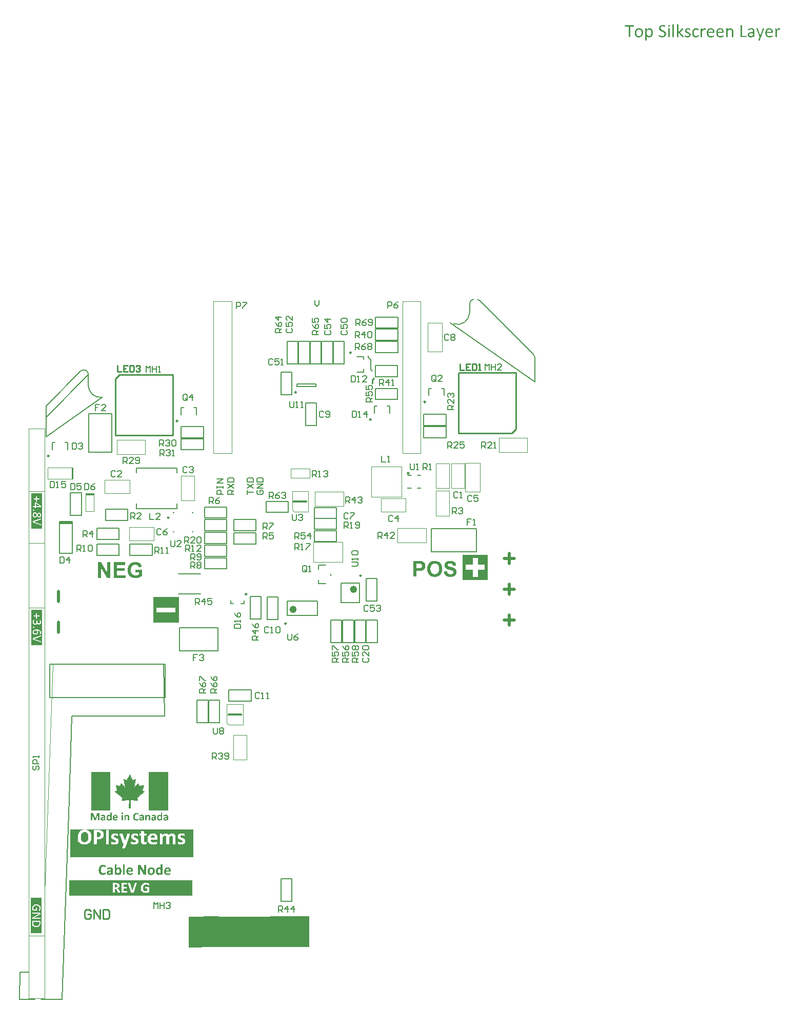
<source format=gbr>
%TF.GenerationSoftware,Altium Limited,Altium Designer,21.6.4 (81)*%
G04 Layer_Color=65535*
%FSLAX26Y26*%
%MOIN*%
%TF.SameCoordinates,BD845C9F-3E28-4BEA-89B7-7B09B8E8D9D1*%
%TF.FilePolarity,Positive*%
%TF.FileFunction,Legend,Top*%
%TF.Part,Single*%
G01*
G75*
%TA.AperFunction,NonConductor*%
%ADD10C,0.008000*%
%ADD82C,0.010000*%
%ADD116C,0.020000*%
%ADD123C,0.004000*%
%ADD124C,0.009842*%
%ADD125C,0.005000*%
%ADD126C,0.003937*%
%ADD127C,0.007874*%
%ADD128C,0.007000*%
%ADD129C,0.002000*%
%ADD130C,0.001000*%
%ADD167C,0.023622*%
G36*
X491000Y1479000D02*
X616000D01*
Y1229000D01*
X491000D01*
Y1479000D01*
D02*
G37*
G36*
X741000Y1461000D02*
X760000Y1423000D01*
X779000Y1432000D01*
X769000Y1374000D01*
X796000Y1403000D01*
X803000Y1386000D01*
X831000Y1392000D01*
X823000Y1359000D01*
X836000Y1350000D01*
X788000Y1310000D01*
X792000Y1293000D01*
X744000Y1298000D01*
X745000Y1245000D01*
X736000D01*
X738000Y1298000D01*
X690000Y1293000D01*
X694000Y1310000D01*
X646000Y1350000D01*
X659000Y1359000D01*
X651000Y1392000D01*
X679000Y1386000D01*
X686000Y1403000D01*
X703000Y1384000D01*
X713000Y1374000D01*
X703000Y1432000D01*
X719000Y1424421D01*
X722000Y1423000D01*
X741000Y1461000D01*
D02*
G37*
G36*
X1395000Y539000D02*
X1907097Y539169D01*
Y340831D01*
X1296903Y339169D01*
X1125000Y339000D01*
Y539000D01*
X1146000D01*
X1296903Y539169D01*
X1346000Y539000D01*
X1395000D01*
D02*
G37*
G36*
X866000Y1479000D02*
X991000D01*
Y1229000D01*
X866000D01*
Y1479000D01*
D02*
G37*
G36*
X1057020Y2547205D02*
X1057423Y2515394D01*
X1057305Y2449921D01*
X893837D01*
X893919Y2515394D01*
X913526Y2515472D01*
X1037305D01*
Y2547205D01*
X913837Y2547329D01*
X913526Y2515472D01*
X893998D01*
X893919Y2515394D01*
X893722Y2515590D01*
Y2547362D01*
X893837Y2612880D01*
X1057305D01*
X1057020Y2547205D01*
D02*
G37*
G36*
X173557Y3059064D02*
X103557D01*
Y3289064D01*
X173557D01*
Y3059064D01*
D02*
G37*
G36*
X1150000Y675000D02*
X350000D01*
Y775000D01*
X1150000D01*
Y675000D01*
D02*
G37*
G36*
X169619Y659142D02*
Y429142D01*
X99620D01*
Y659142D01*
X169619D01*
D02*
G37*
G36*
X173557Y2299221D02*
X103557D01*
Y2529221D01*
X173557D01*
Y2299221D01*
D02*
G37*
G36*
X1153677Y925000D02*
X353677D01*
Y1105000D01*
X1153677D01*
Y925000D01*
D02*
G37*
G36*
X2826334Y2848851D02*
X2826917D01*
X2827646Y2848778D01*
X2829250Y2848705D01*
X2831072Y2848486D01*
X2833041Y2848194D01*
X2835228Y2847903D01*
X2837488Y2847465D01*
X2839820Y2846882D01*
X2842226Y2846226D01*
X2844632Y2845424D01*
X2846892Y2844404D01*
X2849152Y2843310D01*
X2851193Y2841998D01*
X2853088Y2840540D01*
X2853234Y2840467D01*
X2853526Y2840175D01*
X2853963Y2839665D01*
X2854619Y2839009D01*
X2855348Y2838207D01*
X2856150Y2837186D01*
X2857025Y2836020D01*
X2857972Y2834635D01*
X2858920Y2833177D01*
X2859795Y2831500D01*
X2860670Y2829678D01*
X2861399Y2827709D01*
X2862128Y2825595D01*
X2862638Y2823336D01*
X2863003Y2820930D01*
X2863221Y2818378D01*
X2842882Y2817503D01*
Y2817576D01*
X2842809Y2817868D01*
X2842736Y2818233D01*
X2842591Y2818743D01*
X2842445Y2819399D01*
X2842226Y2820128D01*
X2842007Y2820930D01*
X2841716Y2821805D01*
X2840914Y2823627D01*
X2839966Y2825450D01*
X2838727Y2827199D01*
X2838071Y2828001D01*
X2837269Y2828657D01*
X2837196Y2828730D01*
X2837050Y2828803D01*
X2836831Y2828949D01*
X2836467Y2829168D01*
X2836030Y2829459D01*
X2835446Y2829751D01*
X2834790Y2830042D01*
X2834061Y2830407D01*
X2833186Y2830698D01*
X2832239Y2830990D01*
X2831145Y2831282D01*
X2829979Y2831573D01*
X2828740Y2831792D01*
X2827427Y2831938D01*
X2825896Y2832084D01*
X2823491D01*
X2822908Y2832011D01*
X2822179Y2831938D01*
X2821304Y2831865D01*
X2820356Y2831792D01*
X2819263Y2831646D01*
X2817076Y2831209D01*
X2814743Y2830553D01*
X2813576Y2830115D01*
X2812483Y2829605D01*
X2811462Y2829022D01*
X2810442Y2828366D01*
X2810296Y2828293D01*
X2809931Y2827928D01*
X2809421Y2827418D01*
X2808838Y2826689D01*
X2808255Y2825814D01*
X2807744Y2824794D01*
X2807380Y2823554D01*
X2807307Y2822898D01*
X2807234Y2822169D01*
Y2822096D01*
Y2822023D01*
X2807307Y2821586D01*
X2807380Y2820930D01*
X2807599Y2820055D01*
X2807963Y2819107D01*
X2808473Y2818087D01*
X2809202Y2817066D01*
X2810223Y2816046D01*
X2810296D01*
X2810442Y2815900D01*
X2810660Y2815754D01*
X2811098Y2815462D01*
X2811608Y2815171D01*
X2812264Y2814806D01*
X2813066Y2814442D01*
X2814014Y2814004D01*
X2815180Y2813494D01*
X2816492Y2812984D01*
X2818023Y2812401D01*
X2819773Y2811817D01*
X2821741Y2811161D01*
X2823855Y2810578D01*
X2826334Y2809922D01*
X2828958Y2809266D01*
X2829031D01*
X2829104Y2809193D01*
X2829323D01*
X2829614Y2809120D01*
X2830343Y2808901D01*
X2831364Y2808683D01*
X2832603Y2808318D01*
X2834061Y2807954D01*
X2835592Y2807516D01*
X2837269Y2807079D01*
X2839019Y2806496D01*
X2840841Y2805985D01*
X2844486Y2804746D01*
X2846236Y2804090D01*
X2847912Y2803361D01*
X2849516Y2802705D01*
X2850901Y2801976D01*
X2850974Y2801903D01*
X2851193Y2801830D01*
X2851557Y2801611D01*
X2852068Y2801320D01*
X2852651Y2800882D01*
X2853380Y2800445D01*
X2854109Y2799935D01*
X2854984Y2799278D01*
X2855858Y2798622D01*
X2856733Y2797820D01*
X2857681Y2797019D01*
X2858629Y2796071D01*
X2860451Y2794030D01*
X2861253Y2792863D01*
X2862055Y2791697D01*
X2862128Y2791624D01*
X2862201Y2791405D01*
X2862419Y2791041D01*
X2862711Y2790530D01*
X2863003Y2789874D01*
X2863367Y2789145D01*
X2863732Y2788271D01*
X2864096Y2787250D01*
X2864461Y2786157D01*
X2864825Y2784917D01*
X2865190Y2783605D01*
X2865481Y2782220D01*
X2865773Y2780689D01*
X2865992Y2779085D01*
X2866064Y2777409D01*
X2866137Y2775659D01*
Y2775586D01*
Y2775294D01*
Y2774784D01*
X2866064Y2774201D01*
X2865992Y2773399D01*
X2865846Y2772524D01*
X2865700Y2771504D01*
X2865554Y2770410D01*
X2865262Y2769171D01*
X2864971Y2767859D01*
X2864534Y2766546D01*
X2864096Y2765161D01*
X2863513Y2763703D01*
X2862857Y2762245D01*
X2862128Y2760860D01*
X2861253Y2759402D01*
X2861180Y2759329D01*
X2861034Y2759111D01*
X2860743Y2758673D01*
X2860378Y2758163D01*
X2859868Y2757580D01*
X2859285Y2756851D01*
X2858556Y2756049D01*
X2857754Y2755174D01*
X2856806Y2754299D01*
X2855785Y2753352D01*
X2854692Y2752404D01*
X2853453Y2751529D01*
X2852140Y2750581D01*
X2850755Y2749706D01*
X2849224Y2748905D01*
X2847621Y2748176D01*
X2847548Y2748103D01*
X2847256Y2748030D01*
X2846746Y2747811D01*
X2846017Y2747592D01*
X2845215Y2747301D01*
X2844194Y2747009D01*
X2842955Y2746718D01*
X2841643Y2746353D01*
X2840112Y2745989D01*
X2838435Y2745697D01*
X2836613Y2745405D01*
X2834717Y2745114D01*
X2832676Y2744895D01*
X2830489Y2744676D01*
X2828156Y2744604D01*
X2825751Y2744531D01*
X2824439D01*
X2823928Y2744604D01*
X2823272D01*
X2822616Y2744676D01*
X2821012Y2744822D01*
X2819117Y2744968D01*
X2817076Y2745260D01*
X2814889Y2745624D01*
X2812556Y2746134D01*
X2810150Y2746718D01*
X2807671Y2747374D01*
X2805266Y2748249D01*
X2802860Y2749269D01*
X2800527Y2750436D01*
X2798340Y2751821D01*
X2796299Y2753352D01*
X2796153Y2753424D01*
X2795862Y2753789D01*
X2795351Y2754299D01*
X2794695Y2755028D01*
X2793893Y2755903D01*
X2792946Y2757069D01*
X2791998Y2758382D01*
X2790977Y2759912D01*
X2789884Y2761589D01*
X2788863Y2763557D01*
X2787843Y2765672D01*
X2786895Y2767932D01*
X2785947Y2770483D01*
X2785218Y2773180D01*
X2784562Y2776096D01*
X2784125Y2779158D01*
X2803954Y2781053D01*
Y2780908D01*
X2804026Y2780616D01*
X2804172Y2780106D01*
X2804318Y2779450D01*
X2804537Y2778575D01*
X2804828Y2777627D01*
X2805120Y2776607D01*
X2805485Y2775513D01*
X2806505Y2773107D01*
X2807088Y2771868D01*
X2807744Y2770629D01*
X2808473Y2769462D01*
X2809275Y2768369D01*
X2810223Y2767348D01*
X2811171Y2766401D01*
X2811244Y2766328D01*
X2811462Y2766182D01*
X2811754Y2765963D01*
X2812191Y2765672D01*
X2812702Y2765307D01*
X2813431Y2764943D01*
X2814160Y2764505D01*
X2815107Y2764068D01*
X2816055Y2763630D01*
X2817221Y2763193D01*
X2818388Y2762829D01*
X2819700Y2762464D01*
X2821158Y2762172D01*
X2822689Y2761954D01*
X2824293Y2761808D01*
X2825969Y2761735D01*
X2826917D01*
X2827573Y2761808D01*
X2828375Y2761881D01*
X2829323Y2761954D01*
X2830416Y2762099D01*
X2831510Y2762245D01*
X2833916Y2762756D01*
X2835155Y2763120D01*
X2836394Y2763485D01*
X2837561Y2763995D01*
X2838727Y2764505D01*
X2839820Y2765161D01*
X2840768Y2765890D01*
X2840841Y2765963D01*
X2840987Y2766109D01*
X2841206Y2766328D01*
X2841570Y2766619D01*
X2841934Y2767057D01*
X2842372Y2767494D01*
X2842809Y2768077D01*
X2843320Y2768660D01*
X2844194Y2770119D01*
X2844996Y2771722D01*
X2845361Y2772670D01*
X2845579Y2773545D01*
X2845725Y2774565D01*
X2845798Y2775586D01*
Y2775659D01*
Y2775732D01*
Y2776169D01*
X2845725Y2776825D01*
X2845507Y2777700D01*
X2845288Y2778648D01*
X2844923Y2779668D01*
X2844413Y2780689D01*
X2843684Y2781637D01*
X2843611Y2781782D01*
X2843247Y2782074D01*
X2842736Y2782512D01*
X2842007Y2783168D01*
X2840987Y2783824D01*
X2839675Y2784626D01*
X2838144Y2785355D01*
X2837269Y2785719D01*
X2836321Y2786084D01*
X2836248D01*
X2836175Y2786157D01*
X2835884Y2786229D01*
X2835592Y2786302D01*
X2835082Y2786448D01*
X2834499Y2786667D01*
X2833770Y2786885D01*
X2832968Y2787104D01*
X2831947Y2787396D01*
X2830781Y2787687D01*
X2829469Y2788052D01*
X2827938Y2788489D01*
X2826261Y2788927D01*
X2824366Y2789364D01*
X2822251Y2789874D01*
X2819992Y2790458D01*
X2819919D01*
X2819773Y2790530D01*
X2819554D01*
X2819263Y2790676D01*
X2818898Y2790749D01*
X2818461Y2790895D01*
X2817367Y2791187D01*
X2815982Y2791551D01*
X2814451Y2792061D01*
X2812774Y2792645D01*
X2811025Y2793228D01*
X2809130Y2793957D01*
X2807234Y2794686D01*
X2805266Y2795488D01*
X2803443Y2796363D01*
X2801621Y2797310D01*
X2799944Y2798331D01*
X2798413Y2799351D01*
X2797028Y2800445D01*
X2796955Y2800518D01*
X2796664Y2800809D01*
X2796153Y2801320D01*
X2795570Y2801903D01*
X2794914Y2802705D01*
X2794112Y2803725D01*
X2793237Y2804819D01*
X2792435Y2806131D01*
X2791561Y2807516D01*
X2790686Y2809047D01*
X2789884Y2810724D01*
X2789228Y2812473D01*
X2788645Y2814369D01*
X2788134Y2816410D01*
X2787843Y2818524D01*
X2787770Y2820711D01*
Y2820784D01*
Y2821076D01*
Y2821440D01*
X2787843Y2822023D01*
X2787916Y2822679D01*
X2787988Y2823481D01*
X2788134Y2824429D01*
X2788280Y2825450D01*
X2788572Y2826470D01*
X2788790Y2827637D01*
X2789155Y2828803D01*
X2789592Y2830042D01*
X2790103Y2831354D01*
X2790686Y2832594D01*
X2791342Y2833906D01*
X2792071Y2835145D01*
X2792144Y2835218D01*
X2792290Y2835437D01*
X2792508Y2835801D01*
X2792873Y2836239D01*
X2793310Y2836822D01*
X2793893Y2837478D01*
X2794550Y2838134D01*
X2795278Y2838936D01*
X2796153Y2839738D01*
X2797101Y2840613D01*
X2798122Y2841415D01*
X2799215Y2842289D01*
X2800454Y2843091D01*
X2801767Y2843893D01*
X2803152Y2844695D01*
X2804683Y2845351D01*
X2804756Y2845424D01*
X2805047Y2845497D01*
X2805557Y2845716D01*
X2806141Y2845934D01*
X2806943Y2846153D01*
X2807890Y2846518D01*
X2808984Y2846809D01*
X2810223Y2847174D01*
X2811608Y2847465D01*
X2813139Y2847830D01*
X2814743Y2848122D01*
X2816492Y2848340D01*
X2818388Y2848632D01*
X2820356Y2848778D01*
X2822397Y2848851D01*
X2824511Y2848923D01*
X2825824D01*
X2826334Y2848851D01*
D02*
G37*
G36*
X2622797Y2847174D02*
X2624474D01*
X2626296Y2847101D01*
X2628265Y2847028D01*
X2632347Y2846882D01*
X2634388Y2846736D01*
X2636356Y2846591D01*
X2638179Y2846445D01*
X2639856Y2846226D01*
X2641314Y2846007D01*
X2641897Y2845862D01*
X2642480Y2845716D01*
X2642553D01*
X2642845Y2845570D01*
X2643355Y2845424D01*
X2643938Y2845278D01*
X2644667Y2844987D01*
X2645542Y2844622D01*
X2646490Y2844185D01*
X2647583Y2843602D01*
X2648677Y2843019D01*
X2649843Y2842289D01*
X2651009Y2841488D01*
X2652249Y2840613D01*
X2653488Y2839592D01*
X2654727Y2838426D01*
X2655894Y2837186D01*
X2656987Y2835801D01*
X2657060Y2835729D01*
X2657279Y2835437D01*
X2657570Y2834999D01*
X2657935Y2834416D01*
X2658372Y2833687D01*
X2658883Y2832740D01*
X2659393Y2831719D01*
X2659976Y2830480D01*
X2660486Y2829168D01*
X2660997Y2827709D01*
X2661507Y2826106D01*
X2661944Y2824356D01*
X2662382Y2822461D01*
X2662673Y2820492D01*
X2662819Y2818378D01*
X2662892Y2816191D01*
Y2816118D01*
Y2815754D01*
Y2815316D01*
X2662819Y2814660D01*
Y2813858D01*
X2662746Y2812911D01*
X2662601Y2811890D01*
X2662455Y2810724D01*
X2662309Y2809557D01*
X2662090Y2808245D01*
X2661434Y2805621D01*
X2660632Y2802996D01*
X2660049Y2801757D01*
X2659466Y2800518D01*
X2659393Y2800445D01*
X2659320Y2800226D01*
X2659101Y2799935D01*
X2658883Y2799497D01*
X2658518Y2798987D01*
X2658154Y2798331D01*
X2657133Y2796946D01*
X2655894Y2795342D01*
X2654436Y2793665D01*
X2652759Y2792061D01*
X2650936Y2790603D01*
X2650864Y2790530D01*
X2650718Y2790458D01*
X2650426Y2790239D01*
X2650062Y2790020D01*
X2649551Y2789729D01*
X2649041Y2789364D01*
X2648385Y2789000D01*
X2647656Y2788635D01*
X2646052Y2787833D01*
X2644303Y2787031D01*
X2642407Y2786302D01*
X2640366Y2785792D01*
X2640293D01*
X2640001Y2785719D01*
X2639637Y2785646D01*
X2638981Y2785573D01*
X2638252Y2785500D01*
X2637304Y2785355D01*
X2636284Y2785209D01*
X2634971Y2785136D01*
X2633586Y2784990D01*
X2632055Y2784844D01*
X2630306Y2784698D01*
X2628410Y2784626D01*
X2626369Y2784553D01*
X2624182Y2784480D01*
X2621776Y2784407D01*
X2606030D01*
Y2746353D01*
X2585691D01*
Y2847247D01*
X2621266D01*
X2622797Y2847174D01*
D02*
G37*
G36*
X2725805Y2848851D02*
X2726388D01*
X2727117Y2848778D01*
X2727992Y2848705D01*
X2728867Y2848632D01*
X2729887Y2848486D01*
X2730908Y2848340D01*
X2732074Y2848194D01*
X2734480Y2847757D01*
X2737104Y2847174D01*
X2739874Y2846445D01*
X2742791Y2845570D01*
X2745779Y2844404D01*
X2748768Y2843091D01*
X2751684Y2841488D01*
X2754600Y2839665D01*
X2755985Y2838644D01*
X2757370Y2837478D01*
X2758683Y2836312D01*
X2759995Y2835072D01*
X2760068Y2834999D01*
X2760141Y2834927D01*
X2760359Y2834708D01*
X2760578Y2834416D01*
X2760870Y2834052D01*
X2761234Y2833614D01*
X2761672Y2833104D01*
X2762109Y2832521D01*
X2762619Y2831865D01*
X2763130Y2831136D01*
X2763640Y2830261D01*
X2764223Y2829386D01*
X2764806Y2828439D01*
X2765462Y2827345D01*
X2766046Y2826251D01*
X2766702Y2825085D01*
X2767941Y2822461D01*
X2769180Y2819618D01*
X2770274Y2816410D01*
X2771294Y2812984D01*
X2772169Y2809266D01*
X2772825Y2805329D01*
X2773263Y2801101D01*
X2773409Y2798841D01*
Y2796581D01*
Y2796508D01*
Y2796290D01*
Y2795998D01*
Y2795488D01*
X2773336Y2794905D01*
Y2794248D01*
X2773263Y2793447D01*
X2773190Y2792572D01*
X2773117Y2791551D01*
X2772971Y2790530D01*
X2772898Y2789364D01*
X2772680Y2788125D01*
X2772315Y2785500D01*
X2771732Y2782657D01*
X2771003Y2779668D01*
X2770128Y2776534D01*
X2769107Y2773326D01*
X2767795Y2770191D01*
X2766264Y2767057D01*
X2764442Y2763995D01*
X2763494Y2762537D01*
X2762401Y2761079D01*
X2761307Y2759694D01*
X2760068Y2758382D01*
X2759995Y2758309D01*
X2759922Y2758236D01*
X2759703Y2758017D01*
X2759485Y2757798D01*
X2759120Y2757507D01*
X2758683Y2757142D01*
X2758245Y2756705D01*
X2757662Y2756267D01*
X2756350Y2755174D01*
X2754673Y2754008D01*
X2752778Y2752768D01*
X2750664Y2751529D01*
X2748258Y2750217D01*
X2745561Y2748977D01*
X2742645Y2747811D01*
X2739510Y2746791D01*
X2736084Y2745843D01*
X2732512Y2745187D01*
X2728648Y2744749D01*
X2726607Y2744676D01*
X2724566Y2744604D01*
X2723545D01*
X2723035Y2744676D01*
X2722378D01*
X2721649Y2744749D01*
X2720848Y2744822D01*
X2719900Y2744895D01*
X2718952Y2745041D01*
X2717859Y2745187D01*
X2716765Y2745332D01*
X2714287Y2745770D01*
X2711662Y2746353D01*
X2708819Y2747009D01*
X2705903Y2747957D01*
X2702987Y2749050D01*
X2699998Y2750363D01*
X2697009Y2751966D01*
X2694093Y2753789D01*
X2692708Y2754809D01*
X2691396Y2755903D01*
X2690011Y2757069D01*
X2688772Y2758309D01*
Y2758382D01*
X2688626Y2758454D01*
X2688480Y2758673D01*
X2688188Y2758965D01*
X2687897Y2759329D01*
X2687532Y2759767D01*
X2687168Y2760277D01*
X2686730Y2760860D01*
X2686220Y2761516D01*
X2685710Y2762245D01*
X2685127Y2763047D01*
X2684543Y2763922D01*
X2683960Y2764870D01*
X2683377Y2765890D01*
X2682138Y2768150D01*
X2680898Y2770702D01*
X2679732Y2773545D01*
X2678566Y2776680D01*
X2677545Y2780033D01*
X2676743Y2783678D01*
X2676087Y2787615D01*
X2675650Y2791770D01*
X2675577Y2793884D01*
X2675504Y2796144D01*
Y2796217D01*
Y2796290D01*
Y2796508D01*
Y2796800D01*
Y2797164D01*
Y2797602D01*
X2675577Y2798695D01*
X2675650Y2800008D01*
X2675722Y2801538D01*
X2675868Y2803288D01*
X2676087Y2805110D01*
X2676306Y2807152D01*
X2676597Y2809193D01*
X2677035Y2811380D01*
X2677472Y2813494D01*
X2677982Y2815681D01*
X2678566Y2817868D01*
X2679295Y2819909D01*
X2680097Y2821950D01*
X2680169Y2822023D01*
X2680242Y2822315D01*
X2680461Y2822679D01*
X2680753Y2823263D01*
X2681044Y2823919D01*
X2681482Y2824721D01*
X2681992Y2825595D01*
X2682575Y2826616D01*
X2683887Y2828730D01*
X2685491Y2831063D01*
X2687314Y2833469D01*
X2689428Y2835801D01*
X2689501Y2835874D01*
X2689719Y2836093D01*
X2690011Y2836385D01*
X2690448Y2836822D01*
X2691032Y2837332D01*
X2691688Y2837916D01*
X2692490Y2838572D01*
X2693291Y2839228D01*
X2694239Y2839957D01*
X2695260Y2840686D01*
X2697520Y2842217D01*
X2699925Y2843675D01*
X2701238Y2844331D01*
X2702550Y2844914D01*
X2702695Y2844987D01*
X2702987Y2845060D01*
X2703497Y2845278D01*
X2704226Y2845570D01*
X2705101Y2845862D01*
X2706195Y2846153D01*
X2707434Y2846518D01*
X2708819Y2846955D01*
X2710350Y2847320D01*
X2711954Y2847684D01*
X2713776Y2847976D01*
X2715672Y2848267D01*
X2717713Y2848559D01*
X2719827Y2848778D01*
X2722014Y2848851D01*
X2724274Y2848923D01*
X2725294D01*
X2725805Y2848851D01*
D02*
G37*
G36*
X3070000Y2888537D02*
Y2725372D01*
X2906707D01*
Y2888537D01*
X3070000D01*
D02*
G37*
G36*
X779687Y2840836D02*
X780270D01*
X780927Y2840763D01*
X782530Y2840690D01*
X784353Y2840471D01*
X786394Y2840252D01*
X788581Y2839888D01*
X790841Y2839523D01*
X793247Y2838940D01*
X795725Y2838357D01*
X798131Y2837555D01*
X800537Y2836680D01*
X802870Y2835587D01*
X805129Y2834347D01*
X807171Y2832962D01*
X807316Y2832889D01*
X807608Y2832598D01*
X808191Y2832160D01*
X808847Y2831504D01*
X809722Y2830702D01*
X810670Y2829755D01*
X811763Y2828588D01*
X812857Y2827276D01*
X814023Y2825818D01*
X815117Y2824214D01*
X816283Y2822392D01*
X817377Y2820496D01*
X818397Y2818382D01*
X819345Y2816122D01*
X820147Y2813790D01*
X820803Y2811238D01*
X800610Y2807447D01*
Y2807520D01*
X800537Y2807739D01*
X800391Y2808176D01*
X800172Y2808687D01*
X799953Y2809270D01*
X799589Y2809999D01*
X799225Y2810801D01*
X798787Y2811675D01*
X798277Y2812550D01*
X797694Y2813498D01*
X797038Y2814519D01*
X796308Y2815466D01*
X795434Y2816414D01*
X794559Y2817362D01*
X793611Y2818309D01*
X792518Y2819111D01*
X792445Y2819184D01*
X792226Y2819330D01*
X791934Y2819549D01*
X791497Y2819767D01*
X790914Y2820132D01*
X790185Y2820496D01*
X789383Y2820861D01*
X788508Y2821298D01*
X787488Y2821736D01*
X786394Y2822100D01*
X785155Y2822465D01*
X783843Y2822829D01*
X782530Y2823048D01*
X781000Y2823267D01*
X779469Y2823412D01*
X777865Y2823485D01*
X777282D01*
X776553Y2823412D01*
X775678Y2823340D01*
X774511Y2823194D01*
X773199Y2823048D01*
X771814Y2822756D01*
X770210Y2822392D01*
X768534Y2821954D01*
X766857Y2821371D01*
X765034Y2820715D01*
X763285Y2819913D01*
X761535Y2818893D01*
X759859Y2817799D01*
X758182Y2816487D01*
X756651Y2814956D01*
X756578Y2814883D01*
X756286Y2814591D01*
X755922Y2814081D01*
X755412Y2813352D01*
X754828Y2812477D01*
X754172Y2811384D01*
X753443Y2810145D01*
X752714Y2808687D01*
X751985Y2807010D01*
X751256Y2805115D01*
X750600Y2803073D01*
X750017Y2800813D01*
X749507Y2798335D01*
X749142Y2795710D01*
X748851Y2792867D01*
X748778Y2789878D01*
Y2789805D01*
Y2789660D01*
Y2789441D01*
Y2789077D01*
Y2788639D01*
X748851Y2788202D01*
Y2787619D01*
X748923Y2786962D01*
X748996Y2785432D01*
X749215Y2783755D01*
X749434Y2781859D01*
X749798Y2779818D01*
X750163Y2777631D01*
X750746Y2775444D01*
X751329Y2773184D01*
X752131Y2770997D01*
X753006Y2768810D01*
X754099Y2766696D01*
X755339Y2764728D01*
X756724Y2762978D01*
X756797Y2762905D01*
X757088Y2762614D01*
X757526Y2762176D01*
X758182Y2761593D01*
X758984Y2760937D01*
X759931Y2760135D01*
X761098Y2759333D01*
X762337Y2758531D01*
X763795Y2757657D01*
X765326Y2756855D01*
X767076Y2756126D01*
X768971Y2755397D01*
X770939Y2754814D01*
X773053Y2754376D01*
X775313Y2754084D01*
X777646Y2754012D01*
X778302D01*
X778740Y2754084D01*
X779323D01*
X780052Y2754157D01*
X780781Y2754230D01*
X781656Y2754303D01*
X782603Y2754449D01*
X783624Y2754595D01*
X785738Y2755032D01*
X788071Y2755688D01*
X790476Y2756490D01*
X790549D01*
X790768Y2756636D01*
X791133Y2756709D01*
X791570Y2756928D01*
X792080Y2757146D01*
X792736Y2757438D01*
X793465Y2757802D01*
X794267Y2758167D01*
X796017Y2759042D01*
X797839Y2760062D01*
X799735Y2761229D01*
X801557Y2762541D01*
Y2775371D01*
X778229D01*
Y2792430D01*
X822115Y2792430D01*
Y2752189D01*
X822042Y2752116D01*
X821823Y2751898D01*
X821459Y2751606D01*
X820949Y2751169D01*
X820293Y2750585D01*
X819418Y2750002D01*
X818470Y2749273D01*
X817377Y2748471D01*
X816137Y2747669D01*
X814752Y2746794D01*
X813221Y2745920D01*
X811545Y2744972D01*
X809795Y2744024D01*
X807827Y2743077D01*
X805713Y2742129D01*
X803526Y2741254D01*
X803380Y2741181D01*
X803015Y2741035D01*
X802359Y2740817D01*
X801412Y2740525D01*
X800318Y2740161D01*
X799006Y2739796D01*
X797548Y2739359D01*
X795944Y2738921D01*
X794121Y2738484D01*
X792226Y2738046D01*
X790185Y2737682D01*
X788071Y2737318D01*
X785884Y2737026D01*
X783624Y2736807D01*
X781291Y2736661D01*
X778958Y2736588D01*
X777865D01*
X777427Y2736661D01*
X776334D01*
X774949Y2736807D01*
X773345Y2736953D01*
X771523Y2737172D01*
X769554Y2737390D01*
X767440Y2737755D01*
X765253Y2738192D01*
X762993Y2738776D01*
X760660Y2739359D01*
X758255Y2740161D01*
X755922Y2741035D01*
X753589Y2742056D01*
X751329Y2743222D01*
X751183Y2743295D01*
X750819Y2743514D01*
X750236Y2743951D01*
X749434Y2744462D01*
X748413Y2745118D01*
X747320Y2745993D01*
X746080Y2746940D01*
X744695Y2748107D01*
X743310Y2749346D01*
X741852Y2750731D01*
X740394Y2752335D01*
X738936Y2754012D01*
X737478Y2755834D01*
X736166Y2757802D01*
X734854Y2759916D01*
X733687Y2762176D01*
X733615Y2762322D01*
X733469Y2762760D01*
X733177Y2763416D01*
X732740Y2764363D01*
X732302Y2765530D01*
X731792Y2766842D01*
X731282Y2768446D01*
X730771Y2770195D01*
X730188Y2772091D01*
X729678Y2774205D01*
X729168Y2776392D01*
X728730Y2778725D01*
X728366Y2781203D01*
X728074Y2783755D01*
X727855Y2786379D01*
X727783Y2789077D01*
Y2789149D01*
Y2789222D01*
Y2789514D01*
Y2789805D01*
Y2790170D01*
X727855Y2790607D01*
Y2791701D01*
X728001Y2793086D01*
X728147Y2794690D01*
X728366Y2796512D01*
X728584Y2798481D01*
X728949Y2800595D01*
X729386Y2802855D01*
X729897Y2805187D01*
X730553Y2807520D01*
X731282Y2809926D01*
X732157Y2812332D01*
X733177Y2814737D01*
X734343Y2817070D01*
X734416Y2817216D01*
X734635Y2817580D01*
X735072Y2818236D01*
X735583Y2819111D01*
X736239Y2820132D01*
X737114Y2821298D01*
X738134Y2822610D01*
X739228Y2823996D01*
X740540Y2825526D01*
X741998Y2827057D01*
X743529Y2828588D01*
X745279Y2830192D01*
X747174Y2831723D01*
X749215Y2833181D01*
X751329Y2834566D01*
X753662Y2835878D01*
X753808Y2835951D01*
X754099Y2836097D01*
X754683Y2836316D01*
X755412Y2836680D01*
X756359Y2837045D01*
X757526Y2837482D01*
X758838Y2837919D01*
X760296Y2838430D01*
X761973Y2838867D01*
X763868Y2839305D01*
X765836Y2839742D01*
X767950Y2840106D01*
X770210Y2840471D01*
X772689Y2840690D01*
X775240Y2840836D01*
X777865Y2840908D01*
X779104D01*
X779687Y2840836D01*
D02*
G37*
G36*
X615735Y2738338D02*
X595323D01*
X554572Y2804385D01*
Y2738338D01*
X535691D01*
Y2839232D01*
X555447D01*
X596854Y2771653D01*
Y2839232D01*
X615735D01*
Y2738338D01*
D02*
G37*
G36*
X712109Y2822173D02*
X657653D01*
Y2799793D01*
X708318D01*
Y2782734D01*
X657653D01*
Y2755397D01*
X714004D01*
Y2738338D01*
X637314D01*
Y2839232D01*
X712109D01*
Y2822173D01*
D02*
G37*
G36*
X694282Y1213396D02*
X694583D01*
X695228Y1213310D01*
X695916Y1213181D01*
X696647Y1212966D01*
X697249Y1212708D01*
X697550Y1212536D01*
X697765Y1212364D01*
X697808Y1212321D01*
X697937Y1212149D01*
X698109Y1211891D01*
X698324Y1211504D01*
X698539Y1210988D01*
X698711Y1210300D01*
X698840Y1209526D01*
X698883Y1208580D01*
Y1208537D01*
Y1208451D01*
Y1208322D01*
Y1208107D01*
X698840Y1207634D01*
X698754Y1207032D01*
X698582Y1206387D01*
X698410Y1205785D01*
X698109Y1205183D01*
X697722Y1204710D01*
X697679Y1204667D01*
X697507Y1204538D01*
X697206Y1204366D01*
X696733Y1204194D01*
X696174Y1203979D01*
X695400Y1203807D01*
X694970Y1203721D01*
X694497Y1203678D01*
X693981Y1203635D01*
X692906D01*
X692648Y1203678D01*
X692390D01*
X691702Y1203764D01*
X691014Y1203893D01*
X690283Y1204065D01*
X689681Y1204323D01*
X689380Y1204495D01*
X689165Y1204667D01*
X689122Y1204710D01*
X688993Y1204882D01*
X688821Y1205140D01*
X688649Y1205527D01*
X688434Y1206043D01*
X688262Y1206688D01*
X688133Y1207462D01*
X688090Y1208408D01*
Y1208451D01*
Y1208537D01*
Y1208666D01*
Y1208881D01*
X688133Y1209354D01*
X688219Y1209956D01*
X688348Y1210601D01*
X688563Y1211246D01*
X688821Y1211848D01*
X689208Y1212321D01*
X689251Y1212364D01*
X689423Y1212493D01*
X689724Y1212665D01*
X690154Y1212880D01*
X690756Y1213095D01*
X691487Y1213267D01*
X691917Y1213353D01*
X692390Y1213396D01*
X692949Y1213439D01*
X694024D01*
X694282Y1213396D01*
D02*
G37*
G36*
X787205Y1211805D02*
X787807Y1211762D01*
X788452Y1211719D01*
X789828Y1211504D01*
X789914D01*
X790129Y1211461D01*
X790516Y1211375D01*
X790946Y1211246D01*
X791462Y1211117D01*
X792064Y1210988D01*
X793268Y1210601D01*
X793354Y1210558D01*
X793526Y1210515D01*
X793827Y1210386D01*
X794214Y1210257D01*
X794644Y1210085D01*
X795117Y1209870D01*
X796106Y1209354D01*
X796149Y1209311D01*
X796321Y1209225D01*
X796536Y1209096D01*
X796794Y1208967D01*
X797396Y1208537D01*
X797654Y1208365D01*
X797869Y1208150D01*
X797912D01*
X797955Y1208064D01*
X798170Y1207892D01*
X798385Y1207591D01*
X798557Y1207333D01*
X798600Y1207290D01*
X798686Y1207118D01*
X798772Y1206817D01*
X798858Y1206473D01*
Y1206430D01*
X798901Y1206387D01*
X798944Y1206129D01*
X798987Y1205742D01*
X799030Y1205226D01*
Y1205183D01*
Y1205097D01*
X799073Y1204968D01*
Y1204753D01*
Y1204495D01*
X799116Y1204194D01*
Y1203506D01*
Y1203463D01*
Y1203334D01*
Y1203119D01*
Y1202861D01*
X799073Y1202216D01*
X799030Y1201571D01*
Y1201528D01*
Y1201442D01*
X798987Y1201313D01*
X798944Y1201141D01*
X798858Y1200711D01*
X798729Y1200324D01*
X798686Y1200238D01*
X798600Y1200066D01*
X798471Y1199851D01*
X798299Y1199636D01*
X798256Y1199593D01*
X798127Y1199550D01*
X797955Y1199464D01*
X797697Y1199421D01*
X797611D01*
X797482Y1199464D01*
X797353Y1199507D01*
X797138Y1199593D01*
X796880Y1199679D01*
X796622Y1199851D01*
X796321Y1200066D01*
X796278Y1200109D01*
X796149Y1200195D01*
X795977Y1200324D01*
X795719Y1200496D01*
X795418Y1200711D01*
X795031Y1200926D01*
X794558Y1201184D01*
X794085Y1201485D01*
X794042Y1201528D01*
X793870Y1201614D01*
X793569Y1201786D01*
X793182Y1201958D01*
X792709Y1202216D01*
X792150Y1202431D01*
X791548Y1202689D01*
X790860Y1202947D01*
X790774Y1202990D01*
X790516Y1203076D01*
X790129Y1203162D01*
X789613Y1203291D01*
X788925Y1203420D01*
X788194Y1203549D01*
X787334Y1203592D01*
X786388Y1203635D01*
X785915D01*
X785657Y1203592D01*
X785356D01*
X784668Y1203506D01*
X783851Y1203334D01*
X782991Y1203119D01*
X782088Y1202818D01*
X781228Y1202431D01*
X781185D01*
X781142Y1202388D01*
X781013Y1202302D01*
X780841Y1202216D01*
X780454Y1201958D01*
X779895Y1201571D01*
X779293Y1201098D01*
X778691Y1200539D01*
X778003Y1199851D01*
X777401Y1199077D01*
Y1199034D01*
X777315Y1198991D01*
X777272Y1198862D01*
X777143Y1198690D01*
X777014Y1198475D01*
X776885Y1198217D01*
X776541Y1197615D01*
X776154Y1196841D01*
X775767Y1195938D01*
X775380Y1194949D01*
X775036Y1193831D01*
Y1193788D01*
X774993Y1193702D01*
X774950Y1193530D01*
X774907Y1193315D01*
X774864Y1193014D01*
X774778Y1192670D01*
X774692Y1192283D01*
X774649Y1191810D01*
X774563Y1191337D01*
X774477Y1190821D01*
X774348Y1189617D01*
X774262Y1188327D01*
X774219Y1186908D01*
Y1186865D01*
Y1186736D01*
Y1186521D01*
Y1186220D01*
X774262Y1185833D01*
Y1185403D01*
X774305Y1184930D01*
X774348Y1184414D01*
X774434Y1183253D01*
X774563Y1182049D01*
X774778Y1180759D01*
X775079Y1179555D01*
Y1179512D01*
X775122Y1179426D01*
X775165Y1179254D01*
X775251Y1179039D01*
X775337Y1178781D01*
X775423Y1178480D01*
X775724Y1177749D01*
X776068Y1176932D01*
X776498Y1176072D01*
X776971Y1175255D01*
X777530Y1174438D01*
X777616Y1174352D01*
X777831Y1174094D01*
X778175Y1173750D01*
X778648Y1173320D01*
X779207Y1172847D01*
X779852Y1172374D01*
X780626Y1171901D01*
X781443Y1171471D01*
X781486D01*
X781529Y1171428D01*
X781658Y1171385D01*
X781873Y1171342D01*
X782088Y1171256D01*
X782346Y1171170D01*
X782948Y1170998D01*
X783722Y1170826D01*
X784582Y1170654D01*
X785571Y1170568D01*
X786603Y1170525D01*
X787033D01*
X787549Y1170568D01*
X788151Y1170611D01*
X788839Y1170654D01*
X789613Y1170783D01*
X790387Y1170912D01*
X791118Y1171127D01*
X791161D01*
X791204Y1171170D01*
X791419Y1171213D01*
X791806Y1171342D01*
X792236Y1171514D01*
X792752Y1171729D01*
X793268Y1171944D01*
X793827Y1172202D01*
X794343Y1172460D01*
X794386Y1172503D01*
X794558Y1172589D01*
X794816Y1172718D01*
X795160Y1172933D01*
X795848Y1173363D01*
X796235Y1173621D01*
X796579Y1173836D01*
X796622Y1173879D01*
X796708Y1173922D01*
X796880Y1174008D01*
X797095Y1174137D01*
X797525Y1174352D01*
X797740Y1174395D01*
X797955Y1174438D01*
X798170D01*
X798385Y1174352D01*
X798557Y1174266D01*
X798600Y1174223D01*
X798686Y1174137D01*
X798815Y1173965D01*
X798901Y1173664D01*
X798944Y1173578D01*
X798987Y1173363D01*
X799073Y1172976D01*
X799159Y1172417D01*
Y1172374D01*
Y1172288D01*
X799202Y1172116D01*
Y1171858D01*
Y1171557D01*
X799245Y1171213D01*
Y1170783D01*
Y1170310D01*
Y1170267D01*
Y1170138D01*
Y1169966D01*
Y1169751D01*
X799202Y1169235D01*
X799159Y1168719D01*
Y1168676D01*
Y1168633D01*
X799116Y1168332D01*
X799073Y1167988D01*
X798987Y1167601D01*
Y1167515D01*
X798901Y1167343D01*
X798815Y1167042D01*
X798686Y1166784D01*
X798643Y1166741D01*
X798557Y1166569D01*
X798342Y1166354D01*
X798084Y1166053D01*
X797998Y1165967D01*
X797912Y1165881D01*
X797740Y1165752D01*
X797525Y1165580D01*
X797267Y1165408D01*
X796923Y1165193D01*
X796536Y1164935D01*
X796493Y1164892D01*
X796321Y1164806D01*
X796063Y1164677D01*
X795762Y1164505D01*
X795332Y1164333D01*
X794816Y1164118D01*
X794257Y1163860D01*
X793655Y1163645D01*
X793569Y1163602D01*
X793354Y1163559D01*
X793010Y1163430D01*
X792537Y1163301D01*
X791978Y1163129D01*
X791333Y1162957D01*
X790602Y1162828D01*
X789785Y1162656D01*
X789699D01*
X789570Y1162613D01*
X789398Y1162570D01*
X788968Y1162527D01*
X788409Y1162441D01*
X787678Y1162355D01*
X786904Y1162312D01*
X786044Y1162226D01*
X784625D01*
X784281Y1162269D01*
X783851D01*
X783335Y1162312D01*
X782733Y1162355D01*
X782131Y1162398D01*
X781443Y1162484D01*
X780755Y1162613D01*
X779250Y1162871D01*
X777702Y1163215D01*
X776154Y1163731D01*
X776111D01*
X775982Y1163817D01*
X775767Y1163903D01*
X775509Y1164032D01*
X775165Y1164161D01*
X774735Y1164376D01*
X774305Y1164591D01*
X773832Y1164849D01*
X772757Y1165494D01*
X771639Y1166268D01*
X770478Y1167171D01*
X769403Y1168246D01*
X769360Y1168289D01*
X769274Y1168375D01*
X769145Y1168547D01*
X768930Y1168805D01*
X768715Y1169106D01*
X768457Y1169450D01*
X768156Y1169880D01*
X767855Y1170353D01*
X767511Y1170869D01*
X767167Y1171428D01*
X766823Y1172073D01*
X766436Y1172718D01*
X766092Y1173449D01*
X765748Y1174180D01*
X765146Y1175814D01*
Y1175857D01*
X765103Y1176029D01*
X765017Y1176287D01*
X764931Y1176631D01*
X764802Y1177061D01*
X764673Y1177577D01*
X764544Y1178179D01*
X764415Y1178867D01*
X764286Y1179598D01*
X764157Y1180415D01*
X764028Y1181275D01*
X763899Y1182221D01*
X763813Y1183167D01*
X763727Y1184199D01*
X763684Y1185274D01*
Y1186392D01*
Y1186478D01*
Y1186650D01*
Y1186994D01*
X763727Y1187424D01*
Y1187940D01*
X763770Y1188585D01*
X763813Y1189273D01*
X763899Y1190047D01*
X763985Y1190864D01*
X764071Y1191724D01*
X764372Y1193530D01*
X764759Y1195422D01*
X765318Y1197228D01*
Y1197271D01*
X765404Y1197443D01*
X765490Y1197701D01*
X765619Y1198045D01*
X765791Y1198432D01*
X766006Y1198905D01*
X766221Y1199421D01*
X766522Y1200023D01*
X767167Y1201270D01*
X767941Y1202603D01*
X768844Y1203979D01*
X769876Y1205226D01*
X769919Y1205269D01*
X770005Y1205355D01*
X770177Y1205527D01*
X770392Y1205785D01*
X770693Y1206043D01*
X771037Y1206344D01*
X771424Y1206688D01*
X771854Y1207075D01*
X772327Y1207462D01*
X772886Y1207892D01*
X774047Y1208709D01*
X775423Y1209483D01*
X776885Y1210171D01*
X776928D01*
X777057Y1210257D01*
X777315Y1210343D01*
X777616Y1210429D01*
X778003Y1210558D01*
X778433Y1210687D01*
X778992Y1210859D01*
X779551Y1211031D01*
X780196Y1211160D01*
X780927Y1211332D01*
X781658Y1211461D01*
X782475Y1211590D01*
X784152Y1211762D01*
X785958Y1211848D01*
X786689D01*
X787205Y1211805D01*
D02*
G37*
G36*
X949874Y1214557D02*
X950605Y1214471D01*
X950648D01*
X950777Y1214428D01*
X950906D01*
X951121Y1214385D01*
X951594Y1214256D01*
X952024Y1214127D01*
X952067D01*
X952110Y1214084D01*
X952325Y1213998D01*
X952540Y1213869D01*
X952755Y1213654D01*
X952798Y1213611D01*
X952884Y1213439D01*
X952970Y1213224D01*
X953013Y1212966D01*
Y1164247D01*
Y1164204D01*
X952970Y1164032D01*
X952927Y1163774D01*
X952798Y1163559D01*
X952755Y1163516D01*
X952669Y1163430D01*
X952454Y1163258D01*
X952153Y1163129D01*
X952067Y1163086D01*
X951852Y1163043D01*
X951465Y1162957D01*
X950949Y1162871D01*
X950820D01*
X950648Y1162828D01*
X950175D01*
X949874Y1162785D01*
X948412D01*
X947767Y1162828D01*
X947466D01*
X947165Y1162871D01*
X947036D01*
X946907Y1162914D01*
X946735Y1162957D01*
X946348Y1163000D01*
X945961Y1163129D01*
X945875Y1163172D01*
X945703Y1163258D01*
X945488Y1163387D01*
X945273Y1163559D01*
X945230Y1163602D01*
X945187Y1163731D01*
X945101Y1163946D01*
X945058Y1164247D01*
Y1167902D01*
X945015Y1167859D01*
X944929Y1167773D01*
X944800Y1167644D01*
X944628Y1167429D01*
X944370Y1167214D01*
X944112Y1166956D01*
X943424Y1166354D01*
X942650Y1165666D01*
X941704Y1164935D01*
X940715Y1164247D01*
X939683Y1163645D01*
X939640D01*
X939554Y1163602D01*
X939425Y1163516D01*
X939210Y1163430D01*
X938952Y1163301D01*
X938608Y1163172D01*
X938264Y1163043D01*
X937877Y1162914D01*
X936931Y1162613D01*
X935899Y1162398D01*
X934738Y1162226D01*
X933491Y1162140D01*
X933147D01*
X932846Y1162183D01*
X932545D01*
X932158Y1162226D01*
X931728Y1162269D01*
X931255Y1162312D01*
X930266Y1162484D01*
X929191Y1162742D01*
X928116Y1163129D01*
X927084Y1163602D01*
X927041D01*
X926955Y1163688D01*
X926826Y1163774D01*
X926654Y1163860D01*
X926181Y1164204D01*
X925579Y1164634D01*
X924891Y1165193D01*
X924160Y1165881D01*
X923472Y1166655D01*
X922784Y1167558D01*
Y1167601D01*
X922698Y1167687D01*
X922612Y1167816D01*
X922526Y1167988D01*
X922397Y1168246D01*
X922225Y1168504D01*
X922053Y1168848D01*
X921881Y1169235D01*
X921494Y1170052D01*
X921107Y1171041D01*
X920720Y1172159D01*
X920419Y1173363D01*
Y1173406D01*
X920376Y1173535D01*
X920333Y1173707D01*
X920290Y1173922D01*
X920247Y1174266D01*
X920204Y1174610D01*
X920118Y1175040D01*
X920075Y1175470D01*
X919989Y1175986D01*
X919903Y1176545D01*
X919817Y1177706D01*
X919731Y1178996D01*
X919688Y1180372D01*
Y1180415D01*
Y1180587D01*
Y1180802D01*
Y1181103D01*
X919731Y1181490D01*
Y1181963D01*
X919774Y1182436D01*
X919817Y1182995D01*
X919903Y1184242D01*
X920075Y1185575D01*
X920333Y1186951D01*
X920634Y1188284D01*
Y1188327D01*
X920677Y1188456D01*
X920720Y1188628D01*
X920806Y1188886D01*
X920892Y1189187D01*
X921021Y1189531D01*
X921322Y1190391D01*
X921709Y1191337D01*
X922182Y1192326D01*
X922741Y1193358D01*
X923386Y1194304D01*
X923429Y1194347D01*
X923472Y1194433D01*
X923558Y1194562D01*
X923730Y1194734D01*
X924117Y1195164D01*
X924633Y1195723D01*
X925278Y1196325D01*
X926052Y1196970D01*
X926912Y1197572D01*
X927901Y1198131D01*
X927944D01*
X928030Y1198174D01*
X928159Y1198260D01*
X928374Y1198346D01*
X928632Y1198432D01*
X928933Y1198561D01*
X929320Y1198690D01*
X929707Y1198819D01*
X930610Y1199077D01*
X931685Y1199292D01*
X932846Y1199464D01*
X934136Y1199507D01*
X934609D01*
X934867Y1199464D01*
X935125D01*
X935813Y1199378D01*
X936587Y1199206D01*
X937447Y1199034D01*
X938350Y1198733D01*
X939210Y1198346D01*
X939253D01*
X939296Y1198303D01*
X939425Y1198217D01*
X939597Y1198131D01*
X940070Y1197873D01*
X940629Y1197529D01*
X941317Y1197056D01*
X942091Y1196497D01*
X942908Y1195809D01*
X943725Y1195035D01*
Y1212966D01*
Y1213052D01*
X943768Y1213181D01*
X943811Y1213439D01*
X943897Y1213654D01*
X943940Y1213697D01*
X944069Y1213826D01*
X944284Y1213998D01*
X944628Y1214127D01*
X944671D01*
X944714Y1214170D01*
X944843Y1214213D01*
X945015Y1214256D01*
X945488Y1214385D01*
X946090Y1214471D01*
X946133D01*
X946262Y1214514D01*
X946434D01*
X946735Y1214557D01*
X947036D01*
X947423Y1214600D01*
X949143D01*
X949874Y1214557D01*
D02*
G37*
G36*
X620752Y1214557D02*
X621483Y1214471D01*
X621526D01*
X621655Y1214428D01*
X621784D01*
X621999Y1214385D01*
X622472Y1214256D01*
X622902Y1214127D01*
X622945D01*
X622988Y1214084D01*
X623203Y1213998D01*
X623418Y1213869D01*
X623633Y1213654D01*
X623676Y1213611D01*
X623762Y1213439D01*
X623848Y1213224D01*
X623891Y1212966D01*
Y1164247D01*
Y1164204D01*
X623848Y1164032D01*
X623805Y1163774D01*
X623676Y1163559D01*
X623633Y1163516D01*
X623547Y1163430D01*
X623332Y1163258D01*
X623031Y1163129D01*
X622945Y1163086D01*
X622730Y1163043D01*
X622343Y1162957D01*
X621827Y1162871D01*
X621698D01*
X621526Y1162828D01*
X621053D01*
X620752Y1162785D01*
X619290D01*
X618645Y1162828D01*
X618344D01*
X618043Y1162871D01*
X617914D01*
X617785Y1162914D01*
X617613Y1162957D01*
X617226Y1163000D01*
X616839Y1163129D01*
X616753Y1163172D01*
X616581Y1163258D01*
X616366Y1163387D01*
X616151Y1163559D01*
X616108Y1163602D01*
X616065Y1163731D01*
X615979Y1163946D01*
X615936Y1164247D01*
Y1167902D01*
X615893Y1167859D01*
X615807Y1167773D01*
X615678Y1167644D01*
X615506Y1167429D01*
X615248Y1167214D01*
X614990Y1166956D01*
X614302Y1166354D01*
X613528Y1165666D01*
X612582Y1164935D01*
X611593Y1164247D01*
X610561Y1163645D01*
X610518D01*
X610432Y1163602D01*
X610303Y1163516D01*
X610088Y1163430D01*
X609830Y1163301D01*
X609486Y1163172D01*
X609142Y1163043D01*
X608755Y1162914D01*
X607809Y1162613D01*
X606777Y1162398D01*
X605616Y1162226D01*
X604369Y1162140D01*
X604025D01*
X603724Y1162183D01*
X603423D01*
X603036Y1162226D01*
X602606Y1162269D01*
X602133Y1162312D01*
X601144Y1162484D01*
X600069Y1162742D01*
X598994Y1163129D01*
X597962Y1163602D01*
X597919D01*
X597833Y1163688D01*
X597704Y1163774D01*
X597532Y1163860D01*
X597059Y1164204D01*
X596457Y1164634D01*
X595769Y1165193D01*
X595038Y1165881D01*
X594350Y1166655D01*
X593662Y1167558D01*
Y1167601D01*
X593576Y1167687D01*
X593490Y1167816D01*
X593404Y1167988D01*
X593275Y1168246D01*
X593103Y1168504D01*
X592931Y1168848D01*
X592759Y1169235D01*
X592372Y1170052D01*
X591985Y1171041D01*
X591598Y1172159D01*
X591297Y1173363D01*
Y1173406D01*
X591254Y1173535D01*
X591211Y1173707D01*
X591168Y1173922D01*
X591125Y1174266D01*
X591082Y1174610D01*
X590996Y1175040D01*
X590953Y1175470D01*
X590867Y1175986D01*
X590781Y1176545D01*
X590695Y1177706D01*
X590609Y1178996D01*
X590566Y1180372D01*
Y1180415D01*
Y1180587D01*
Y1180802D01*
Y1181103D01*
X590609Y1181490D01*
Y1181963D01*
X590652Y1182436D01*
X590695Y1182995D01*
X590781Y1184242D01*
X590953Y1185575D01*
X591211Y1186951D01*
X591512Y1188284D01*
Y1188327D01*
X591555Y1188456D01*
X591598Y1188628D01*
X591684Y1188886D01*
X591770Y1189187D01*
X591899Y1189531D01*
X592200Y1190391D01*
X592587Y1191337D01*
X593060Y1192326D01*
X593619Y1193358D01*
X594264Y1194304D01*
X594307Y1194347D01*
X594350Y1194433D01*
X594436Y1194562D01*
X594608Y1194734D01*
X594995Y1195164D01*
X595511Y1195723D01*
X596156Y1196325D01*
X596930Y1196970D01*
X597790Y1197572D01*
X598779Y1198131D01*
X598822D01*
X598908Y1198174D01*
X599037Y1198260D01*
X599252Y1198346D01*
X599510Y1198432D01*
X599811Y1198561D01*
X600198Y1198690D01*
X600585Y1198819D01*
X601488Y1199077D01*
X602563Y1199292D01*
X603724Y1199464D01*
X605014Y1199507D01*
X605487D01*
X605745Y1199464D01*
X606003D01*
X606691Y1199378D01*
X607465Y1199206D01*
X608325Y1199034D01*
X609228Y1198733D01*
X610088Y1198346D01*
X610131D01*
X610174Y1198303D01*
X610303Y1198217D01*
X610475Y1198131D01*
X610948Y1197873D01*
X611507Y1197529D01*
X612195Y1197056D01*
X612969Y1196497D01*
X613786Y1195809D01*
X614603Y1195035D01*
Y1212966D01*
Y1213052D01*
X614646Y1213181D01*
X614689Y1213439D01*
X614775Y1213654D01*
X614818Y1213697D01*
X614947Y1213826D01*
X615162Y1213998D01*
X615506Y1214127D01*
X615549D01*
X615592Y1214170D01*
X615721Y1214213D01*
X615893Y1214256D01*
X616366Y1214385D01*
X616968Y1214471D01*
X617011D01*
X617140Y1214514D01*
X617312D01*
X617613Y1214557D01*
X617914D01*
X618301Y1214600D01*
X620021D01*
X620752Y1214557D01*
D02*
G37*
G36*
X863573Y1199464D02*
X863917D01*
X864691Y1199378D01*
X865594Y1199249D01*
X866540Y1199034D01*
X867529Y1198776D01*
X868432Y1198389D01*
X868475D01*
X868518Y1198346D01*
X868647Y1198260D01*
X868819Y1198174D01*
X869249Y1197916D01*
X869765Y1197572D01*
X870367Y1197142D01*
X871012Y1196626D01*
X871614Y1196024D01*
X872173Y1195336D01*
X872216Y1195250D01*
X872388Y1194992D01*
X872646Y1194605D01*
X872947Y1194089D01*
X873291Y1193401D01*
X873635Y1192670D01*
X873979Y1191810D01*
X874237Y1190864D01*
Y1190821D01*
X874280Y1190735D01*
Y1190606D01*
X874323Y1190434D01*
X874409Y1190176D01*
X874452Y1189875D01*
X874495Y1189531D01*
X874581Y1189144D01*
X874667Y1188241D01*
X874796Y1187209D01*
X874839Y1186005D01*
X874882Y1184715D01*
Y1164247D01*
Y1164204D01*
X874839Y1164032D01*
X874796Y1163774D01*
X874624Y1163559D01*
X874581Y1163516D01*
X874452Y1163430D01*
X874237Y1163258D01*
X873893Y1163129D01*
X873807D01*
X873678Y1163086D01*
X873506Y1163043D01*
X873076Y1163000D01*
X872474Y1162914D01*
X872302D01*
X872130Y1162871D01*
X871872D01*
X871528Y1162828D01*
X871141D01*
X870668Y1162785D01*
X869378D01*
X868647Y1162828D01*
X868260Y1162871D01*
X867916Y1162914D01*
X867787D01*
X867615Y1162957D01*
X867400D01*
X866927Y1163043D01*
X866497Y1163129D01*
X866411Y1163172D01*
X866196Y1163258D01*
X865981Y1163387D01*
X865766Y1163559D01*
X865723Y1163602D01*
X865680Y1163774D01*
X865594Y1163989D01*
X865551Y1164247D01*
Y1183167D01*
Y1183210D01*
Y1183296D01*
Y1183382D01*
Y1183554D01*
Y1183984D01*
X865508Y1184543D01*
X865465Y1185145D01*
X865379Y1185790D01*
X865293Y1186392D01*
X865164Y1186951D01*
Y1186994D01*
X865121Y1187166D01*
X865035Y1187424D01*
X864906Y1187768D01*
X864777Y1188112D01*
X864605Y1188499D01*
X864132Y1189273D01*
X864089Y1189316D01*
X864003Y1189445D01*
X863874Y1189617D01*
X863659Y1189832D01*
X863444Y1190090D01*
X863143Y1190348D01*
X862799Y1190606D01*
X862412Y1190821D01*
X862369Y1190864D01*
X862240Y1190907D01*
X862025Y1190993D01*
X861724Y1191122D01*
X861380Y1191208D01*
X860950Y1191294D01*
X860477Y1191337D01*
X859961Y1191380D01*
X859660D01*
X859316Y1191294D01*
X858843Y1191208D01*
X858327Y1191036D01*
X857682Y1190821D01*
X857037Y1190477D01*
X856349Y1190047D01*
X856263Y1190004D01*
X856048Y1189789D01*
X855661Y1189488D01*
X855188Y1189101D01*
X854629Y1188542D01*
X854027Y1187897D01*
X853339Y1187123D01*
X852608Y1186263D01*
Y1164247D01*
Y1164204D01*
X852565Y1164032D01*
X852522Y1163774D01*
X852350Y1163559D01*
X852307Y1163516D01*
X852178Y1163430D01*
X851920Y1163258D01*
X851576Y1163129D01*
X851490D01*
X851361Y1163086D01*
X851189Y1163043D01*
X850759Y1163000D01*
X850157Y1162914D01*
X849985D01*
X849813Y1162871D01*
X849555D01*
X849254Y1162828D01*
X848867D01*
X848394Y1162785D01*
X847104D01*
X846330Y1162828D01*
X845943Y1162871D01*
X845599Y1162914D01*
X845470D01*
X845298Y1162957D01*
X845083D01*
X844653Y1163043D01*
X844180Y1163129D01*
X844094Y1163172D01*
X843879Y1163258D01*
X843664Y1163387D01*
X843449Y1163559D01*
X843406Y1163602D01*
X843363Y1163774D01*
X843277Y1163989D01*
X843234Y1164247D01*
Y1197357D01*
Y1197443D01*
X843277Y1197572D01*
X843320Y1197787D01*
X843406Y1198002D01*
X843449Y1198045D01*
X843535Y1198174D01*
X843750Y1198346D01*
X844051Y1198475D01*
X844094D01*
X844137Y1198518D01*
X844395Y1198561D01*
X844782Y1198647D01*
X845298Y1198733D01*
X845341D01*
X845427Y1198776D01*
X845599D01*
X845814Y1198819D01*
X846115D01*
X846459Y1198862D01*
X847921D01*
X848566Y1198819D01*
X849211Y1198733D01*
X849340D01*
X849469Y1198690D01*
X849641D01*
X850028Y1198604D01*
X850415Y1198475D01*
X850501Y1198432D01*
X850673Y1198346D01*
X850845Y1198217D01*
X851017Y1198002D01*
X851060Y1197959D01*
X851103Y1197830D01*
X851146Y1197615D01*
X851189Y1197357D01*
Y1193530D01*
X851232Y1193573D01*
X851318Y1193659D01*
X851447Y1193831D01*
X851662Y1194003D01*
X851920Y1194261D01*
X852221Y1194562D01*
X852909Y1195207D01*
X853769Y1195938D01*
X854715Y1196669D01*
X855704Y1197400D01*
X856779Y1198002D01*
X856822D01*
X856908Y1198088D01*
X857080Y1198131D01*
X857252Y1198260D01*
X857553Y1198346D01*
X857854Y1198475D01*
X858198Y1198604D01*
X858585Y1198776D01*
X859488Y1199034D01*
X860477Y1199292D01*
X861552Y1199464D01*
X862713Y1199507D01*
X863272D01*
X863573Y1199464D01*
D02*
G37*
G36*
X727779Y1199464D02*
X728123D01*
X728897Y1199378D01*
X729800Y1199249D01*
X730746Y1199034D01*
X731735Y1198776D01*
X732638Y1198389D01*
X732681D01*
X732724Y1198346D01*
X732853Y1198260D01*
X733025Y1198174D01*
X733455Y1197916D01*
X733971Y1197572D01*
X734573Y1197142D01*
X735218Y1196626D01*
X735820Y1196024D01*
X736379Y1195336D01*
X736422Y1195250D01*
X736594Y1194992D01*
X736852Y1194605D01*
X737153Y1194089D01*
X737497Y1193401D01*
X737841Y1192670D01*
X738185Y1191810D01*
X738443Y1190864D01*
Y1190821D01*
X738486Y1190735D01*
Y1190606D01*
X738529Y1190434D01*
X738615Y1190176D01*
X738658Y1189875D01*
X738701Y1189531D01*
X738787Y1189144D01*
X738873Y1188241D01*
X739002Y1187209D01*
X739045Y1186005D01*
X739088Y1184715D01*
Y1164247D01*
Y1164204D01*
X739045Y1164032D01*
X739002Y1163774D01*
X738830Y1163559D01*
X738787Y1163516D01*
X738658Y1163430D01*
X738443Y1163258D01*
X738099Y1163129D01*
X738013D01*
X737884Y1163086D01*
X737712Y1163043D01*
X737282Y1163000D01*
X736680Y1162914D01*
X736508D01*
X736336Y1162871D01*
X736078D01*
X735734Y1162828D01*
X735347D01*
X734874Y1162785D01*
X733584D01*
X732853Y1162828D01*
X732466Y1162871D01*
X732122Y1162914D01*
X731993D01*
X731821Y1162957D01*
X731606D01*
X731133Y1163043D01*
X730703Y1163129D01*
X730617Y1163172D01*
X730402Y1163258D01*
X730187Y1163387D01*
X729972Y1163559D01*
X729929Y1163602D01*
X729886Y1163774D01*
X729800Y1163989D01*
X729757Y1164247D01*
Y1183167D01*
Y1183210D01*
Y1183296D01*
Y1183382D01*
Y1183554D01*
Y1183984D01*
X729714Y1184543D01*
X729671Y1185145D01*
X729585Y1185790D01*
X729499Y1186392D01*
X729370Y1186951D01*
Y1186994D01*
X729327Y1187166D01*
X729241Y1187424D01*
X729112Y1187768D01*
X728983Y1188112D01*
X728811Y1188499D01*
X728338Y1189273D01*
X728295Y1189316D01*
X728209Y1189445D01*
X728080Y1189617D01*
X727865Y1189832D01*
X727650Y1190090D01*
X727349Y1190348D01*
X727005Y1190606D01*
X726618Y1190821D01*
X726575Y1190864D01*
X726446Y1190907D01*
X726231Y1190993D01*
X725930Y1191122D01*
X725586Y1191208D01*
X725156Y1191294D01*
X724683Y1191337D01*
X724167Y1191380D01*
X723866D01*
X723522Y1191294D01*
X723049Y1191208D01*
X722533Y1191036D01*
X721888Y1190821D01*
X721243Y1190477D01*
X720555Y1190047D01*
X720469Y1190004D01*
X720254Y1189789D01*
X719867Y1189488D01*
X719394Y1189101D01*
X718835Y1188542D01*
X718233Y1187897D01*
X717545Y1187123D01*
X716814Y1186263D01*
Y1164247D01*
Y1164204D01*
X716771Y1164032D01*
X716728Y1163774D01*
X716556Y1163559D01*
X716513Y1163516D01*
X716384Y1163430D01*
X716126Y1163258D01*
X715782Y1163129D01*
X715696D01*
X715567Y1163086D01*
X715395Y1163043D01*
X714965Y1163000D01*
X714363Y1162914D01*
X714191D01*
X714019Y1162871D01*
X713761D01*
X713460Y1162828D01*
X713073D01*
X712600Y1162785D01*
X711310D01*
X710536Y1162828D01*
X710149Y1162871D01*
X709805Y1162914D01*
X709676D01*
X709504Y1162957D01*
X709289D01*
X708859Y1163043D01*
X708386Y1163129D01*
X708300Y1163172D01*
X708085Y1163258D01*
X707870Y1163387D01*
X707655Y1163559D01*
X707612Y1163602D01*
X707569Y1163774D01*
X707483Y1163989D01*
X707440Y1164247D01*
Y1197357D01*
Y1197443D01*
X707483Y1197572D01*
X707526Y1197787D01*
X707612Y1198002D01*
X707655Y1198045D01*
X707741Y1198174D01*
X707956Y1198346D01*
X708257Y1198475D01*
X708300D01*
X708343Y1198518D01*
X708601Y1198561D01*
X708988Y1198647D01*
X709504Y1198733D01*
X709547D01*
X709633Y1198776D01*
X709805D01*
X710020Y1198819D01*
X710321D01*
X710665Y1198862D01*
X712127D01*
X712772Y1198819D01*
X713417Y1198733D01*
X713546D01*
X713675Y1198690D01*
X713847D01*
X714234Y1198604D01*
X714621Y1198475D01*
X714707Y1198432D01*
X714879Y1198346D01*
X715051Y1198217D01*
X715223Y1198002D01*
X715266Y1197959D01*
X715309Y1197830D01*
X715352Y1197615D01*
X715395Y1197357D01*
Y1193530D01*
X715438Y1193573D01*
X715524Y1193659D01*
X715653Y1193831D01*
X715868Y1194003D01*
X716126Y1194261D01*
X716427Y1194562D01*
X717115Y1195207D01*
X717975Y1195938D01*
X718921Y1196669D01*
X719910Y1197400D01*
X720985Y1198002D01*
X721028D01*
X721114Y1198088D01*
X721286Y1198131D01*
X721458Y1198260D01*
X721759Y1198346D01*
X722060Y1198475D01*
X722404Y1198604D01*
X722791Y1198776D01*
X723694Y1199034D01*
X724683Y1199292D01*
X725758Y1199464D01*
X726919Y1199507D01*
X727478D01*
X727779Y1199464D01*
D02*
G37*
G36*
X541761Y1211031D02*
X542320Y1210945D01*
X542879Y1210773D01*
X542922D01*
X543008Y1210730D01*
X543137Y1210687D01*
X543309Y1210601D01*
X543696Y1210343D01*
X544040Y1209999D01*
X544083D01*
X544126Y1209913D01*
X544298Y1209655D01*
X544556Y1209311D01*
X544771Y1208795D01*
Y1208752D01*
X544814Y1208666D01*
X544857Y1208537D01*
X544900Y1208322D01*
X544986Y1207806D01*
X545029Y1207161D01*
Y1164333D01*
Y1164290D01*
X544986Y1164118D01*
X544943Y1163860D01*
X544814Y1163645D01*
X544771Y1163602D01*
X544642Y1163473D01*
X544384Y1163301D01*
X544040Y1163172D01*
X543997D01*
X543954Y1163129D01*
X543825D01*
X543653Y1163086D01*
X543223Y1163000D01*
X542621Y1162914D01*
X542449D01*
X542277Y1162871D01*
X542019D01*
X541718Y1162828D01*
X541331D01*
X540858Y1162785D01*
X539568D01*
X538837Y1162828D01*
X538450Y1162871D01*
X538106Y1162914D01*
X537977D01*
X537805Y1162957D01*
X537633Y1163000D01*
X537160Y1163043D01*
X536730Y1163172D01*
X536644Y1163215D01*
X536429Y1163301D01*
X536214Y1163430D01*
X535999Y1163645D01*
X535956Y1163688D01*
X535913Y1163860D01*
X535827Y1164075D01*
X535784Y1164333D01*
Y1203463D01*
X535698D01*
X521766Y1164376D01*
X521723Y1164290D01*
X521637Y1164075D01*
X521465Y1163817D01*
X521250Y1163559D01*
X521207Y1163516D01*
X521035Y1163387D01*
X520734Y1163215D01*
X520347Y1163086D01*
X520304D01*
X520261Y1163043D01*
X520132D01*
X519960Y1163000D01*
X519487Y1162914D01*
X518885Y1162871D01*
X518713D01*
X518541Y1162828D01*
X517982D01*
X517595Y1162785D01*
X516004D01*
X515316Y1162828D01*
X514585Y1162914D01*
X514456D01*
X514284Y1162957D01*
X514069Y1163000D01*
X513553Y1163043D01*
X513080Y1163172D01*
X513037D01*
X512994Y1163215D01*
X512779Y1163301D01*
X512478Y1163430D01*
X512177Y1163645D01*
X512134Y1163688D01*
X512005Y1163860D01*
X511876Y1164075D01*
X511747Y1164376D01*
X498288Y1203463D01*
X498245D01*
Y1164333D01*
Y1164290D01*
X498202Y1164118D01*
X498159Y1163860D01*
X498030Y1163645D01*
X497987Y1163602D01*
X497858Y1163473D01*
X497600Y1163301D01*
X497256Y1163172D01*
X497213D01*
X497170Y1163129D01*
X497041D01*
X496869Y1163086D01*
X496439Y1163000D01*
X495837Y1162914D01*
X495665D01*
X495493Y1162871D01*
X495235D01*
X494934Y1162828D01*
X494547D01*
X494074Y1162785D01*
X492784D01*
X492053Y1162828D01*
X491666Y1162871D01*
X491322Y1162914D01*
X491193D01*
X491021Y1162957D01*
X490806Y1163000D01*
X490376Y1163043D01*
X489903Y1163172D01*
X489817Y1163215D01*
X489602Y1163301D01*
X489387Y1163430D01*
X489172Y1163645D01*
X489129Y1163688D01*
X489086Y1163860D01*
X489043Y1164075D01*
X489000Y1164333D01*
Y1207161D01*
Y1207204D01*
Y1207247D01*
Y1207462D01*
X489043Y1207806D01*
X489129Y1208236D01*
X489258Y1208709D01*
X489430Y1209182D01*
X489645Y1209655D01*
X489989Y1210042D01*
X490032Y1210085D01*
X490161Y1210214D01*
X490376Y1210386D01*
X490677Y1210558D01*
X491064Y1210730D01*
X491537Y1210902D01*
X492053Y1211031D01*
X492655Y1211074D01*
X499664D01*
X500051Y1211031D01*
X500524Y1210988D01*
X500997Y1210945D01*
X501470Y1210859D01*
X501943Y1210773D01*
X501986D01*
X502158Y1210730D01*
X502373Y1210644D01*
X502674Y1210558D01*
X503362Y1210257D01*
X504093Y1209827D01*
X504136Y1209784D01*
X504265Y1209698D01*
X504394Y1209569D01*
X504609Y1209354D01*
X504867Y1209139D01*
X505082Y1208838D01*
X505340Y1208494D01*
X505555Y1208107D01*
X505598Y1208064D01*
X505641Y1207935D01*
X505770Y1207720D01*
X505899Y1207419D01*
X506071Y1207032D01*
X506243Y1206602D01*
X506458Y1206086D01*
X506630Y1205527D01*
X517036Y1176889D01*
X517165D01*
X527958Y1205441D01*
X528001Y1205527D01*
X528044Y1205699D01*
X528130Y1206000D01*
X528259Y1206344D01*
X528431Y1206774D01*
X528603Y1207204D01*
X528775Y1207634D01*
X528990Y1208064D01*
X529033Y1208107D01*
X529119Y1208236D01*
X529205Y1208451D01*
X529377Y1208709D01*
X529807Y1209268D01*
X530366Y1209827D01*
X530409Y1209870D01*
X530495Y1209956D01*
X530667Y1210042D01*
X530882Y1210214D01*
X531140Y1210343D01*
X531441Y1210515D01*
X532172Y1210773D01*
X532215D01*
X532344Y1210816D01*
X532559Y1210859D01*
X532860Y1210945D01*
X533204Y1210988D01*
X533634Y1211031D01*
X534064Y1211074D01*
X541503D01*
X541761Y1211031D01*
D02*
G37*
G36*
X976921Y1199464D02*
X977738D01*
X978254Y1199421D01*
X979286Y1199335D01*
X980404Y1199163D01*
X981522Y1198991D01*
X982597Y1198733D01*
X982640D01*
X982726Y1198690D01*
X982855Y1198647D01*
X983070Y1198604D01*
X983285Y1198518D01*
X983586Y1198389D01*
X984231Y1198131D01*
X984919Y1197830D01*
X985693Y1197400D01*
X986467Y1196927D01*
X987155Y1196368D01*
X987241Y1196282D01*
X987456Y1196110D01*
X987757Y1195766D01*
X988144Y1195293D01*
X988574Y1194691D01*
X989004Y1194003D01*
X989391Y1193229D01*
X989735Y1192326D01*
Y1192283D01*
X989778Y1192197D01*
X989821Y1192068D01*
X989864Y1191896D01*
X989950Y1191638D01*
X989993Y1191380D01*
X990079Y1191036D01*
X990165Y1190649D01*
X990337Y1189789D01*
X990466Y1188800D01*
X990552Y1187682D01*
X990595Y1186435D01*
Y1164118D01*
Y1164032D01*
X990552Y1163817D01*
X990423Y1163559D01*
X990208Y1163301D01*
X990122Y1163258D01*
X989907Y1163172D01*
X989520Y1163043D01*
X989004Y1162914D01*
X988875D01*
X988660Y1162871D01*
X988445D01*
X988101Y1162828D01*
X987714D01*
X987241Y1162785D01*
X985736D01*
X984962Y1162828D01*
X984575Y1162871D01*
X984231Y1162914D01*
X984188D01*
X984102Y1162957D01*
X983844Y1163000D01*
X983457Y1163129D01*
X983156Y1163301D01*
X983113Y1163344D01*
X983027Y1163516D01*
X982898Y1163774D01*
X982855Y1164118D01*
Y1166784D01*
X982812Y1166741D01*
X982769Y1166698D01*
X982640Y1166569D01*
X982511Y1166440D01*
X982081Y1166010D01*
X981522Y1165537D01*
X980834Y1164978D01*
X980060Y1164419D01*
X979157Y1163860D01*
X978211Y1163344D01*
X978168D01*
X978082Y1163301D01*
X977953Y1163215D01*
X977738Y1163172D01*
X977523Y1163086D01*
X977222Y1162957D01*
X976878Y1162871D01*
X976491Y1162742D01*
X975631Y1162527D01*
X974642Y1162312D01*
X973524Y1162183D01*
X972363Y1162140D01*
X971933D01*
X971675Y1162183D01*
X971417D01*
X970772Y1162226D01*
X970041Y1162312D01*
X969224Y1162441D01*
X968364Y1162613D01*
X967504Y1162828D01*
X967461D01*
X967418Y1162871D01*
X967289Y1162914D01*
X967117Y1162957D01*
X966730Y1163086D01*
X966214Y1163344D01*
X965612Y1163602D01*
X964967Y1163946D01*
X964322Y1164376D01*
X963677Y1164849D01*
X963591Y1164892D01*
X963419Y1165107D01*
X963118Y1165408D01*
X962774Y1165795D01*
X962387Y1166268D01*
X961957Y1166827D01*
X961570Y1167472D01*
X961183Y1168203D01*
Y1168246D01*
X961140Y1168289D01*
X961097Y1168418D01*
X961054Y1168547D01*
X960925Y1168977D01*
X960753Y1169536D01*
X960581Y1170224D01*
X960452Y1171041D01*
X960366Y1171944D01*
X960323Y1172890D01*
Y1172933D01*
Y1173019D01*
Y1173191D01*
Y1173363D01*
X960366Y1173621D01*
Y1173922D01*
X960452Y1174610D01*
X960581Y1175384D01*
X960796Y1176244D01*
X961054Y1177104D01*
X961441Y1177921D01*
Y1177964D01*
X961484Y1178007D01*
X961656Y1178265D01*
X961914Y1178695D01*
X962301Y1179168D01*
X962774Y1179727D01*
X963333Y1180329D01*
X964021Y1180888D01*
X964795Y1181447D01*
X964838D01*
X964881Y1181490D01*
X965010Y1181576D01*
X965225Y1181662D01*
X965440Y1181791D01*
X965698Y1181920D01*
X966343Y1182221D01*
X967160Y1182565D01*
X968106Y1182909D01*
X969181Y1183210D01*
X970385Y1183511D01*
X970428D01*
X970557Y1183554D01*
X970729Y1183597D01*
X970987Y1183640D01*
X971288Y1183683D01*
X971675Y1183726D01*
X972105Y1183812D01*
X972621Y1183855D01*
X973180Y1183941D01*
X973739Y1183984D01*
X974384Y1184027D01*
X975072Y1184113D01*
X976577Y1184156D01*
X978168Y1184199D01*
X981436D01*
Y1186177D01*
Y1186263D01*
Y1186435D01*
Y1186736D01*
X981393Y1187080D01*
X981350Y1187510D01*
X981307Y1187983D01*
X981092Y1188886D01*
Y1188929D01*
X981049Y1189101D01*
X980963Y1189316D01*
X980834Y1189574D01*
X980533Y1190219D01*
X980060Y1190864D01*
X980017Y1190907D01*
X979931Y1190993D01*
X979759Y1191122D01*
X979544Y1191294D01*
X979286Y1191509D01*
X978942Y1191681D01*
X978555Y1191853D01*
X978125Y1192025D01*
X978082D01*
X977910Y1192068D01*
X977652Y1192154D01*
X977308Y1192240D01*
X976878Y1192283D01*
X976362Y1192369D01*
X975760Y1192412D01*
X974728D01*
X974298Y1192369D01*
X973739Y1192326D01*
X973094Y1192283D01*
X972363Y1192197D01*
X971675Y1192025D01*
X970944Y1191853D01*
X970858Y1191810D01*
X970643Y1191767D01*
X970299Y1191638D01*
X969826Y1191509D01*
X969353Y1191337D01*
X968794Y1191165D01*
X967676Y1190692D01*
X967633Y1190649D01*
X967461Y1190606D01*
X967160Y1190477D01*
X966859Y1190348D01*
X966472Y1190176D01*
X966085Y1189961D01*
X965698Y1189789D01*
X965311Y1189574D01*
X965268D01*
X965139Y1189488D01*
X964967Y1189402D01*
X964752Y1189316D01*
X964279Y1189144D01*
X964021Y1189101D01*
X963763Y1189058D01*
X963720D01*
X963548Y1189101D01*
X963290Y1189187D01*
X963032Y1189316D01*
X962989Y1189359D01*
X962860Y1189488D01*
X962688Y1189746D01*
X962516Y1190047D01*
Y1190090D01*
X962473Y1190133D01*
X962430Y1190391D01*
X962301Y1190735D01*
X962215Y1191208D01*
Y1191251D01*
Y1191337D01*
X962172Y1191466D01*
Y1191681D01*
X962129Y1192197D01*
Y1192799D01*
Y1192842D01*
Y1192971D01*
Y1193186D01*
X962172Y1193444D01*
X962215Y1194003D01*
X962258Y1194304D01*
X962301Y1194562D01*
Y1194605D01*
X962344Y1194691D01*
X962387Y1194820D01*
X962473Y1194992D01*
X962645Y1195379D01*
X962989Y1195809D01*
X963032Y1195852D01*
X963075Y1195895D01*
X963204Y1196024D01*
X963419Y1196153D01*
X963677Y1196368D01*
X963978Y1196540D01*
X964365Y1196798D01*
X964795Y1197013D01*
X964838Y1197056D01*
X965053Y1197142D01*
X965311Y1197228D01*
X965698Y1197400D01*
X966128Y1197572D01*
X966644Y1197787D01*
X967203Y1198002D01*
X967848Y1198217D01*
X967934Y1198260D01*
X968149Y1198303D01*
X968536Y1198432D01*
X969009Y1198561D01*
X969568Y1198690D01*
X970213Y1198819D01*
X970901Y1198991D01*
X971675Y1199120D01*
X971761D01*
X972019Y1199163D01*
X972449Y1199249D01*
X972965Y1199335D01*
X973610Y1199378D01*
X974341Y1199464D01*
X975115Y1199507D01*
X976577D01*
X976921Y1199464D01*
D02*
G37*
G36*
X898575D02*
X899392D01*
X899908Y1199421D01*
X900940Y1199335D01*
X902058Y1199163D01*
X903176Y1198991D01*
X904251Y1198733D01*
X904294D01*
X904380Y1198690D01*
X904509Y1198647D01*
X904724Y1198604D01*
X904939Y1198518D01*
X905240Y1198389D01*
X905885Y1198131D01*
X906573Y1197830D01*
X907347Y1197400D01*
X908121Y1196927D01*
X908809Y1196368D01*
X908895Y1196282D01*
X909110Y1196110D01*
X909411Y1195766D01*
X909798Y1195293D01*
X910228Y1194691D01*
X910658Y1194003D01*
X911045Y1193229D01*
X911389Y1192326D01*
Y1192283D01*
X911432Y1192197D01*
X911475Y1192068D01*
X911518Y1191896D01*
X911604Y1191638D01*
X911647Y1191380D01*
X911733Y1191036D01*
X911819Y1190649D01*
X911991Y1189789D01*
X912120Y1188800D01*
X912206Y1187682D01*
X912249Y1186435D01*
Y1164118D01*
Y1164032D01*
X912206Y1163817D01*
X912077Y1163559D01*
X911862Y1163301D01*
X911776Y1163258D01*
X911561Y1163172D01*
X911174Y1163043D01*
X910658Y1162914D01*
X910529D01*
X910314Y1162871D01*
X910099D01*
X909755Y1162828D01*
X909368D01*
X908895Y1162785D01*
X907390D01*
X906616Y1162828D01*
X906229Y1162871D01*
X905885Y1162914D01*
X905842D01*
X905756Y1162957D01*
X905498Y1163000D01*
X905111Y1163129D01*
X904810Y1163301D01*
X904767Y1163344D01*
X904681Y1163516D01*
X904552Y1163774D01*
X904509Y1164118D01*
Y1166784D01*
X904466Y1166741D01*
X904423Y1166698D01*
X904294Y1166569D01*
X904165Y1166440D01*
X903735Y1166010D01*
X903176Y1165537D01*
X902488Y1164978D01*
X901714Y1164419D01*
X900811Y1163860D01*
X899865Y1163344D01*
X899822D01*
X899736Y1163301D01*
X899607Y1163215D01*
X899392Y1163172D01*
X899177Y1163086D01*
X898876Y1162957D01*
X898532Y1162871D01*
X898145Y1162742D01*
X897285Y1162527D01*
X896296Y1162312D01*
X895178Y1162183D01*
X894017Y1162140D01*
X893587D01*
X893329Y1162183D01*
X893071D01*
X892426Y1162226D01*
X891695Y1162312D01*
X890878Y1162441D01*
X890018Y1162613D01*
X889158Y1162828D01*
X889115D01*
X889072Y1162871D01*
X888943Y1162914D01*
X888771Y1162957D01*
X888384Y1163086D01*
X887868Y1163344D01*
X887266Y1163602D01*
X886621Y1163946D01*
X885976Y1164376D01*
X885331Y1164849D01*
X885245Y1164892D01*
X885073Y1165107D01*
X884772Y1165408D01*
X884428Y1165795D01*
X884041Y1166268D01*
X883611Y1166827D01*
X883224Y1167472D01*
X882837Y1168203D01*
Y1168246D01*
X882794Y1168289D01*
X882751Y1168418D01*
X882708Y1168547D01*
X882579Y1168977D01*
X882407Y1169536D01*
X882235Y1170224D01*
X882106Y1171041D01*
X882020Y1171944D01*
X881977Y1172890D01*
Y1172933D01*
Y1173019D01*
Y1173191D01*
Y1173363D01*
X882020Y1173621D01*
Y1173922D01*
X882106Y1174610D01*
X882235Y1175384D01*
X882450Y1176244D01*
X882708Y1177104D01*
X883095Y1177921D01*
Y1177964D01*
X883138Y1178007D01*
X883310Y1178265D01*
X883568Y1178695D01*
X883955Y1179168D01*
X884428Y1179727D01*
X884987Y1180329D01*
X885675Y1180888D01*
X886449Y1181447D01*
X886492D01*
X886535Y1181490D01*
X886664Y1181576D01*
X886879Y1181662D01*
X887094Y1181791D01*
X887352Y1181920D01*
X887997Y1182221D01*
X888814Y1182565D01*
X889760Y1182909D01*
X890835Y1183210D01*
X892039Y1183511D01*
X892082D01*
X892211Y1183554D01*
X892383Y1183597D01*
X892641Y1183640D01*
X892942Y1183683D01*
X893329Y1183726D01*
X893759Y1183812D01*
X894275Y1183855D01*
X894834Y1183941D01*
X895393Y1183984D01*
X896038Y1184027D01*
X896726Y1184113D01*
X898231Y1184156D01*
X899822Y1184199D01*
X903090D01*
Y1186177D01*
Y1186263D01*
Y1186435D01*
Y1186736D01*
X903047Y1187080D01*
X903004Y1187510D01*
X902961Y1187983D01*
X902746Y1188886D01*
Y1188929D01*
X902703Y1189101D01*
X902617Y1189316D01*
X902488Y1189574D01*
X902187Y1190219D01*
X901714Y1190864D01*
X901671Y1190907D01*
X901585Y1190993D01*
X901413Y1191122D01*
X901198Y1191294D01*
X900940Y1191509D01*
X900596Y1191681D01*
X900209Y1191853D01*
X899779Y1192025D01*
X899736D01*
X899564Y1192068D01*
X899306Y1192154D01*
X898962Y1192240D01*
X898532Y1192283D01*
X898016Y1192369D01*
X897414Y1192412D01*
X896382D01*
X895952Y1192369D01*
X895393Y1192326D01*
X894748Y1192283D01*
X894017Y1192197D01*
X893329Y1192025D01*
X892598Y1191853D01*
X892512Y1191810D01*
X892297Y1191767D01*
X891953Y1191638D01*
X891480Y1191509D01*
X891007Y1191337D01*
X890448Y1191165D01*
X889330Y1190692D01*
X889287Y1190649D01*
X889115Y1190606D01*
X888814Y1190477D01*
X888513Y1190348D01*
X888126Y1190176D01*
X887739Y1189961D01*
X887352Y1189789D01*
X886965Y1189574D01*
X886922D01*
X886793Y1189488D01*
X886621Y1189402D01*
X886406Y1189316D01*
X885933Y1189144D01*
X885675Y1189101D01*
X885417Y1189058D01*
X885374D01*
X885202Y1189101D01*
X884944Y1189187D01*
X884686Y1189316D01*
X884643Y1189359D01*
X884514Y1189488D01*
X884342Y1189746D01*
X884170Y1190047D01*
Y1190090D01*
X884127Y1190133D01*
X884084Y1190391D01*
X883955Y1190735D01*
X883869Y1191208D01*
Y1191251D01*
Y1191337D01*
X883826Y1191466D01*
Y1191681D01*
X883783Y1192197D01*
Y1192799D01*
Y1192842D01*
Y1192971D01*
Y1193186D01*
X883826Y1193444D01*
X883869Y1194003D01*
X883912Y1194304D01*
X883955Y1194562D01*
Y1194605D01*
X883998Y1194691D01*
X884041Y1194820D01*
X884127Y1194992D01*
X884299Y1195379D01*
X884643Y1195809D01*
X884686Y1195852D01*
X884729Y1195895D01*
X884858Y1196024D01*
X885073Y1196153D01*
X885331Y1196368D01*
X885632Y1196540D01*
X886019Y1196798D01*
X886449Y1197013D01*
X886492Y1197056D01*
X886707Y1197142D01*
X886965Y1197228D01*
X887352Y1197400D01*
X887782Y1197572D01*
X888298Y1197787D01*
X888857Y1198002D01*
X889502Y1198217D01*
X889588Y1198260D01*
X889803Y1198303D01*
X890190Y1198432D01*
X890663Y1198561D01*
X891222Y1198690D01*
X891867Y1198819D01*
X892555Y1198991D01*
X893329Y1199120D01*
X893415D01*
X893673Y1199163D01*
X894103Y1199249D01*
X894619Y1199335D01*
X895264Y1199378D01*
X895995Y1199464D01*
X896769Y1199507D01*
X898231D01*
X898575Y1199464D01*
D02*
G37*
G36*
X820229D02*
X821046D01*
X821562Y1199421D01*
X822594Y1199335D01*
X823712Y1199163D01*
X824830Y1198991D01*
X825905Y1198733D01*
X825948D01*
X826034Y1198690D01*
X826163Y1198647D01*
X826378Y1198604D01*
X826593Y1198518D01*
X826894Y1198389D01*
X827539Y1198131D01*
X828227Y1197830D01*
X829001Y1197400D01*
X829775Y1196927D01*
X830463Y1196368D01*
X830549Y1196282D01*
X830764Y1196110D01*
X831065Y1195766D01*
X831452Y1195293D01*
X831882Y1194691D01*
X832312Y1194003D01*
X832699Y1193229D01*
X833043Y1192326D01*
Y1192283D01*
X833086Y1192197D01*
X833129Y1192068D01*
X833172Y1191896D01*
X833258Y1191638D01*
X833301Y1191380D01*
X833387Y1191036D01*
X833473Y1190649D01*
X833645Y1189789D01*
X833774Y1188800D01*
X833860Y1187682D01*
X833903Y1186435D01*
Y1164118D01*
Y1164032D01*
X833860Y1163817D01*
X833731Y1163559D01*
X833516Y1163301D01*
X833430Y1163258D01*
X833215Y1163172D01*
X832828Y1163043D01*
X832312Y1162914D01*
X832183D01*
X831968Y1162871D01*
X831753D01*
X831409Y1162828D01*
X831022D01*
X830549Y1162785D01*
X829044D01*
X828270Y1162828D01*
X827883Y1162871D01*
X827539Y1162914D01*
X827496D01*
X827410Y1162957D01*
X827152Y1163000D01*
X826765Y1163129D01*
X826464Y1163301D01*
X826421Y1163344D01*
X826335Y1163516D01*
X826206Y1163774D01*
X826163Y1164118D01*
Y1166784D01*
X826120Y1166741D01*
X826077Y1166698D01*
X825948Y1166569D01*
X825819Y1166440D01*
X825389Y1166010D01*
X824830Y1165537D01*
X824142Y1164978D01*
X823368Y1164419D01*
X822465Y1163860D01*
X821519Y1163344D01*
X821476D01*
X821390Y1163301D01*
X821261Y1163215D01*
X821046Y1163172D01*
X820831Y1163086D01*
X820530Y1162957D01*
X820186Y1162871D01*
X819799Y1162742D01*
X818939Y1162527D01*
X817950Y1162312D01*
X816832Y1162183D01*
X815671Y1162140D01*
X815241D01*
X814983Y1162183D01*
X814725D01*
X814080Y1162226D01*
X813349Y1162312D01*
X812532Y1162441D01*
X811672Y1162613D01*
X810812Y1162828D01*
X810769D01*
X810726Y1162871D01*
X810597Y1162914D01*
X810425Y1162957D01*
X810038Y1163086D01*
X809522Y1163344D01*
X808920Y1163602D01*
X808275Y1163946D01*
X807630Y1164376D01*
X806985Y1164849D01*
X806899Y1164892D01*
X806727Y1165107D01*
X806426Y1165408D01*
X806082Y1165795D01*
X805695Y1166268D01*
X805265Y1166827D01*
X804878Y1167472D01*
X804491Y1168203D01*
Y1168246D01*
X804448Y1168289D01*
X804405Y1168418D01*
X804362Y1168547D01*
X804233Y1168977D01*
X804061Y1169536D01*
X803889Y1170224D01*
X803760Y1171041D01*
X803674Y1171944D01*
X803631Y1172890D01*
Y1172933D01*
Y1173019D01*
Y1173191D01*
Y1173363D01*
X803674Y1173621D01*
Y1173922D01*
X803760Y1174610D01*
X803889Y1175384D01*
X804104Y1176244D01*
X804362Y1177104D01*
X804749Y1177921D01*
Y1177964D01*
X804792Y1178007D01*
X804964Y1178265D01*
X805222Y1178695D01*
X805609Y1179168D01*
X806082Y1179727D01*
X806641Y1180329D01*
X807329Y1180888D01*
X808103Y1181447D01*
X808146D01*
X808189Y1181490D01*
X808318Y1181576D01*
X808533Y1181662D01*
X808748Y1181791D01*
X809006Y1181920D01*
X809651Y1182221D01*
X810468Y1182565D01*
X811414Y1182909D01*
X812489Y1183210D01*
X813693Y1183511D01*
X813736D01*
X813865Y1183554D01*
X814037Y1183597D01*
X814295Y1183640D01*
X814596Y1183683D01*
X814983Y1183726D01*
X815413Y1183812D01*
X815929Y1183855D01*
X816488Y1183941D01*
X817047Y1183984D01*
X817692Y1184027D01*
X818380Y1184113D01*
X819885Y1184156D01*
X821476Y1184199D01*
X824744D01*
Y1186177D01*
Y1186263D01*
Y1186435D01*
Y1186736D01*
X824701Y1187080D01*
X824658Y1187510D01*
X824615Y1187983D01*
X824400Y1188886D01*
Y1188929D01*
X824357Y1189101D01*
X824271Y1189316D01*
X824142Y1189574D01*
X823841Y1190219D01*
X823368Y1190864D01*
X823325Y1190907D01*
X823239Y1190993D01*
X823067Y1191122D01*
X822852Y1191294D01*
X822594Y1191509D01*
X822250Y1191681D01*
X821863Y1191853D01*
X821433Y1192025D01*
X821390D01*
X821218Y1192068D01*
X820960Y1192154D01*
X820616Y1192240D01*
X820186Y1192283D01*
X819670Y1192369D01*
X819068Y1192412D01*
X818036D01*
X817606Y1192369D01*
X817047Y1192326D01*
X816402Y1192283D01*
X815671Y1192197D01*
X814983Y1192025D01*
X814252Y1191853D01*
X814166Y1191810D01*
X813951Y1191767D01*
X813607Y1191638D01*
X813134Y1191509D01*
X812661Y1191337D01*
X812102Y1191165D01*
X810984Y1190692D01*
X810941Y1190649D01*
X810769Y1190606D01*
X810468Y1190477D01*
X810167Y1190348D01*
X809780Y1190176D01*
X809393Y1189961D01*
X809006Y1189789D01*
X808619Y1189574D01*
X808576D01*
X808447Y1189488D01*
X808275Y1189402D01*
X808060Y1189316D01*
X807587Y1189144D01*
X807329Y1189101D01*
X807071Y1189058D01*
X807028D01*
X806856Y1189101D01*
X806598Y1189187D01*
X806340Y1189316D01*
X806297Y1189359D01*
X806168Y1189488D01*
X805996Y1189746D01*
X805824Y1190047D01*
Y1190090D01*
X805781Y1190133D01*
X805738Y1190391D01*
X805609Y1190735D01*
X805523Y1191208D01*
Y1191251D01*
Y1191337D01*
X805480Y1191466D01*
Y1191681D01*
X805437Y1192197D01*
Y1192799D01*
Y1192842D01*
Y1192971D01*
Y1193186D01*
X805480Y1193444D01*
X805523Y1194003D01*
X805566Y1194304D01*
X805609Y1194562D01*
Y1194605D01*
X805652Y1194691D01*
X805695Y1194820D01*
X805781Y1194992D01*
X805953Y1195379D01*
X806297Y1195809D01*
X806340Y1195852D01*
X806383Y1195895D01*
X806512Y1196024D01*
X806727Y1196153D01*
X806985Y1196368D01*
X807286Y1196540D01*
X807673Y1196798D01*
X808103Y1197013D01*
X808146Y1197056D01*
X808361Y1197142D01*
X808619Y1197228D01*
X809006Y1197400D01*
X809436Y1197572D01*
X809952Y1197787D01*
X810511Y1198002D01*
X811156Y1198217D01*
X811242Y1198260D01*
X811457Y1198303D01*
X811844Y1198432D01*
X812317Y1198561D01*
X812876Y1198690D01*
X813521Y1198819D01*
X814209Y1198991D01*
X814983Y1199120D01*
X815069D01*
X815327Y1199163D01*
X815757Y1199249D01*
X816273Y1199335D01*
X816918Y1199378D01*
X817649Y1199464D01*
X818423Y1199507D01*
X819885D01*
X820229Y1199464D01*
D02*
G37*
G36*
X694970Y1198819D02*
X695357Y1198776D01*
X695701Y1198733D01*
X695744D01*
X695873Y1198690D01*
X696002D01*
X696217Y1198647D01*
X696690Y1198518D01*
X697120Y1198389D01*
X697163D01*
X697206Y1198346D01*
X697421Y1198260D01*
X697679Y1198131D01*
X697894Y1197916D01*
X697937Y1197873D01*
X698023Y1197744D01*
X698109Y1197529D01*
X698152Y1197271D01*
Y1164247D01*
Y1164204D01*
X698109Y1164032D01*
X698066Y1163774D01*
X697894Y1163559D01*
X697851Y1163516D01*
X697722Y1163430D01*
X697464Y1163258D01*
X697120Y1163129D01*
X697034D01*
X696905Y1163086D01*
X696733Y1163043D01*
X696303Y1163000D01*
X695701Y1162914D01*
X695529D01*
X695357Y1162871D01*
X695099D01*
X694798Y1162828D01*
X694411D01*
X693938Y1162785D01*
X692648D01*
X691874Y1162828D01*
X691487Y1162871D01*
X691143Y1162914D01*
X691014D01*
X690842Y1162957D01*
X690627D01*
X690197Y1163043D01*
X689724Y1163129D01*
X689638Y1163172D01*
X689423Y1163258D01*
X689208Y1163387D01*
X688993Y1163559D01*
X688950Y1163602D01*
X688907Y1163774D01*
X688821Y1163989D01*
X688778Y1164247D01*
Y1197271D01*
Y1197357D01*
X688821Y1197486D01*
X688864Y1197701D01*
X688993Y1197916D01*
X689036Y1197959D01*
X689165Y1198088D01*
X689380Y1198260D01*
X689724Y1198389D01*
X689767D01*
X689810Y1198432D01*
X689939Y1198475D01*
X690111Y1198518D01*
X690541Y1198647D01*
X691143Y1198733D01*
X691186D01*
X691315Y1198776D01*
X691487D01*
X691788Y1198819D01*
X692089D01*
X692519Y1198862D01*
X694282D01*
X694970Y1198819D01*
D02*
G37*
G36*
X569453Y1199464D02*
X570270D01*
X570786Y1199421D01*
X571818Y1199335D01*
X572936Y1199163D01*
X574054Y1198991D01*
X575129Y1198733D01*
X575172D01*
X575258Y1198690D01*
X575387Y1198647D01*
X575602Y1198604D01*
X575817Y1198518D01*
X576118Y1198389D01*
X576763Y1198131D01*
X577451Y1197830D01*
X578225Y1197400D01*
X578999Y1196927D01*
X579687Y1196368D01*
X579773Y1196282D01*
X579988Y1196110D01*
X580289Y1195766D01*
X580676Y1195293D01*
X581106Y1194691D01*
X581536Y1194003D01*
X581923Y1193229D01*
X582267Y1192326D01*
Y1192283D01*
X582310Y1192197D01*
X582353Y1192068D01*
X582396Y1191896D01*
X582482Y1191638D01*
X582525Y1191380D01*
X582611Y1191036D01*
X582697Y1190649D01*
X582869Y1189789D01*
X582998Y1188800D01*
X583084Y1187682D01*
X583127Y1186435D01*
Y1164118D01*
Y1164032D01*
X583084Y1163817D01*
X582955Y1163559D01*
X582740Y1163301D01*
X582654Y1163258D01*
X582439Y1163172D01*
X582052Y1163043D01*
X581536Y1162914D01*
X581407D01*
X581192Y1162871D01*
X580977D01*
X580633Y1162828D01*
X580246D01*
X579773Y1162785D01*
X578268D01*
X577494Y1162828D01*
X577107Y1162871D01*
X576763Y1162914D01*
X576720D01*
X576634Y1162957D01*
X576376Y1163000D01*
X575989Y1163129D01*
X575688Y1163301D01*
X575645Y1163344D01*
X575559Y1163516D01*
X575430Y1163774D01*
X575387Y1164118D01*
Y1166784D01*
X575344Y1166741D01*
X575301Y1166698D01*
X575172Y1166569D01*
X575043Y1166440D01*
X574613Y1166010D01*
X574054Y1165537D01*
X573366Y1164978D01*
X572592Y1164419D01*
X571689Y1163860D01*
X570743Y1163344D01*
X570700D01*
X570614Y1163301D01*
X570485Y1163215D01*
X570270Y1163172D01*
X570055Y1163086D01*
X569754Y1162957D01*
X569410Y1162871D01*
X569023Y1162742D01*
X568163Y1162527D01*
X567174Y1162312D01*
X566056Y1162183D01*
X564895Y1162140D01*
X564465D01*
X564207Y1162183D01*
X563949D01*
X563304Y1162226D01*
X562573Y1162312D01*
X561756Y1162441D01*
X560896Y1162613D01*
X560036Y1162828D01*
X559993D01*
X559950Y1162871D01*
X559821Y1162914D01*
X559649Y1162957D01*
X559262Y1163086D01*
X558746Y1163344D01*
X558144Y1163602D01*
X557499Y1163946D01*
X556854Y1164376D01*
X556209Y1164849D01*
X556123Y1164892D01*
X555951Y1165107D01*
X555650Y1165408D01*
X555306Y1165795D01*
X554919Y1166268D01*
X554489Y1166827D01*
X554102Y1167472D01*
X553715Y1168203D01*
Y1168246D01*
X553672Y1168289D01*
X553629Y1168418D01*
X553586Y1168547D01*
X553457Y1168977D01*
X553285Y1169536D01*
X553113Y1170224D01*
X552984Y1171041D01*
X552898Y1171944D01*
X552855Y1172890D01*
Y1172933D01*
Y1173019D01*
Y1173191D01*
Y1173363D01*
X552898Y1173621D01*
Y1173922D01*
X552984Y1174610D01*
X553113Y1175384D01*
X553328Y1176244D01*
X553586Y1177104D01*
X553973Y1177921D01*
Y1177964D01*
X554016Y1178007D01*
X554188Y1178265D01*
X554446Y1178695D01*
X554833Y1179168D01*
X555306Y1179727D01*
X555865Y1180329D01*
X556553Y1180888D01*
X557327Y1181447D01*
X557370D01*
X557413Y1181490D01*
X557542Y1181576D01*
X557757Y1181662D01*
X557972Y1181791D01*
X558230Y1181920D01*
X558875Y1182221D01*
X559692Y1182565D01*
X560638Y1182909D01*
X561713Y1183210D01*
X562917Y1183511D01*
X562960D01*
X563089Y1183554D01*
X563261Y1183597D01*
X563519Y1183640D01*
X563820Y1183683D01*
X564207Y1183726D01*
X564637Y1183812D01*
X565153Y1183855D01*
X565712Y1183941D01*
X566271Y1183984D01*
X566916Y1184027D01*
X567604Y1184113D01*
X569109Y1184156D01*
X570700Y1184199D01*
X573968D01*
Y1186177D01*
Y1186263D01*
Y1186435D01*
Y1186736D01*
X573925Y1187080D01*
X573882Y1187510D01*
X573839Y1187983D01*
X573624Y1188886D01*
Y1188929D01*
X573581Y1189101D01*
X573495Y1189316D01*
X573366Y1189574D01*
X573065Y1190219D01*
X572592Y1190864D01*
X572549Y1190907D01*
X572463Y1190993D01*
X572291Y1191122D01*
X572076Y1191294D01*
X571818Y1191509D01*
X571474Y1191681D01*
X571087Y1191853D01*
X570657Y1192025D01*
X570614D01*
X570442Y1192068D01*
X570184Y1192154D01*
X569840Y1192240D01*
X569410Y1192283D01*
X568894Y1192369D01*
X568292Y1192412D01*
X567260D01*
X566830Y1192369D01*
X566271Y1192326D01*
X565626Y1192283D01*
X564895Y1192197D01*
X564207Y1192025D01*
X563476Y1191853D01*
X563390Y1191810D01*
X563175Y1191767D01*
X562831Y1191638D01*
X562358Y1191509D01*
X561885Y1191337D01*
X561326Y1191165D01*
X560208Y1190692D01*
X560165Y1190649D01*
X559993Y1190606D01*
X559692Y1190477D01*
X559391Y1190348D01*
X559004Y1190176D01*
X558617Y1189961D01*
X558230Y1189789D01*
X557843Y1189574D01*
X557800D01*
X557671Y1189488D01*
X557499Y1189402D01*
X557284Y1189316D01*
X556811Y1189144D01*
X556553Y1189101D01*
X556295Y1189058D01*
X556252D01*
X556080Y1189101D01*
X555822Y1189187D01*
X555564Y1189316D01*
X555521Y1189359D01*
X555392Y1189488D01*
X555220Y1189746D01*
X555048Y1190047D01*
Y1190090D01*
X555005Y1190133D01*
X554962Y1190391D01*
X554833Y1190735D01*
X554747Y1191208D01*
Y1191251D01*
Y1191337D01*
X554704Y1191466D01*
Y1191681D01*
X554661Y1192197D01*
Y1192799D01*
Y1192842D01*
Y1192971D01*
Y1193186D01*
X554704Y1193444D01*
X554747Y1194003D01*
X554790Y1194304D01*
X554833Y1194562D01*
Y1194605D01*
X554876Y1194691D01*
X554919Y1194820D01*
X555005Y1194992D01*
X555177Y1195379D01*
X555521Y1195809D01*
X555564Y1195852D01*
X555607Y1195895D01*
X555736Y1196024D01*
X555951Y1196153D01*
X556209Y1196368D01*
X556510Y1196540D01*
X556897Y1196798D01*
X557327Y1197013D01*
X557370Y1197056D01*
X557585Y1197142D01*
X557843Y1197228D01*
X558230Y1197400D01*
X558660Y1197572D01*
X559176Y1197787D01*
X559735Y1198002D01*
X560380Y1198217D01*
X560466Y1198260D01*
X560681Y1198303D01*
X561068Y1198432D01*
X561541Y1198561D01*
X562100Y1198690D01*
X562745Y1198819D01*
X563433Y1198991D01*
X564207Y1199120D01*
X564293D01*
X564551Y1199163D01*
X564981Y1199249D01*
X565497Y1199335D01*
X566142Y1199378D01*
X566873Y1199464D01*
X567647Y1199507D01*
X569109D01*
X569453Y1199464D01*
D02*
G37*
G36*
X649261D02*
X649691D01*
X650164Y1199421D01*
X650680Y1199335D01*
X651798Y1199206D01*
X652959Y1198991D01*
X654163Y1198690D01*
X655324Y1198260D01*
X655367D01*
X655453Y1198217D01*
X655625Y1198131D01*
X655840Y1198045D01*
X656055Y1197916D01*
X656356Y1197744D01*
X657044Y1197357D01*
X657818Y1196884D01*
X658635Y1196282D01*
X659452Y1195594D01*
X660183Y1194820D01*
X660226Y1194777D01*
X660269Y1194734D01*
X660355Y1194605D01*
X660484Y1194433D01*
X660828Y1194003D01*
X661258Y1193358D01*
X661688Y1192627D01*
X662161Y1191767D01*
X662591Y1190778D01*
X662978Y1189703D01*
Y1189660D01*
X663021Y1189574D01*
X663064Y1189402D01*
X663107Y1189187D01*
X663193Y1188929D01*
X663279Y1188585D01*
X663365Y1188198D01*
X663451Y1187768D01*
X663580Y1186822D01*
X663752Y1185747D01*
X663838Y1184543D01*
X663881Y1183253D01*
Y1181748D01*
Y1181662D01*
Y1181490D01*
X663838Y1181189D01*
X663795Y1180802D01*
X663709Y1180415D01*
X663537Y1179985D01*
X663365Y1179598D01*
X663107Y1179254D01*
X663064Y1179211D01*
X662978Y1179125D01*
X662806Y1178996D01*
X662548Y1178867D01*
X662247Y1178695D01*
X661903Y1178566D01*
X661473Y1178480D01*
X661000Y1178437D01*
X640833D01*
Y1178394D01*
Y1178351D01*
Y1178093D01*
X640876Y1177663D01*
Y1177147D01*
X640962Y1176545D01*
X641048Y1175900D01*
X641134Y1175212D01*
X641306Y1174567D01*
X641349Y1174481D01*
X641392Y1174266D01*
X641521Y1173965D01*
X641693Y1173578D01*
X641908Y1173105D01*
X642209Y1172589D01*
X642510Y1172116D01*
X642897Y1171643D01*
X642940Y1171600D01*
X643112Y1171428D01*
X643327Y1171213D01*
X643671Y1170955D01*
X644101Y1170654D01*
X644574Y1170353D01*
X645133Y1170052D01*
X645735Y1169794D01*
X645821Y1169751D01*
X646036Y1169708D01*
X646423Y1169622D01*
X646896Y1169493D01*
X647498Y1169364D01*
X648229Y1169278D01*
X649003Y1169235D01*
X649906Y1169192D01*
X650766D01*
X651368Y1169235D01*
X652013Y1169278D01*
X652744Y1169321D01*
X653475Y1169407D01*
X654206Y1169536D01*
X654292D01*
X654507Y1169579D01*
X654851Y1169665D01*
X655281Y1169751D01*
X655797Y1169880D01*
X656313Y1170009D01*
X656872Y1170138D01*
X657388Y1170310D01*
X657431D01*
X657603Y1170396D01*
X657861Y1170482D01*
X658205Y1170568D01*
X658936Y1170826D01*
X659323Y1170955D01*
X659667Y1171084D01*
X659710D01*
X659839Y1171127D01*
X659968Y1171213D01*
X660183Y1171299D01*
X660656Y1171428D01*
X661129Y1171471D01*
X661344D01*
X661516Y1171385D01*
X661688Y1171299D01*
X661731Y1171256D01*
X661817Y1171213D01*
X661946Y1171041D01*
X662032Y1170826D01*
X662075Y1170783D01*
X662118Y1170611D01*
X662204Y1170310D01*
X662247Y1169880D01*
Y1169837D01*
Y1169794D01*
X662290Y1169622D01*
Y1169450D01*
X662333Y1168977D01*
Y1168375D01*
Y1168332D01*
Y1168246D01*
Y1168074D01*
Y1167902D01*
Y1167429D01*
X662290Y1166956D01*
Y1166913D01*
Y1166870D01*
X662247Y1166612D01*
X662204Y1166311D01*
X662161Y1165967D01*
Y1165924D01*
X662118Y1165752D01*
X662032Y1165494D01*
X661903Y1165279D01*
X661860Y1165236D01*
X661817Y1165107D01*
X661688Y1164935D01*
X661516Y1164763D01*
X661473Y1164720D01*
X661387Y1164677D01*
X661258Y1164591D01*
X661129Y1164462D01*
X660871Y1164333D01*
X660570Y1164204D01*
X660226Y1164032D01*
X660183D01*
X660054Y1163946D01*
X659796Y1163860D01*
X659495Y1163774D01*
X659065Y1163645D01*
X658592Y1163473D01*
X658076Y1163344D01*
X657474Y1163172D01*
X657388D01*
X657173Y1163129D01*
X656829Y1163043D01*
X656356Y1162957D01*
X655797Y1162828D01*
X655152Y1162699D01*
X654421Y1162613D01*
X653647Y1162484D01*
X653561D01*
X653432Y1162441D01*
X653260D01*
X652830Y1162398D01*
X652271Y1162312D01*
X651583Y1162269D01*
X650809Y1162183D01*
X649949Y1162140D01*
X648315D01*
X647928Y1162183D01*
X647455D01*
X646982Y1162226D01*
X646423Y1162269D01*
X645219Y1162398D01*
X643886Y1162613D01*
X642553Y1162871D01*
X641263Y1163215D01*
X641220D01*
X641134Y1163258D01*
X640962Y1163344D01*
X640704Y1163430D01*
X640446Y1163559D01*
X640102Y1163688D01*
X639328Y1164075D01*
X638468Y1164548D01*
X637522Y1165107D01*
X636619Y1165795D01*
X635716Y1166612D01*
X635673Y1166655D01*
X635630Y1166698D01*
X635501Y1166827D01*
X635372Y1167042D01*
X635157Y1167257D01*
X634985Y1167515D01*
X634727Y1167816D01*
X634469Y1168203D01*
X633953Y1169020D01*
X633394Y1170009D01*
X632878Y1171084D01*
X632405Y1172331D01*
Y1172374D01*
X632362Y1172503D01*
X632319Y1172675D01*
X632233Y1172933D01*
X632147Y1173277D01*
X632061Y1173664D01*
X631975Y1174137D01*
X631889Y1174653D01*
X631760Y1175212D01*
X631674Y1175814D01*
X631588Y1176502D01*
X631502Y1177190D01*
X631373Y1178738D01*
X631330Y1180415D01*
Y1180458D01*
Y1180630D01*
Y1180845D01*
Y1181146D01*
X631373Y1181533D01*
Y1182006D01*
X631416Y1182522D01*
X631459Y1183081D01*
X631588Y1184285D01*
X631803Y1185661D01*
X632061Y1187037D01*
X632448Y1188370D01*
Y1188413D01*
X632491Y1188542D01*
X632577Y1188714D01*
X632663Y1188972D01*
X632792Y1189273D01*
X632921Y1189617D01*
X633308Y1190477D01*
X633781Y1191423D01*
X634340Y1192412D01*
X635028Y1193444D01*
X635802Y1194390D01*
X635845Y1194433D01*
X635888Y1194519D01*
X636017Y1194648D01*
X636189Y1194820D01*
X636404Y1194992D01*
X636662Y1195250D01*
X637307Y1195809D01*
X638081Y1196411D01*
X638984Y1197056D01*
X640016Y1197658D01*
X641134Y1198174D01*
X641177D01*
X641263Y1198217D01*
X641435Y1198303D01*
X641693Y1198389D01*
X641994Y1198475D01*
X642338Y1198604D01*
X642725Y1198733D01*
X643198Y1198862D01*
X643714Y1198948D01*
X644230Y1199077D01*
X645434Y1199292D01*
X646810Y1199464D01*
X648229Y1199507D01*
X648917D01*
X649261Y1199464D01*
D02*
G37*
G36*
X570851Y874014D02*
X571640Y873958D01*
X572486Y873901D01*
X574291Y873619D01*
X574404D01*
X574686Y873563D01*
X575194Y873450D01*
X575758Y873281D01*
X576434Y873112D01*
X577224Y872942D01*
X578803Y872435D01*
X578916Y872378D01*
X579142Y872322D01*
X579536Y872153D01*
X580044Y871984D01*
X580608Y871758D01*
X581228Y871476D01*
X582526Y870799D01*
X582582Y870743D01*
X582808Y870630D01*
X583090Y870461D01*
X583428Y870292D01*
X584218Y869728D01*
X584556Y869502D01*
X584838Y869220D01*
X584894D01*
X584951Y869107D01*
X585233Y868882D01*
X585515Y868487D01*
X585740Y868148D01*
X585797Y868092D01*
X585910Y867866D01*
X586022Y867472D01*
X586135Y867020D01*
Y866964D01*
X586192Y866908D01*
X586248Y866569D01*
X586304Y866062D01*
X586361Y865385D01*
Y865328D01*
Y865216D01*
X586417Y865046D01*
Y864764D01*
Y864426D01*
X586474Y864031D01*
Y863129D01*
Y863072D01*
Y862903D01*
Y862621D01*
Y862283D01*
X586417Y861437D01*
X586361Y860591D01*
Y860534D01*
Y860422D01*
X586304Y860252D01*
X586248Y860027D01*
X586135Y859463D01*
X585966Y858955D01*
X585910Y858842D01*
X585797Y858617D01*
X585628Y858335D01*
X585402Y858053D01*
X585346Y857996D01*
X585176Y857940D01*
X584951Y857827D01*
X584612Y857771D01*
X584500D01*
X584330Y857827D01*
X584161Y857884D01*
X583879Y857996D01*
X583541Y858109D01*
X583202Y858335D01*
X582808Y858617D01*
X582751Y858673D01*
X582582Y858786D01*
X582356Y858955D01*
X582018Y859181D01*
X581623Y859463D01*
X581116Y859745D01*
X580495Y860083D01*
X579875Y860478D01*
X579818Y860534D01*
X579593Y860647D01*
X579198Y860873D01*
X578690Y861098D01*
X578070Y861437D01*
X577337Y861719D01*
X576547Y862057D01*
X575645Y862396D01*
X575532Y862452D01*
X575194Y862565D01*
X574686Y862678D01*
X574009Y862847D01*
X573107Y863016D01*
X572148Y863185D01*
X571020Y863242D01*
X569779Y863298D01*
X569159D01*
X568820Y863242D01*
X568426D01*
X567523Y863129D01*
X566452Y862903D01*
X565324Y862621D01*
X564139Y862226D01*
X563011Y861719D01*
X562955D01*
X562898Y861662D01*
X562729Y861550D01*
X562504Y861437D01*
X561996Y861098D01*
X561263Y860591D01*
X560473Y859970D01*
X559684Y859237D01*
X558781Y858335D01*
X557992Y857320D01*
Y857263D01*
X557879Y857207D01*
X557822Y857038D01*
X557653Y856812D01*
X557484Y856530D01*
X557315Y856192D01*
X556864Y855402D01*
X556356Y854387D01*
X555848Y853202D01*
X555341Y851905D01*
X554890Y850439D01*
Y850382D01*
X554833Y850270D01*
X554777Y850044D01*
X554720Y849762D01*
X554664Y849367D01*
X554551Y848916D01*
X554438Y848408D01*
X554382Y847788D01*
X554269Y847168D01*
X554156Y846491D01*
X553987Y844912D01*
X553874Y843220D01*
X553818Y841358D01*
Y841302D01*
Y841133D01*
Y840851D01*
Y840456D01*
X553874Y839948D01*
Y839384D01*
X553931Y838764D01*
X553987Y838087D01*
X554100Y836564D01*
X554269Y834985D01*
X554551Y833293D01*
X554946Y831714D01*
Y831658D01*
X555002Y831545D01*
X555059Y831319D01*
X555172Y831037D01*
X555284Y830699D01*
X555397Y830304D01*
X555792Y829345D01*
X556243Y828274D01*
X556807Y827146D01*
X557428Y826074D01*
X558161Y825002D01*
X558274Y824890D01*
X558556Y824551D01*
X559007Y824100D01*
X559627Y823536D01*
X560360Y822916D01*
X561206Y822295D01*
X562222Y821675D01*
X563293Y821111D01*
X563350D01*
X563406Y821054D01*
X563575Y820998D01*
X563857Y820942D01*
X564139Y820829D01*
X564478Y820716D01*
X565267Y820490D01*
X566282Y820265D01*
X567410Y820039D01*
X568708Y819926D01*
X570061Y819870D01*
X570625D01*
X571302Y819926D01*
X572092Y819983D01*
X572994Y820039D01*
X574009Y820208D01*
X575024Y820378D01*
X575983Y820660D01*
X576040D01*
X576096Y820716D01*
X576378Y820772D01*
X576886Y820942D01*
X577450Y821167D01*
X578126Y821449D01*
X578803Y821731D01*
X579536Y822070D01*
X580213Y822408D01*
X580270Y822464D01*
X580495Y822577D01*
X580834Y822746D01*
X581285Y823028D01*
X582187Y823592D01*
X582695Y823931D01*
X583146Y824213D01*
X583202Y824269D01*
X583315Y824326D01*
X583541Y824438D01*
X583823Y824608D01*
X584387Y824890D01*
X584669Y824946D01*
X584951Y825002D01*
X585233D01*
X585515Y824890D01*
X585740Y824777D01*
X585797Y824720D01*
X585910Y824608D01*
X586079Y824382D01*
X586192Y823987D01*
X586248Y823874D01*
X586304Y823592D01*
X586417Y823085D01*
X586530Y822352D01*
Y822295D01*
Y822182D01*
X586586Y821957D01*
Y821618D01*
Y821224D01*
X586643Y820772D01*
Y820208D01*
Y819588D01*
Y819532D01*
Y819362D01*
Y819137D01*
Y818855D01*
X586586Y818178D01*
X586530Y817501D01*
Y817445D01*
Y817388D01*
X586474Y816994D01*
X586417Y816542D01*
X586304Y816035D01*
Y815922D01*
X586192Y815696D01*
X586079Y815302D01*
X585910Y814963D01*
X585853Y814907D01*
X585740Y814681D01*
X585458Y814399D01*
X585120Y814004D01*
X585007Y813892D01*
X584894Y813779D01*
X584669Y813610D01*
X584387Y813384D01*
X584048Y813158D01*
X583597Y812876D01*
X583090Y812538D01*
X583033Y812482D01*
X582808Y812369D01*
X582469Y812200D01*
X582074Y811974D01*
X581510Y811748D01*
X580834Y811466D01*
X580100Y811128D01*
X579311Y810846D01*
X579198Y810790D01*
X578916Y810733D01*
X578465Y810564D01*
X577844Y810395D01*
X577111Y810169D01*
X576265Y809944D01*
X575306Y809774D01*
X574235Y809549D01*
X574122D01*
X573953Y809492D01*
X573727Y809436D01*
X573163Y809380D01*
X572430Y809267D01*
X571471Y809154D01*
X570456Y809098D01*
X569328Y808985D01*
X567467D01*
X567016Y809041D01*
X566452D01*
X565775Y809098D01*
X564985Y809154D01*
X564196Y809210D01*
X563293Y809323D01*
X562391Y809492D01*
X560417Y809831D01*
X558386Y810282D01*
X556356Y810959D01*
X556300D01*
X556130Y811072D01*
X555848Y811184D01*
X555510Y811354D01*
X555059Y811523D01*
X554495Y811805D01*
X553931Y812087D01*
X553310Y812425D01*
X551900Y813271D01*
X550434Y814286D01*
X548911Y815471D01*
X547501Y816881D01*
X547445Y816937D01*
X547332Y817050D01*
X547163Y817276D01*
X546881Y817614D01*
X546599Y818009D01*
X546260Y818460D01*
X545866Y819024D01*
X545471Y819644D01*
X545020Y820321D01*
X544568Y821054D01*
X544117Y821900D01*
X543610Y822746D01*
X543158Y823705D01*
X542707Y824664D01*
X541918Y826807D01*
Y826864D01*
X541861Y827089D01*
X541748Y827428D01*
X541636Y827879D01*
X541466Y828443D01*
X541297Y829120D01*
X541128Y829909D01*
X540959Y830812D01*
X540790Y831770D01*
X540620Y832842D01*
X540451Y833970D01*
X540282Y835211D01*
X540169Y836452D01*
X540056Y837805D01*
X540000Y839215D01*
Y840682D01*
Y840794D01*
Y841020D01*
Y841471D01*
X540056Y842035D01*
Y842712D01*
X540113Y843558D01*
X540169Y844460D01*
X540282Y845476D01*
X540395Y846547D01*
X540508Y847675D01*
X540902Y850044D01*
X541410Y852526D01*
X542143Y854894D01*
Y854951D01*
X542256Y855176D01*
X542369Y855515D01*
X542538Y855966D01*
X542764Y856474D01*
X543046Y857094D01*
X543328Y857771D01*
X543722Y858560D01*
X544568Y860196D01*
X545584Y861944D01*
X546768Y863749D01*
X548122Y865385D01*
X548178Y865441D01*
X548291Y865554D01*
X548516Y865780D01*
X548798Y866118D01*
X549193Y866456D01*
X549644Y866851D01*
X550152Y867302D01*
X550716Y867810D01*
X551336Y868318D01*
X552070Y868882D01*
X553592Y869953D01*
X555397Y870968D01*
X557315Y871871D01*
X557371D01*
X557540Y871984D01*
X557879Y872096D01*
X558274Y872209D01*
X558781Y872378D01*
X559345Y872548D01*
X560078Y872773D01*
X560812Y872999D01*
X561658Y873168D01*
X562616Y873394D01*
X563575Y873563D01*
X564647Y873732D01*
X566846Y873958D01*
X569215Y874070D01*
X570174D01*
X570851Y874014D01*
D02*
G37*
G36*
X951607Y877624D02*
X952566Y877511D01*
X952622D01*
X952792Y877455D01*
X952961D01*
X953243Y877398D01*
X953863Y877229D01*
X954427Y877060D01*
X954484D01*
X954540Y877003D01*
X954822Y876890D01*
X955104Y876721D01*
X955386Y876439D01*
X955442Y876383D01*
X955555Y876157D01*
X955668Y875875D01*
X955724Y875537D01*
Y811636D01*
Y811579D01*
X955668Y811354D01*
X955612Y811015D01*
X955442Y810733D01*
X955386Y810677D01*
X955273Y810564D01*
X954991Y810338D01*
X954596Y810169D01*
X954484Y810113D01*
X954202Y810057D01*
X953694Y809944D01*
X953017Y809831D01*
X952848D01*
X952622Y809774D01*
X952002D01*
X951607Y809718D01*
X949690D01*
X948844Y809774D01*
X948449D01*
X948054Y809831D01*
X947885D01*
X947716Y809887D01*
X947490Y809944D01*
X946982Y810000D01*
X946475Y810169D01*
X946362Y810226D01*
X946136Y810338D01*
X945854Y810508D01*
X945572Y810733D01*
X945516Y810790D01*
X945460Y810959D01*
X945347Y811241D01*
X945290Y811636D01*
Y816430D01*
X945234Y816373D01*
X945121Y816260D01*
X944952Y816091D01*
X944726Y815809D01*
X944388Y815527D01*
X944050Y815189D01*
X943147Y814399D01*
X942132Y813497D01*
X940891Y812538D01*
X939594Y811636D01*
X938240Y810846D01*
X938184D01*
X938071Y810790D01*
X937902Y810677D01*
X937620Y810564D01*
X937282Y810395D01*
X936830Y810226D01*
X936379Y810057D01*
X935872Y809887D01*
X934631Y809492D01*
X933277Y809211D01*
X931754Y808985D01*
X930119Y808872D01*
X929668D01*
X929273Y808928D01*
X928878D01*
X928370Y808985D01*
X927806Y809041D01*
X927186Y809098D01*
X925889Y809323D01*
X924479Y809662D01*
X923069Y810169D01*
X921715Y810790D01*
X921659D01*
X921546Y810903D01*
X921377Y811015D01*
X921151Y811128D01*
X920531Y811579D01*
X919741Y812143D01*
X918839Y812876D01*
X917880Y813779D01*
X916978Y814794D01*
X916075Y815979D01*
Y816035D01*
X915962Y816148D01*
X915850Y816317D01*
X915737Y816543D01*
X915568Y816881D01*
X915342Y817219D01*
X915116Y817670D01*
X914891Y818178D01*
X914383Y819250D01*
X913876Y820547D01*
X913368Y822013D01*
X912973Y823592D01*
Y823649D01*
X912917Y823818D01*
X912860Y824044D01*
X912804Y824326D01*
X912748Y824777D01*
X912691Y825228D01*
X912578Y825792D01*
X912522Y826356D01*
X912409Y827033D01*
X912296Y827766D01*
X912184Y829289D01*
X912071Y830981D01*
X912014Y832786D01*
Y832842D01*
Y833068D01*
Y833350D01*
Y833745D01*
X912071Y834252D01*
Y834872D01*
X912127Y835493D01*
X912184Y836226D01*
X912296Y837862D01*
X912522Y839610D01*
X912860Y841415D01*
X913255Y843163D01*
Y843220D01*
X913312Y843389D01*
X913368Y843615D01*
X913481Y843953D01*
X913594Y844348D01*
X913763Y844799D01*
X914158Y845927D01*
X914665Y847168D01*
X915286Y848465D01*
X916019Y849818D01*
X916865Y851059D01*
X916921Y851116D01*
X916978Y851229D01*
X917090Y851398D01*
X917316Y851623D01*
X917824Y852187D01*
X918500Y852920D01*
X919346Y853710D01*
X920362Y854556D01*
X921490Y855346D01*
X922787Y856079D01*
X922843D01*
X922956Y856135D01*
X923125Y856248D01*
X923407Y856361D01*
X923746Y856474D01*
X924140Y856643D01*
X924648Y856812D01*
X925156Y856981D01*
X926340Y857320D01*
X927750Y857602D01*
X929273Y857827D01*
X930965Y857884D01*
X931585D01*
X931924Y857827D01*
X932262D01*
X933164Y857715D01*
X934180Y857489D01*
X935308Y857263D01*
X936492Y856869D01*
X937620Y856361D01*
X937676D01*
X937733Y856304D01*
X937902Y856192D01*
X938128Y856079D01*
X938748Y855740D01*
X939481Y855289D01*
X940384Y854669D01*
X941399Y853936D01*
X942470Y853033D01*
X943542Y852018D01*
Y875537D01*
Y875650D01*
X943598Y875819D01*
X943655Y876157D01*
X943768Y876439D01*
X943824Y876496D01*
X943993Y876665D01*
X944275Y876890D01*
X944726Y877060D01*
X944783D01*
X944839Y877116D01*
X945008Y877173D01*
X945234Y877229D01*
X945854Y877398D01*
X946644Y877511D01*
X946700D01*
X946870Y877567D01*
X947095D01*
X947490Y877624D01*
X947885D01*
X948392Y877680D01*
X950648D01*
X951607Y877624D01*
D02*
G37*
G36*
X844109Y873168D02*
X845011Y873055D01*
X845180D01*
X845406Y872999D01*
X845632Y872942D01*
X846252Y872830D01*
X846760Y872660D01*
X846816D01*
X846872Y872604D01*
X847098Y872491D01*
X847380Y872266D01*
X847606Y871984D01*
X847662Y871927D01*
X847775Y871702D01*
X847831Y871420D01*
X847888Y871081D01*
Y814456D01*
Y814399D01*
Y814287D01*
Y814061D01*
X847831Y813779D01*
X847718Y813102D01*
X847493Y812425D01*
Y812369D01*
X847436Y812312D01*
X847211Y811918D01*
X846872Y811466D01*
X846421Y810959D01*
X846365D01*
X846308Y810846D01*
X845970Y810620D01*
X845462Y810338D01*
X844842Y810113D01*
X844786D01*
X844673Y810057D01*
X844504D01*
X844278Y810000D01*
X843714Y809944D01*
X843037Y809887D01*
X836946D01*
X836551Y809944D01*
X836100D01*
X835592Y810057D01*
X834634Y810226D01*
X834577D01*
X834408Y810282D01*
X834182Y810395D01*
X833900Y810508D01*
X833111Y810903D01*
X832321Y811466D01*
X832265Y811523D01*
X832152Y811636D01*
X831926Y811861D01*
X831701Y812087D01*
X831362Y812482D01*
X831024Y812876D01*
X830686Y813328D01*
X830291Y813892D01*
X830234Y813948D01*
X830122Y814174D01*
X829896Y814512D01*
X829670Y814963D01*
X829332Y815527D01*
X828937Y816204D01*
X828542Y816994D01*
X828091Y817840D01*
X812468Y847337D01*
Y847393D01*
X812412Y847450D01*
X812243Y847788D01*
X811961Y848352D01*
X811566Y849029D01*
X811171Y849875D01*
X810664Y850834D01*
X810156Y851905D01*
X809648Y853033D01*
Y853090D01*
X809592Y853146D01*
X809536Y853315D01*
X809423Y853541D01*
X809141Y854161D01*
X808802Y854894D01*
X808408Y855797D01*
X808013Y856812D01*
X807562Y857884D01*
X807167Y858955D01*
X807054D01*
Y858899D01*
Y858786D01*
Y858617D01*
X807110Y858335D01*
Y858053D01*
Y857658D01*
X807167Y856756D01*
X807223Y855684D01*
Y854500D01*
X807280Y853202D01*
X807336Y851905D01*
Y851849D01*
Y851736D01*
Y851567D01*
Y851285D01*
Y851003D01*
X807392Y850608D01*
Y849706D01*
Y848634D01*
X807449Y847450D01*
Y846096D01*
Y844742D01*
Y811805D01*
Y811748D01*
X807392Y811523D01*
X807336Y811184D01*
X807167Y810902D01*
X807110Y810846D01*
X806941Y810677D01*
X806659Y810451D01*
X806208Y810226D01*
X806095Y810169D01*
X805757Y810113D01*
X805193Y810000D01*
X804460Y809887D01*
X804234D01*
X804008Y809831D01*
X803670D01*
X803275Y809774D01*
X802768D01*
X802204Y809718D01*
X800568D01*
X799609Y809774D01*
X799158Y809831D01*
X798707Y809887D01*
X798538D01*
X798312Y809944D01*
X798086Y810000D01*
X797522Y810056D01*
X796958Y810226D01*
X796846Y810282D01*
X796620Y810395D01*
X796338Y810620D01*
X796112Y810902D01*
X796056Y810959D01*
X796000Y811184D01*
X795943Y811466D01*
X795887Y811805D01*
Y868430D01*
Y868543D01*
Y868825D01*
X795943Y869220D01*
X796056Y869728D01*
X796225Y870292D01*
X796451Y870856D01*
X796733Y871420D01*
X797184Y871871D01*
X797240Y871927D01*
X797410Y872040D01*
X797692Y872266D01*
X798086Y872491D01*
X798594Y872660D01*
X799158Y872886D01*
X799778Y872999D01*
X800512Y873055D01*
X808013D01*
X808464Y872999D01*
X808915D01*
X809423Y872942D01*
X810438Y872717D01*
X810494D01*
X810664Y872660D01*
X810889Y872548D01*
X811228Y872435D01*
X811961Y872096D01*
X812750Y871645D01*
X812807Y871589D01*
X812920Y871532D01*
X813145Y871363D01*
X813371Y871138D01*
X813653Y870856D01*
X813991Y870461D01*
X814273Y870066D01*
X814612Y869615D01*
X814668Y869558D01*
X814781Y869389D01*
X814950Y869107D01*
X815176Y868769D01*
X815458Y868318D01*
X815740Y867754D01*
X816078Y867133D01*
X816416Y866456D01*
X828712Y843389D01*
X828768Y843276D01*
X828881Y843051D01*
X829106Y842599D01*
X829388Y842092D01*
X829670Y841471D01*
X830065Y840794D01*
X830798Y839272D01*
X830855Y839159D01*
X830968Y838933D01*
X831193Y838538D01*
X831475Y838031D01*
X831757Y837410D01*
X832096Y836677D01*
X832829Y835211D01*
X832885Y835098D01*
X832998Y834872D01*
X833224Y834478D01*
X833449Y833970D01*
X833731Y833350D01*
X834070Y832673D01*
X834746Y831207D01*
X834803Y831150D01*
X834916Y830868D01*
X835085Y830473D01*
X835310Y830022D01*
X835592Y829402D01*
X835874Y828781D01*
X836551Y827371D01*
X836608D01*
Y827428D01*
Y827540D01*
Y827710D01*
Y827935D01*
X836551Y828274D01*
Y828612D01*
X836495Y829514D01*
Y830586D01*
X836438Y831770D01*
X836382Y833068D01*
Y834421D01*
Y834478D01*
Y834591D01*
Y834816D01*
Y835042D01*
Y835380D01*
Y835775D01*
Y836734D01*
X836326Y837805D01*
Y838990D01*
Y840231D01*
Y841528D01*
Y871081D01*
Y871194D01*
X836382Y871363D01*
X836438Y871702D01*
X836608Y871984D01*
X836664Y872040D01*
X836833Y872209D01*
X837115Y872435D01*
X837566Y872660D01*
X837623D01*
X837679Y872717D01*
X837848Y872773D01*
X838074Y872830D01*
X838638Y872942D01*
X839371Y873055D01*
X839428D01*
X839597Y873112D01*
X839822D01*
X840161Y873168D01*
X840556D01*
X841063Y873225D01*
X843206D01*
X844109Y873168D01*
D02*
G37*
G36*
X705985Y877736D02*
X706493Y877680D01*
X706944Y877624D01*
X707000D01*
X707170Y877567D01*
X707339D01*
X707621Y877511D01*
X708241Y877342D01*
X708805Y877172D01*
X708862D01*
X708918Y877116D01*
X709200Y877003D01*
X709538Y876834D01*
X709820Y876552D01*
X709877Y876496D01*
X709990Y876270D01*
X710102Y875988D01*
X710159Y875650D01*
Y811636D01*
Y811579D01*
X710102Y811354D01*
X710046Y811015D01*
X709820Y810733D01*
X709764Y810677D01*
X709595Y810564D01*
X709256Y810338D01*
X708805Y810169D01*
X708692D01*
X708523Y810113D01*
X708298Y810056D01*
X707734Y810000D01*
X706944Y809887D01*
X706718D01*
X706493Y809831D01*
X706154D01*
X705760Y809774D01*
X705252D01*
X704632Y809718D01*
X702940D01*
X701924Y809774D01*
X701417Y809831D01*
X700966Y809887D01*
X700796D01*
X700571Y809944D01*
X700289D01*
X699725Y810056D01*
X699104Y810169D01*
X698992Y810226D01*
X698710Y810338D01*
X698428Y810508D01*
X698146Y810733D01*
X698089Y810790D01*
X698033Y811015D01*
X697920Y811297D01*
X697864Y811636D01*
Y875650D01*
Y875762D01*
X697920Y875932D01*
X697976Y876270D01*
X698146Y876552D01*
X698202Y876608D01*
X698371Y876778D01*
X698653Y877003D01*
X699104Y877172D01*
X699161D01*
X699217Y877229D01*
X699386Y877285D01*
X699612Y877342D01*
X700176Y877511D01*
X700966Y877624D01*
X701022D01*
X701191Y877680D01*
X701417D01*
X701812Y877736D01*
X702206D01*
X702770Y877793D01*
X705083D01*
X705985Y877736D01*
D02*
G37*
G36*
X614166Y857827D02*
X615238D01*
X615914Y857771D01*
X617268Y857658D01*
X618734Y857432D01*
X620201Y857207D01*
X621611Y856868D01*
X621667D01*
X621780Y856812D01*
X621949Y856756D01*
X622231Y856699D01*
X622513Y856586D01*
X622908Y856417D01*
X623754Y856079D01*
X624656Y855684D01*
X625672Y855120D01*
X626687Y854500D01*
X627589Y853766D01*
X627702Y853654D01*
X627984Y853428D01*
X628379Y852977D01*
X628886Y852356D01*
X629450Y851567D01*
X630014Y850664D01*
X630522Y849649D01*
X630973Y848465D01*
Y848408D01*
X631030Y848296D01*
X631086Y848126D01*
X631142Y847901D01*
X631255Y847562D01*
X631312Y847224D01*
X631424Y846773D01*
X631537Y846265D01*
X631763Y845137D01*
X631932Y843840D01*
X632045Y842374D01*
X632101Y840738D01*
Y811466D01*
Y811354D01*
X632045Y811072D01*
X631876Y810733D01*
X631594Y810395D01*
X631481Y810338D01*
X631199Y810226D01*
X630691Y810056D01*
X630014Y809887D01*
X629845D01*
X629563Y809831D01*
X629281D01*
X628830Y809774D01*
X628322D01*
X627702Y809718D01*
X625728D01*
X624713Y809774D01*
X624205Y809831D01*
X623754Y809887D01*
X623698D01*
X623585Y809944D01*
X623246Y810000D01*
X622739Y810169D01*
X622344Y810395D01*
X622288Y810451D01*
X622175Y810677D01*
X622006Y811015D01*
X621949Y811466D01*
Y814963D01*
X621893Y814907D01*
X621836Y814850D01*
X621667Y814681D01*
X621498Y814512D01*
X620934Y813948D01*
X620201Y813328D01*
X619298Y812594D01*
X618283Y811861D01*
X617099Y811128D01*
X615858Y810451D01*
X615802D01*
X615689Y810395D01*
X615520Y810282D01*
X615238Y810226D01*
X614956Y810113D01*
X614561Y809944D01*
X614110Y809831D01*
X613602Y809662D01*
X612474Y809380D01*
X611177Y809098D01*
X609710Y808928D01*
X608188Y808872D01*
X607624D01*
X607285Y808928D01*
X606947D01*
X606101Y808985D01*
X605142Y809098D01*
X604070Y809267D01*
X602942Y809492D01*
X601814Y809774D01*
X601758D01*
X601702Y809831D01*
X601532Y809887D01*
X601307Y809944D01*
X600799Y810113D01*
X600122Y810451D01*
X599333Y810790D01*
X598487Y811241D01*
X597641Y811805D01*
X596795Y812425D01*
X596682Y812482D01*
X596456Y812764D01*
X596062Y813158D01*
X595610Y813666D01*
X595103Y814286D01*
X594539Y815020D01*
X594031Y815866D01*
X593524Y816824D01*
Y816881D01*
X593467Y816937D01*
X593411Y817106D01*
X593354Y817276D01*
X593185Y817840D01*
X592960Y818573D01*
X592734Y819475D01*
X592565Y820547D01*
X592452Y821731D01*
X592396Y822972D01*
Y823028D01*
Y823141D01*
Y823367D01*
Y823592D01*
X592452Y823931D01*
Y824326D01*
X592565Y825228D01*
X592734Y826243D01*
X593016Y827371D01*
X593354Y828499D01*
X593862Y829571D01*
Y829627D01*
X593918Y829684D01*
X594144Y830022D01*
X594482Y830586D01*
X594990Y831206D01*
X595610Y831940D01*
X596344Y832729D01*
X597246Y833462D01*
X598261Y834196D01*
X598318D01*
X598374Y834252D01*
X598543Y834365D01*
X598825Y834478D01*
X599107Y834647D01*
X599446Y834816D01*
X600292Y835211D01*
X601363Y835662D01*
X602604Y836113D01*
X604014Y836508D01*
X605593Y836903D01*
X605650D01*
X605819Y836959D01*
X606044Y837016D01*
X606383Y837072D01*
X606778Y837128D01*
X607285Y837185D01*
X607849Y837298D01*
X608526Y837354D01*
X609259Y837467D01*
X609992Y837523D01*
X610838Y837580D01*
X611741Y837692D01*
X613715Y837749D01*
X615802Y837805D01*
X620088D01*
Y840400D01*
Y840512D01*
Y840738D01*
Y841133D01*
X620032Y841584D01*
X619975Y842148D01*
X619919Y842768D01*
X619637Y843953D01*
Y844009D01*
X619580Y844235D01*
X619468Y844517D01*
X619298Y844855D01*
X618904Y845701D01*
X618283Y846547D01*
X618227Y846604D01*
X618114Y846716D01*
X617888Y846886D01*
X617606Y847111D01*
X617268Y847393D01*
X616817Y847619D01*
X616309Y847844D01*
X615745Y848070D01*
X615689D01*
X615463Y848126D01*
X615125Y848239D01*
X614674Y848352D01*
X614110Y848408D01*
X613433Y848521D01*
X612643Y848578D01*
X611290D01*
X610726Y848521D01*
X609992Y848465D01*
X609146Y848408D01*
X608188Y848296D01*
X607285Y848070D01*
X606326Y847844D01*
X606214Y847788D01*
X605932Y847732D01*
X605480Y847562D01*
X604860Y847393D01*
X604240Y847168D01*
X603506Y846942D01*
X602040Y846322D01*
X601984Y846265D01*
X601758Y846209D01*
X601363Y846040D01*
X600968Y845870D01*
X600461Y845645D01*
X599953Y845363D01*
X599446Y845137D01*
X598938Y844855D01*
X598882D01*
X598712Y844742D01*
X598487Y844630D01*
X598205Y844517D01*
X597584Y844291D01*
X597246Y844235D01*
X596908Y844178D01*
X596851D01*
X596626Y844235D01*
X596287Y844348D01*
X595949Y844517D01*
X595892Y844573D01*
X595723Y844742D01*
X595498Y845081D01*
X595272Y845476D01*
Y845532D01*
X595216Y845588D01*
X595159Y845927D01*
X594990Y846378D01*
X594877Y846998D01*
Y847055D01*
Y847168D01*
X594821Y847337D01*
Y847619D01*
X594764Y848296D01*
Y849085D01*
Y849142D01*
Y849311D01*
Y849593D01*
X594821Y849931D01*
X594877Y850664D01*
X594934Y851059D01*
X594990Y851398D01*
Y851454D01*
X595046Y851567D01*
X595103Y851736D01*
X595216Y851962D01*
X595441Y852469D01*
X595892Y853033D01*
X595949Y853090D01*
X596005Y853146D01*
X596174Y853315D01*
X596456Y853484D01*
X596795Y853766D01*
X597190Y853992D01*
X597697Y854330D01*
X598261Y854612D01*
X598318Y854669D01*
X598600Y854782D01*
X598938Y854894D01*
X599446Y855120D01*
X600010Y855346D01*
X600686Y855628D01*
X601420Y855910D01*
X602266Y856192D01*
X602378Y856248D01*
X602660Y856304D01*
X603168Y856474D01*
X603788Y856643D01*
X604522Y856812D01*
X605368Y856981D01*
X606270Y857207D01*
X607285Y857376D01*
X607398D01*
X607736Y857432D01*
X608300Y857545D01*
X608977Y857658D01*
X609823Y857714D01*
X610782Y857827D01*
X611797Y857884D01*
X613715D01*
X614166Y857827D01*
D02*
G37*
G36*
X989000Y857827D02*
X989564D01*
X990185Y857771D01*
X990862Y857658D01*
X992328Y857489D01*
X993851Y857207D01*
X995430Y856812D01*
X996953Y856248D01*
X997009D01*
X997122Y856192D01*
X997348Y856079D01*
X997630Y855966D01*
X997912Y855797D01*
X998306Y855571D01*
X999209Y855064D01*
X1000224Y854443D01*
X1001296Y853654D01*
X1002367Y852751D01*
X1003326Y851736D01*
X1003382Y851680D01*
X1003439Y851623D01*
X1003552Y851454D01*
X1003721Y851229D01*
X1004172Y850664D01*
X1004736Y849818D01*
X1005300Y848860D01*
X1005920Y847732D01*
X1006484Y846434D01*
X1006992Y845024D01*
Y844968D01*
X1007048Y844855D01*
X1007105Y844630D01*
X1007161Y844348D01*
X1007274Y844009D01*
X1007387Y843558D01*
X1007500Y843051D01*
X1007612Y842486D01*
X1007782Y841246D01*
X1008007Y839836D01*
X1008120Y838256D01*
X1008176Y836564D01*
Y834591D01*
Y834478D01*
Y834252D01*
X1008120Y833857D01*
X1008064Y833350D01*
X1007951Y832842D01*
X1007725Y832278D01*
X1007500Y831770D01*
X1007161Y831319D01*
X1007105Y831263D01*
X1006992Y831150D01*
X1006766Y830981D01*
X1006428Y830812D01*
X1006033Y830586D01*
X1005582Y830417D01*
X1005018Y830304D01*
X1004398Y830248D01*
X977946D01*
Y830191D01*
Y830135D01*
Y829797D01*
X978002Y829232D01*
Y828556D01*
X978115Y827766D01*
X978228Y826920D01*
X978341Y826018D01*
X978566Y825172D01*
X978623Y825059D01*
X978679Y824777D01*
X978848Y824382D01*
X979074Y823875D01*
X979356Y823254D01*
X979751Y822577D01*
X980146Y821957D01*
X980653Y821337D01*
X980710Y821280D01*
X980935Y821054D01*
X981217Y820773D01*
X981668Y820434D01*
X982232Y820039D01*
X982853Y819644D01*
X983586Y819250D01*
X984376Y818911D01*
X984488Y818855D01*
X984770Y818798D01*
X985278Y818686D01*
X985898Y818516D01*
X986688Y818347D01*
X987647Y818235D01*
X988662Y818178D01*
X989846Y818122D01*
X990974D01*
X991764Y818178D01*
X992610Y818235D01*
X993569Y818291D01*
X994528Y818404D01*
X995486Y818573D01*
X995599D01*
X995881Y818629D01*
X996332Y818742D01*
X996896Y818855D01*
X997573Y819024D01*
X998250Y819193D01*
X998983Y819362D01*
X999660Y819588D01*
X999716D01*
X999942Y819701D01*
X1000280Y819814D01*
X1000732Y819927D01*
X1001690Y820265D01*
X1002198Y820434D01*
X1002649Y820603D01*
X1002706D01*
X1002875Y820660D01*
X1003044Y820773D01*
X1003326Y820885D01*
X1003946Y821054D01*
X1004567Y821111D01*
X1004849D01*
X1005074Y820998D01*
X1005300Y820885D01*
X1005356Y820829D01*
X1005469Y820773D01*
X1005638Y820547D01*
X1005751Y820265D01*
X1005808Y820208D01*
X1005864Y819983D01*
X1005977Y819588D01*
X1006033Y819024D01*
Y818968D01*
Y818911D01*
X1006090Y818686D01*
Y818460D01*
X1006146Y817840D01*
Y817050D01*
Y816994D01*
Y816881D01*
Y816655D01*
Y816430D01*
Y815809D01*
X1006090Y815189D01*
Y815133D01*
Y815076D01*
X1006033Y814738D01*
X1005977Y814343D01*
X1005920Y813892D01*
Y813835D01*
X1005864Y813610D01*
X1005751Y813271D01*
X1005582Y812989D01*
X1005526Y812933D01*
X1005469Y812764D01*
X1005300Y812538D01*
X1005074Y812312D01*
X1005018Y812256D01*
X1004905Y812200D01*
X1004736Y812087D01*
X1004567Y811918D01*
X1004228Y811749D01*
X1003834Y811579D01*
X1003382Y811354D01*
X1003326D01*
X1003157Y811241D01*
X1002818Y811128D01*
X1002424Y811015D01*
X1001860Y810846D01*
X1001239Y810620D01*
X1000562Y810451D01*
X999773Y810226D01*
X999660D01*
X999378Y810169D01*
X998927Y810057D01*
X998306Y809944D01*
X997573Y809774D01*
X996727Y809605D01*
X995768Y809492D01*
X994753Y809323D01*
X994640D01*
X994471Y809267D01*
X994246D01*
X993682Y809211D01*
X992948Y809098D01*
X992046Y809041D01*
X991031Y808928D01*
X989903Y808872D01*
X987760D01*
X987252Y808928D01*
X986632D01*
X986011Y808985D01*
X985278Y809041D01*
X983699Y809211D01*
X981950Y809492D01*
X980202Y809831D01*
X978510Y810282D01*
X978454D01*
X978341Y810338D01*
X978115Y810451D01*
X977777Y810564D01*
X977438Y810733D01*
X976987Y810903D01*
X975972Y811410D01*
X974844Y812030D01*
X973603Y812764D01*
X972419Y813666D01*
X971234Y814738D01*
X971178Y814794D01*
X971122Y814851D01*
X970952Y815020D01*
X970783Y815302D01*
X970501Y815584D01*
X970276Y815922D01*
X969937Y816317D01*
X969599Y816824D01*
X968922Y817896D01*
X968189Y819193D01*
X967512Y820603D01*
X966892Y822239D01*
Y822295D01*
X966835Y822465D01*
X966779Y822690D01*
X966666Y823029D01*
X966553Y823480D01*
X966440Y823987D01*
X966328Y824608D01*
X966215Y825284D01*
X966046Y826018D01*
X965933Y826807D01*
X965820Y827710D01*
X965707Y828612D01*
X965538Y830643D01*
X965482Y832842D01*
Y832899D01*
Y833124D01*
Y833406D01*
Y833801D01*
X965538Y834308D01*
Y834929D01*
X965594Y835606D01*
X965651Y836339D01*
X965820Y837918D01*
X966102Y839723D01*
X966440Y841528D01*
X966948Y843276D01*
Y843332D01*
X967004Y843502D01*
X967117Y843727D01*
X967230Y844066D01*
X967399Y844461D01*
X967568Y844912D01*
X968076Y846040D01*
X968696Y847280D01*
X969430Y848578D01*
X970332Y849931D01*
X971347Y851172D01*
X971404Y851229D01*
X971460Y851341D01*
X971629Y851510D01*
X971855Y851736D01*
X972137Y851962D01*
X972475Y852300D01*
X973321Y853033D01*
X974336Y853823D01*
X975521Y854669D01*
X976874Y855458D01*
X978341Y856135D01*
X978397D01*
X978510Y856192D01*
X978736Y856304D01*
X979074Y856417D01*
X979469Y856530D01*
X979920Y856699D01*
X980428Y856869D01*
X981048Y857038D01*
X981725Y857150D01*
X982402Y857320D01*
X983981Y857602D01*
X985786Y857827D01*
X987647Y857884D01*
X988549D01*
X989000Y857827D01*
D02*
G37*
G36*
X883476D02*
X884096D01*
X884773Y857771D01*
X885506Y857658D01*
X887086Y857489D01*
X888778Y857207D01*
X890470Y856812D01*
X892162Y856248D01*
X892218D01*
X892331Y856192D01*
X892556Y856079D01*
X892895Y855966D01*
X893233Y855797D01*
X893684Y855571D01*
X894643Y855064D01*
X895771Y854443D01*
X896956Y853654D01*
X898140Y852695D01*
X899212Y851623D01*
X899268Y851567D01*
X899324Y851510D01*
X899494Y851341D01*
X899663Y851059D01*
X899888Y850777D01*
X900170Y850439D01*
X900452Y849988D01*
X900791Y849537D01*
X901468Y848465D01*
X902144Y847168D01*
X902821Y845701D01*
X903385Y844066D01*
Y844009D01*
X903442Y843840D01*
X903498Y843615D01*
X903611Y843276D01*
X903724Y842881D01*
X903836Y842374D01*
X903949Y841753D01*
X904118Y841133D01*
X904231Y840400D01*
X904344Y839610D01*
X904457Y838764D01*
X904570Y837862D01*
X904739Y835888D01*
X904795Y833801D01*
Y833745D01*
Y833575D01*
Y833237D01*
Y832842D01*
X904739Y832391D01*
Y831770D01*
X904682Y831150D01*
X904626Y830417D01*
X904457Y828894D01*
X904175Y827146D01*
X903836Y825397D01*
X903329Y823649D01*
Y823592D01*
X903272Y823423D01*
X903160Y823198D01*
X903047Y822859D01*
X902878Y822465D01*
X902708Y822013D01*
X902201Y820942D01*
X901580Y819701D01*
X900847Y818404D01*
X899945Y817050D01*
X898873Y815753D01*
X898817Y815697D01*
X898760Y815584D01*
X898591Y815414D01*
X898366Y815189D01*
X898027Y814907D01*
X897689Y814625D01*
X897294Y814230D01*
X896843Y813892D01*
X895715Y813046D01*
X894474Y812200D01*
X893008Y811354D01*
X891372Y810620D01*
X891316D01*
X891146Y810564D01*
X890921Y810451D01*
X890582Y810338D01*
X890131Y810226D01*
X889624Y810057D01*
X889060Y809887D01*
X888383Y809774D01*
X887650Y809605D01*
X886860Y809436D01*
X886014Y809267D01*
X885112Y809154D01*
X883081Y808928D01*
X880938Y808872D01*
X879979D01*
X879472Y808928D01*
X878851Y808985D01*
X878231D01*
X877498Y809098D01*
X875918Y809267D01*
X874226Y809549D01*
X872534Y809944D01*
X870842Y810451D01*
X870786D01*
X870673Y810508D01*
X870448Y810620D01*
X870109Y810733D01*
X869771Y810903D01*
X869320Y811128D01*
X868361Y811636D01*
X867233Y812312D01*
X866048Y813102D01*
X864864Y814061D01*
X863736Y815133D01*
X863680Y815189D01*
X863623Y815302D01*
X863454Y815471D01*
X863285Y815697D01*
X863059Y815979D01*
X862777Y816317D01*
X862495Y816768D01*
X862157Y817219D01*
X861480Y818291D01*
X860803Y819588D01*
X860126Y821054D01*
X859562Y822634D01*
Y822690D01*
X859506Y822859D01*
X859450Y823085D01*
X859337Y823423D01*
X859224Y823875D01*
X859111Y824382D01*
X858998Y824946D01*
X858886Y825623D01*
X858773Y826356D01*
X858660Y827146D01*
X858547Y827992D01*
X858434Y828894D01*
X858265Y830812D01*
X858209Y832899D01*
Y832955D01*
Y833124D01*
Y833462D01*
Y833857D01*
X858265Y834308D01*
Y834929D01*
X858322Y835549D01*
X858378Y836283D01*
X858547Y837805D01*
X858829Y839554D01*
X859168Y841302D01*
X859675Y843051D01*
Y843107D01*
X859732Y843276D01*
X859844Y843502D01*
X859957Y843840D01*
X860126Y844235D01*
X860296Y844686D01*
X860803Y845758D01*
X861424Y846999D01*
X862157Y848352D01*
X863059Y849649D01*
X864131Y850947D01*
X864187Y851003D01*
X864244Y851116D01*
X864413Y851285D01*
X864695Y851510D01*
X864977Y851793D01*
X865315Y852074D01*
X865710Y852469D01*
X866161Y852864D01*
X867289Y853654D01*
X868530Y854500D01*
X869996Y855346D01*
X871576Y856079D01*
X871632D01*
X871801Y856135D01*
X872027Y856248D01*
X872365Y856361D01*
X872816Y856474D01*
X873324Y856643D01*
X873888Y856812D01*
X874565Y856981D01*
X875298Y857150D01*
X876088Y857320D01*
X876934Y857489D01*
X877836Y857602D01*
X879866Y857827D01*
X882010Y857884D01*
X882968D01*
X883476Y857827D01*
D02*
G37*
G36*
X743322Y857827D02*
X743886D01*
X744506Y857771D01*
X745183Y857658D01*
X746650Y857489D01*
X748172Y857207D01*
X749752Y856812D01*
X751274Y856248D01*
X751331D01*
X751444Y856192D01*
X751669Y856079D01*
X751951Y855966D01*
X752233Y855797D01*
X752628Y855571D01*
X753530Y855064D01*
X754546Y854443D01*
X755617Y853654D01*
X756689Y852751D01*
X757648Y851736D01*
X757704Y851680D01*
X757760Y851623D01*
X757873Y851454D01*
X758042Y851228D01*
X758494Y850664D01*
X759058Y849818D01*
X759622Y848860D01*
X760242Y847732D01*
X760806Y846434D01*
X761314Y845024D01*
Y844968D01*
X761370Y844855D01*
X761426Y844630D01*
X761483Y844348D01*
X761596Y844009D01*
X761708Y843558D01*
X761821Y843050D01*
X761934Y842486D01*
X762103Y841246D01*
X762329Y839836D01*
X762442Y838256D01*
X762498Y836564D01*
Y834590D01*
Y834478D01*
Y834252D01*
X762442Y833857D01*
X762385Y833350D01*
X762272Y832842D01*
X762047Y832278D01*
X761821Y831770D01*
X761483Y831319D01*
X761426Y831263D01*
X761314Y831150D01*
X761088Y830981D01*
X760750Y830812D01*
X760355Y830586D01*
X759904Y830417D01*
X759340Y830304D01*
X758719Y830248D01*
X732268D01*
Y830191D01*
Y830135D01*
Y829796D01*
X732324Y829232D01*
Y828556D01*
X732437Y827766D01*
X732550Y826920D01*
X732662Y826018D01*
X732888Y825172D01*
X732944Y825059D01*
X733001Y824777D01*
X733170Y824382D01*
X733396Y823874D01*
X733678Y823254D01*
X734072Y822577D01*
X734467Y821957D01*
X734975Y821336D01*
X735031Y821280D01*
X735257Y821054D01*
X735539Y820772D01*
X735990Y820434D01*
X736554Y820039D01*
X737174Y819644D01*
X737908Y819250D01*
X738697Y818911D01*
X738810Y818855D01*
X739092Y818798D01*
X739600Y818686D01*
X740220Y818516D01*
X741010Y818347D01*
X741968Y818234D01*
X742984Y818178D01*
X744168Y818122D01*
X745296D01*
X746086Y818178D01*
X746932Y818234D01*
X747890Y818291D01*
X748849Y818404D01*
X749808Y818573D01*
X749921D01*
X750203Y818629D01*
X750654Y818742D01*
X751218Y818855D01*
X751895Y819024D01*
X752572Y819193D01*
X753305Y819362D01*
X753982Y819588D01*
X754038D01*
X754264Y819701D01*
X754602Y819814D01*
X755053Y819926D01*
X756012Y820265D01*
X756520Y820434D01*
X756971Y820603D01*
X757027D01*
X757196Y820660D01*
X757366Y820772D01*
X757648Y820885D01*
X758268Y821054D01*
X758888Y821111D01*
X759170D01*
X759396Y820998D01*
X759622Y820885D01*
X759678Y820829D01*
X759791Y820772D01*
X759960Y820547D01*
X760073Y820265D01*
X760129Y820208D01*
X760186Y819983D01*
X760298Y819588D01*
X760355Y819024D01*
Y818968D01*
Y818911D01*
X760411Y818686D01*
Y818460D01*
X760468Y817840D01*
Y817050D01*
Y816994D01*
Y816881D01*
Y816655D01*
Y816430D01*
Y815809D01*
X760411Y815189D01*
Y815132D01*
Y815076D01*
X760355Y814738D01*
X760298Y814343D01*
X760242Y813892D01*
Y813835D01*
X760186Y813610D01*
X760073Y813271D01*
X759904Y812989D01*
X759847Y812933D01*
X759791Y812764D01*
X759622Y812538D01*
X759396Y812312D01*
X759340Y812256D01*
X759227Y812200D01*
X759058Y812087D01*
X758888Y811918D01*
X758550Y811748D01*
X758155Y811579D01*
X757704Y811354D01*
X757648D01*
X757478Y811241D01*
X757140Y811128D01*
X756745Y811015D01*
X756181Y810846D01*
X755561Y810620D01*
X754884Y810451D01*
X754094Y810226D01*
X753982D01*
X753700Y810169D01*
X753248Y810056D01*
X752628Y809944D01*
X751895Y809774D01*
X751049Y809605D01*
X750090Y809492D01*
X749075Y809323D01*
X748962D01*
X748793Y809267D01*
X748567D01*
X748003Y809210D01*
X747270Y809098D01*
X746368Y809041D01*
X745352Y808928D01*
X744224Y808872D01*
X742081D01*
X741574Y808928D01*
X740953D01*
X740333Y808985D01*
X739600Y809041D01*
X738020Y809210D01*
X736272Y809492D01*
X734524Y809831D01*
X732832Y810282D01*
X732775D01*
X732662Y810338D01*
X732437Y810451D01*
X732098Y810564D01*
X731760Y810733D01*
X731309Y810902D01*
X730294Y811410D01*
X729166Y812030D01*
X727925Y812764D01*
X726740Y813666D01*
X725556Y814738D01*
X725500Y814794D01*
X725443Y814850D01*
X725274Y815020D01*
X725105Y815302D01*
X724823Y815584D01*
X724597Y815922D01*
X724259Y816317D01*
X723920Y816824D01*
X723244Y817896D01*
X722510Y819193D01*
X721834Y820603D01*
X721213Y822239D01*
Y822295D01*
X721157Y822464D01*
X721100Y822690D01*
X720988Y823028D01*
X720875Y823480D01*
X720762Y823987D01*
X720649Y824608D01*
X720536Y825284D01*
X720367Y826018D01*
X720254Y826807D01*
X720142Y827710D01*
X720029Y828612D01*
X719860Y830642D01*
X719803Y832842D01*
Y832898D01*
Y833124D01*
Y833406D01*
Y833801D01*
X719860Y834308D01*
Y834929D01*
X719916Y835606D01*
X719972Y836339D01*
X720142Y837918D01*
X720424Y839723D01*
X720762Y841528D01*
X721270Y843276D01*
Y843332D01*
X721326Y843502D01*
X721439Y843727D01*
X721552Y844066D01*
X721721Y844460D01*
X721890Y844912D01*
X722398Y846040D01*
X723018Y847280D01*
X723751Y848578D01*
X724654Y849931D01*
X725669Y851172D01*
X725725Y851228D01*
X725782Y851341D01*
X725951Y851510D01*
X726176Y851736D01*
X726458Y851962D01*
X726797Y852300D01*
X727643Y853033D01*
X728658Y853823D01*
X729842Y854669D01*
X731196Y855458D01*
X732662Y856135D01*
X732719D01*
X732832Y856192D01*
X733057Y856304D01*
X733396Y856417D01*
X733790Y856530D01*
X734242Y856699D01*
X734749Y856868D01*
X735370Y857038D01*
X736046Y857150D01*
X736723Y857320D01*
X738302Y857602D01*
X740107Y857827D01*
X741968Y857884D01*
X742871D01*
X743322Y857827D01*
D02*
G37*
G36*
X652462Y877736D02*
X652969Y877680D01*
X653420Y877624D01*
X653477D01*
X653646Y877567D01*
X653815D01*
X654097Y877511D01*
X654718Y877342D01*
X655282Y877172D01*
X655338D01*
X655394Y877116D01*
X655676Y877003D01*
X656015Y876834D01*
X656297Y876552D01*
X656353Y876496D01*
X656466Y876270D01*
X656579Y875988D01*
X656635Y875650D01*
Y851680D01*
X656692Y851736D01*
X656917Y851962D01*
X657256Y852244D01*
X657650Y852638D01*
X658158Y853090D01*
X658722Y853541D01*
X659906Y854500D01*
X659963Y854556D01*
X660188Y854725D01*
X660527Y854894D01*
X660978Y855176D01*
X661486Y855515D01*
X662050Y855797D01*
X663234Y856417D01*
X663290Y856474D01*
X663516Y856530D01*
X663854Y856643D01*
X664249Y856812D01*
X664757Y856981D01*
X665377Y857207D01*
X666618Y857489D01*
X666674D01*
X666956Y857545D01*
X667295Y857602D01*
X667746Y857714D01*
X668310Y857771D01*
X668930Y857827D01*
X670340Y857884D01*
X670792D01*
X671130Y857827D01*
X671581D01*
X672032Y857771D01*
X672596Y857714D01*
X673160Y857658D01*
X674458Y857376D01*
X675811Y857038D01*
X677221Y856586D01*
X678518Y855910D01*
X678575D01*
X678688Y855797D01*
X678857Y855740D01*
X679082Y855571D01*
X679703Y855120D01*
X680492Y854556D01*
X681338Y853823D01*
X682241Y852920D01*
X683143Y851905D01*
X683989Y850721D01*
Y850664D01*
X684102Y850552D01*
X684215Y850382D01*
X684328Y850157D01*
X684497Y849818D01*
X684722Y849480D01*
X684948Y849029D01*
X685174Y848578D01*
X685681Y847450D01*
X686189Y846152D01*
X686696Y844686D01*
X687091Y843107D01*
Y843050D01*
X687148Y842938D01*
X687204Y842656D01*
X687260Y842374D01*
X687317Y841979D01*
X687430Y841471D01*
X687486Y840964D01*
X687599Y840343D01*
X687712Y839666D01*
X687768Y838933D01*
X687937Y837410D01*
X688050Y835718D01*
X688106Y833914D01*
Y833857D01*
Y833632D01*
Y833350D01*
Y832955D01*
X688050Y832447D01*
Y831827D01*
X687994Y831206D01*
X687937Y830473D01*
X687768Y828838D01*
X687542Y827089D01*
X687260Y825284D01*
X686809Y823480D01*
Y823423D01*
X686753Y823254D01*
X686696Y823028D01*
X686584Y822690D01*
X686471Y822295D01*
X686302Y821844D01*
X685907Y820772D01*
X685343Y819532D01*
X684722Y818178D01*
X683989Y816881D01*
X683143Y815584D01*
Y815527D01*
X683030Y815471D01*
X682918Y815302D01*
X682748Y815076D01*
X682184Y814456D01*
X681508Y813779D01*
X680662Y812933D01*
X679646Y812143D01*
X678518Y811354D01*
X677278Y810620D01*
X677221D01*
X677108Y810564D01*
X676939Y810451D01*
X676657Y810338D01*
X676319Y810226D01*
X675924Y810056D01*
X675473Y809887D01*
X674965Y809774D01*
X673837Y809436D01*
X672484Y809154D01*
X670961Y808928D01*
X669382Y808872D01*
X668592D01*
X668028Y808928D01*
X667408Y808985D01*
X666731Y809041D01*
X665264Y809323D01*
X665208D01*
X664926Y809380D01*
X664588Y809492D01*
X664136Y809662D01*
X663572Y809831D01*
X662952Y810056D01*
X661655Y810620D01*
X661598Y810677D01*
X661373Y810790D01*
X661034Y810959D01*
X660583Y811241D01*
X660076Y811579D01*
X659455Y811974D01*
X658835Y812425D01*
X658214Y812933D01*
X658158Y812989D01*
X657932Y813215D01*
X657594Y813497D01*
X657199Y813892D01*
X656635Y814399D01*
X656071Y814963D01*
X655451Y815640D01*
X654774Y816373D01*
Y811636D01*
Y811523D01*
X654718Y811297D01*
X654661Y811015D01*
X654492Y810733D01*
X654436Y810677D01*
X654323Y810564D01*
X654041Y810338D01*
X653646Y810169D01*
X653533Y810113D01*
X653195Y810056D01*
X652687Y809944D01*
X652010Y809831D01*
X651841D01*
X651616Y809774D01*
X650939D01*
X650544Y809718D01*
X648626D01*
X647837Y809774D01*
X646991Y809831D01*
X646822D01*
X646652Y809887D01*
X646427Y809944D01*
X645919Y810000D01*
X645412Y810169D01*
X645299Y810226D01*
X645073Y810338D01*
X644791Y810508D01*
X644566Y810733D01*
X644509Y810790D01*
X644453Y811015D01*
X644396Y811297D01*
X644340Y811636D01*
Y875650D01*
Y875762D01*
X644396Y875932D01*
X644453Y876270D01*
X644622Y876552D01*
X644678Y876608D01*
X644848Y876778D01*
X645130Y877003D01*
X645581Y877172D01*
X645637D01*
X645694Y877229D01*
X645863Y877285D01*
X646088Y877342D01*
X646652Y877511D01*
X647442Y877624D01*
X647498D01*
X647668Y877680D01*
X647893D01*
X648288Y877736D01*
X648683D01*
X649247Y877793D01*
X651559D01*
X652462Y877736D01*
D02*
G37*
G36*
X4247594Y6328898D02*
X4248288Y6328828D01*
X4249120Y6328690D01*
X4249884Y6328412D01*
X4250647Y6328134D01*
X4251202Y6327718D01*
X4251272Y6327649D01*
X4251411Y6327440D01*
X4251619Y6327163D01*
X4251896Y6326677D01*
X4252105Y6326052D01*
X4252313Y6325220D01*
X4252452Y6324248D01*
X4252521Y6323068D01*
Y6322999D01*
Y6322929D01*
Y6322513D01*
X4252452Y6321888D01*
X4252382Y6321194D01*
X4252174Y6320361D01*
X4251966Y6319598D01*
X4251619Y6318904D01*
X4251202Y6318349D01*
X4251133Y6318279D01*
X4250925Y6318141D01*
X4250578Y6317932D01*
X4250092Y6317724D01*
X4249467Y6317516D01*
X4248565Y6317308D01*
X4247594Y6317169D01*
X4246344Y6317100D01*
X4245789Y6317100D01*
X4245165Y6317169D01*
X4244471Y6317238D01*
X4243638Y6317377D01*
X4242874Y6317585D01*
X4242111Y6317863D01*
X4241556Y6318279D01*
X4241486Y6318349D01*
X4241348Y6318557D01*
X4241139Y6318835D01*
X4240931Y6319320D01*
X4240723Y6319945D01*
X4240515Y6320778D01*
X4240376Y6321749D01*
X4240307Y6322929D01*
Y6322999D01*
Y6323068D01*
Y6323484D01*
X4240376Y6324109D01*
X4240445Y6324803D01*
X4240584Y6325636D01*
X4240862Y6326399D01*
X4241139Y6327093D01*
X4241556Y6327648D01*
X4241625Y6327718D01*
X4241833Y6327857D01*
X4242180Y6328065D01*
X4242666Y6328342D01*
X4243291Y6328551D01*
X4244193Y6328759D01*
X4245165Y6328898D01*
X4246414Y6328967D01*
X4246969D01*
X4247594Y6328898D01*
D02*
G37*
G36*
X4207203Y6328065D02*
X4207966Y6327995D01*
X4208868Y6327926D01*
X4210742Y6327648D01*
X4210881D01*
X4211159Y6327579D01*
X4211714Y6327510D01*
X4212338Y6327371D01*
X4213102Y6327163D01*
X4213935Y6326954D01*
X4215670Y6326469D01*
X4215808D01*
X4216086Y6326330D01*
X4216502Y6326191D01*
X4217058Y6325983D01*
X4217752Y6325705D01*
X4218446Y6325428D01*
X4219834Y6324734D01*
X4219903Y6324664D01*
X4220111Y6324595D01*
X4220458Y6324387D01*
X4220805Y6324248D01*
X4221569Y6323762D01*
X4221916Y6323484D01*
X4222193Y6323276D01*
X4222263Y6323207D01*
X4222471Y6322929D01*
X4222748Y6322652D01*
X4222887Y6322374D01*
X4222957Y6322305D01*
X4223026Y6322166D01*
X4223095Y6321819D01*
X4223234Y6321472D01*
Y6321402D01*
X4223304Y6321125D01*
X4223373Y6320778D01*
X4223442Y6320292D01*
Y6320153D01*
X4223512Y6319806D01*
Y6319182D01*
Y6318418D01*
Y6318349D01*
Y6318279D01*
Y6317794D01*
X4223442Y6317169D01*
X4223373Y6316544D01*
Y6316475D01*
Y6316406D01*
X4223304Y6316059D01*
X4223234Y6315573D01*
X4223095Y6315087D01*
Y6315018D01*
X4222957Y6314809D01*
X4222818Y6314532D01*
X4222610Y6314254D01*
X4222540D01*
X4222401Y6314185D01*
X4222124Y6314115D01*
X4221846Y6314046D01*
X4221707D01*
X4221360Y6314185D01*
X4221083Y6314254D01*
X4220736Y6314393D01*
X4220250Y6314601D01*
X4219764Y6314879D01*
X4219695Y6314948D01*
X4219487Y6315018D01*
X4219209Y6315226D01*
X4218793Y6315434D01*
X4218307Y6315712D01*
X4217752Y6315989D01*
X4217058Y6316406D01*
X4216294Y6316753D01*
X4216225Y6316822D01*
X4215947Y6316961D01*
X4215531Y6317100D01*
X4214976Y6317377D01*
X4214212Y6317655D01*
X4213449Y6318002D01*
X4212477Y6318279D01*
X4211506Y6318626D01*
X4211367Y6318696D01*
X4211020Y6318765D01*
X4210465Y6318904D01*
X4209701Y6319112D01*
X4208730Y6319251D01*
X4207689Y6319390D01*
X4206509Y6319459D01*
X4205260Y6319529D01*
X4204704D01*
X4204080Y6319459D01*
X4203316Y6319390D01*
X4202414Y6319320D01*
X4201512Y6319182D01*
X4200540Y6318904D01*
X4199569Y6318626D01*
X4199499Y6318557D01*
X4199152Y6318488D01*
X4198736Y6318279D01*
X4198181Y6318002D01*
X4197556Y6317724D01*
X4196932Y6317308D01*
X4196238Y6316822D01*
X4195613Y6316336D01*
X4195544Y6316267D01*
X4195335Y6316059D01*
X4195058Y6315781D01*
X4194780Y6315365D01*
X4194364Y6314879D01*
X4194017Y6314254D01*
X4193670Y6313630D01*
X4193323Y6312866D01*
Y6312797D01*
X4193184Y6312519D01*
X4193115Y6312172D01*
X4192976Y6311617D01*
X4192837Y6310992D01*
X4192698Y6310298D01*
X4192629Y6309535D01*
X4192559Y6308772D01*
Y6308702D01*
Y6308633D01*
Y6308216D01*
X4192629Y6307592D01*
X4192768Y6306828D01*
X4192906Y6305996D01*
X4193184Y6305024D01*
X4193531Y6304052D01*
X4194017Y6303150D01*
X4194086Y6303081D01*
X4194294Y6302734D01*
X4194641Y6302317D01*
X4195058Y6301762D01*
X4195682Y6301138D01*
X4196307Y6300444D01*
X4197140Y6299750D01*
X4197973Y6299056D01*
X4198111Y6298986D01*
X4198389Y6298778D01*
X4198944Y6298431D01*
X4199638Y6297945D01*
X4200471Y6297459D01*
X4201443Y6296904D01*
X4202484Y6296280D01*
X4203663Y6295724D01*
X4203733D01*
X4203802Y6295655D01*
X4204219Y6295447D01*
X4204843Y6295169D01*
X4205676Y6294822D01*
X4206648Y6294336D01*
X4207758Y6293851D01*
X4208938Y6293295D01*
X4210118Y6292740D01*
X4210187D01*
X4210256Y6292671D01*
X4210673Y6292463D01*
X4211367Y6292185D01*
X4212200Y6291769D01*
X4213171Y6291213D01*
X4214282Y6290658D01*
X4216641Y6289340D01*
X4216711D01*
X4216780Y6289270D01*
X4217196Y6288993D01*
X4217752Y6288646D01*
X4218515Y6288160D01*
X4219417Y6287466D01*
X4220389Y6286772D01*
X4221360Y6285939D01*
X4222263Y6285037D01*
X4222401Y6284898D01*
X4222679Y6284620D01*
X4223165Y6284065D01*
X4223720Y6283371D01*
X4224345Y6282469D01*
X4225039Y6281497D01*
X4225663Y6280387D01*
X4226288Y6279138D01*
Y6279068D01*
X4226357Y6278999D01*
X4226427Y6278791D01*
X4226565Y6278513D01*
X4226774Y6277819D01*
X4227121Y6276917D01*
X4227398Y6275737D01*
X4227606Y6274349D01*
X4227815Y6272822D01*
X4227884Y6271157D01*
Y6271087D01*
Y6270949D01*
Y6270602D01*
Y6270255D01*
X4227815Y6269769D01*
Y6269214D01*
X4227745Y6268589D01*
X4227606Y6267895D01*
X4227398Y6266438D01*
X4227051Y6264772D01*
X4226565Y6263106D01*
X4225871Y6261441D01*
Y6261371D01*
X4225802Y6261233D01*
X4225663Y6261024D01*
X4225524Y6260747D01*
X4225039Y6259914D01*
X4224414Y6258942D01*
X4223651Y6257832D01*
X4222679Y6256583D01*
X4221499Y6255403D01*
X4220250Y6254223D01*
X4220181D01*
X4220111Y6254084D01*
X4219903Y6253946D01*
X4219625Y6253737D01*
X4219278Y6253529D01*
X4218862Y6253252D01*
X4217890Y6252558D01*
X4216641Y6251864D01*
X4215184Y6251100D01*
X4213588Y6250406D01*
X4211853Y6249782D01*
X4211783D01*
X4211644Y6249712D01*
X4211367Y6249643D01*
X4211020Y6249573D01*
X4210603Y6249435D01*
X4210048Y6249296D01*
X4209424Y6249157D01*
X4208730Y6249088D01*
X4207203Y6248810D01*
X4205468Y6248532D01*
X4203525Y6248394D01*
X4201443Y6248324D01*
X4200818D01*
X4200055Y6248394D01*
X4199083D01*
X4197973Y6248463D01*
X4196793Y6248602D01*
X4194225Y6249018D01*
X4194086D01*
X4193670Y6249157D01*
X4193045Y6249296D01*
X4192212Y6249435D01*
X4191310Y6249643D01*
X4190339Y6249920D01*
X4188257Y6250545D01*
X4188118Y6250614D01*
X4187840Y6250684D01*
X4187354Y6250892D01*
X4186730Y6251170D01*
X4186036Y6251447D01*
X4185342Y6251794D01*
X4184578Y6252141D01*
X4183884Y6252558D01*
X4183815Y6252627D01*
X4183607Y6252766D01*
X4183329Y6252905D01*
X4182913Y6253182D01*
X4182149Y6253737D01*
X4181733Y6254015D01*
X4181455Y6254293D01*
Y6254362D01*
X4181317Y6254431D01*
X4181039Y6254778D01*
X4180692Y6255403D01*
X4180414Y6256097D01*
Y6256166D01*
X4180345Y6256305D01*
Y6256583D01*
X4180276Y6256860D01*
X4180206Y6257346D01*
Y6257832D01*
X4180137Y6258387D01*
Y6259081D01*
Y6259151D01*
Y6259289D01*
Y6259567D01*
Y6259845D01*
Y6260539D01*
X4180206Y6261233D01*
Y6261302D01*
Y6261371D01*
X4180276Y6261718D01*
X4180414Y6262204D01*
X4180553Y6262621D01*
X4180623Y6262690D01*
X4180761Y6262898D01*
X4180970Y6263176D01*
X4181178Y6263384D01*
X4181247Y6263453D01*
X4181386Y6263523D01*
X4181664Y6263592D01*
X4182011Y6263662D01*
X4182149D01*
X4182358Y6263592D01*
X4182635Y6263523D01*
X4182982Y6263384D01*
X4183329Y6263245D01*
X4183815Y6262968D01*
X4184370Y6262621D01*
X4184440Y6262551D01*
X4184648Y6262412D01*
X4184995Y6262204D01*
X4185411Y6261927D01*
X4186036Y6261649D01*
X4186660Y6261233D01*
X4187493Y6260816D01*
X4188326Y6260400D01*
X4188465Y6260330D01*
X4188742Y6260192D01*
X4189298Y6259983D01*
X4189992Y6259706D01*
X4190824Y6259359D01*
X4191796Y6258942D01*
X4192906Y6258595D01*
X4194086Y6258179D01*
X4194156D01*
X4194225Y6258110D01*
X4194433D01*
X4194711Y6258040D01*
X4195405Y6257832D01*
X4196376Y6257693D01*
X4197487Y6257485D01*
X4198805Y6257277D01*
X4200332Y6257207D01*
X4201928Y6257138D01*
X4202484D01*
X4203178Y6257207D01*
X4204010Y6257277D01*
X4204913Y6257346D01*
X4205954Y6257485D01*
X4207064Y6257693D01*
X4208105Y6257971D01*
X4208244Y6258040D01*
X4208591Y6258110D01*
X4209077Y6258318D01*
X4209771Y6258665D01*
X4210465Y6259012D01*
X4211297Y6259428D01*
X4212130Y6259983D01*
X4212894Y6260539D01*
X4212963Y6260608D01*
X4213241Y6260816D01*
X4213588Y6261163D01*
X4214073Y6261649D01*
X4214559Y6262274D01*
X4215045Y6262968D01*
X4215600Y6263731D01*
X4216017Y6264564D01*
X4216086Y6264703D01*
X4216225Y6264980D01*
X4216364Y6265466D01*
X4216572Y6266160D01*
X4216780Y6266993D01*
X4216988Y6267895D01*
X4217058Y6268936D01*
X4217127Y6270046D01*
Y6270116D01*
Y6270185D01*
Y6270602D01*
X4217058Y6271226D01*
X4216919Y6271990D01*
X4216780Y6272822D01*
X4216502Y6273794D01*
X4216086Y6274766D01*
X4215600Y6275668D01*
X4215531Y6275807D01*
X4215323Y6276084D01*
X4214976Y6276501D01*
X4214559Y6277056D01*
X4213935Y6277680D01*
X4213241Y6278374D01*
X4212477Y6279068D01*
X4211575Y6279762D01*
X4211436Y6279832D01*
X4211159Y6280040D01*
X4210673Y6280387D01*
X4209979Y6280873D01*
X4209146Y6281359D01*
X4208244Y6281914D01*
X4207133Y6282469D01*
X4206023Y6283024D01*
X4205884Y6283094D01*
X4205468Y6283302D01*
X4204843Y6283579D01*
X4204080Y6283926D01*
X4203108Y6284412D01*
X4201998Y6284898D01*
X4200818Y6285453D01*
X4199569Y6286008D01*
X4199499D01*
X4199430Y6286078D01*
X4199014Y6286286D01*
X4198320Y6286564D01*
X4197487Y6286980D01*
X4196515Y6287535D01*
X4195474Y6288090D01*
X4193115Y6289409D01*
X4192976Y6289478D01*
X4192629Y6289756D01*
X4192004Y6290103D01*
X4191310Y6290658D01*
X4190408Y6291283D01*
X4189506Y6292046D01*
X4188534Y6292879D01*
X4187563Y6293781D01*
X4187424Y6293920D01*
X4187146Y6294198D01*
X4186730Y6294753D01*
X4186175Y6295447D01*
X4185550Y6296349D01*
X4184856Y6297321D01*
X4184231Y6298431D01*
X4183607Y6299680D01*
Y6299750D01*
X4183537Y6299819D01*
X4183468Y6300027D01*
X4183399Y6300305D01*
X4183121Y6300999D01*
X4182843Y6301970D01*
X4182566Y6303150D01*
X4182288Y6304538D01*
X4182149Y6306065D01*
X4182080Y6307800D01*
Y6307869D01*
Y6308008D01*
Y6308286D01*
Y6308633D01*
X4182149Y6309049D01*
Y6309535D01*
X4182288Y6310715D01*
X4182496Y6312033D01*
X4182843Y6313491D01*
X4183260Y6314948D01*
X4183815Y6316406D01*
Y6316475D01*
X4183884Y6316544D01*
X4184023Y6316753D01*
X4184162Y6317030D01*
X4184509Y6317724D01*
X4185064Y6318626D01*
X4185758Y6319667D01*
X4186591Y6320708D01*
X4187563Y6321749D01*
X4188673Y6322790D01*
X4188742D01*
X4188812Y6322929D01*
X4189228Y6323207D01*
X4189922Y6323693D01*
X4190824Y6324248D01*
X4191935Y6324942D01*
X4193184Y6325566D01*
X4194641Y6326191D01*
X4196168Y6326746D01*
X4196238D01*
X4196376Y6326816D01*
X4196585Y6326885D01*
X4196932Y6326954D01*
X4197348Y6327093D01*
X4197834Y6327163D01*
X4198389Y6327301D01*
X4199014Y6327440D01*
X4200402Y6327718D01*
X4201998Y6327926D01*
X4203733Y6328065D01*
X4205607Y6328134D01*
X4206578D01*
X4207203Y6328065D01*
D02*
G37*
G36*
X4647060Y6307523D02*
X4647615D01*
X4648864Y6307384D01*
X4650252Y6307106D01*
X4651779Y6306828D01*
X4653306Y6306343D01*
X4654763Y6305718D01*
X4654833D01*
X4654902Y6305649D01*
X4655110Y6305510D01*
X4655388Y6305371D01*
X4656082Y6304955D01*
X4656915Y6304469D01*
X4657817Y6303775D01*
X4658858Y6302942D01*
X4659830Y6301971D01*
X4660732Y6300860D01*
X4660801Y6300721D01*
X4661079Y6300305D01*
X4661495Y6299680D01*
X4661981Y6298847D01*
X4662536Y6297737D01*
X4663091Y6296557D01*
X4663577Y6295169D01*
X4663994Y6293642D01*
Y6293573D01*
X4664063Y6293434D01*
Y6293226D01*
X4664132Y6292949D01*
X4664271Y6292532D01*
X4664341Y6292046D01*
X4664410Y6291491D01*
X4664549Y6290867D01*
X4664688Y6289409D01*
X4664896Y6287743D01*
X4664965Y6285870D01*
X4665035Y6283788D01*
Y6250892D01*
Y6250823D01*
Y6250614D01*
X4664896Y6250337D01*
X4664757Y6250059D01*
X4664688Y6249990D01*
X4664618Y6249921D01*
X4664341Y6249712D01*
X4663994Y6249574D01*
X4663924D01*
X4663577Y6249435D01*
X4663091Y6249365D01*
X4662467Y6249226D01*
X4662328D01*
X4662050Y6249157D01*
X4661773D01*
X4661009Y6249088D01*
X4659205D01*
X4658372Y6249157D01*
X4657609Y6249226D01*
X4657470D01*
X4657054Y6249296D01*
X4656568Y6249435D01*
X4656082Y6249574D01*
X4656013Y6249643D01*
X4655804Y6249712D01*
X4655527Y6249851D01*
X4655319Y6250059D01*
Y6250129D01*
X4655249Y6250267D01*
X4655180Y6250545D01*
X4655110Y6250892D01*
Y6282469D01*
Y6282538D01*
Y6282677D01*
Y6282886D01*
Y6283233D01*
Y6283649D01*
X4655041Y6284065D01*
Y6285176D01*
X4654902Y6286355D01*
X4654763Y6287535D01*
X4654625Y6288784D01*
X4654347Y6289895D01*
Y6290034D01*
X4654208Y6290381D01*
X4654069Y6290936D01*
X4653861Y6291560D01*
X4653514Y6292324D01*
X4653167Y6293157D01*
X4652751Y6293989D01*
X4652265Y6294753D01*
X4652196Y6294822D01*
X4651987Y6295100D01*
X4651710Y6295447D01*
X4651293Y6295933D01*
X4650808Y6296418D01*
X4650183Y6296904D01*
X4649420Y6297459D01*
X4648656Y6297876D01*
X4648587Y6297945D01*
X4648309Y6298084D01*
X4647823Y6298223D01*
X4647199Y6298431D01*
X4646505Y6298639D01*
X4645672Y6298847D01*
X4644700Y6298917D01*
X4643659Y6298986D01*
X4643312D01*
X4643035Y6298917D01*
X4642271Y6298847D01*
X4641300Y6298639D01*
X4640189Y6298362D01*
X4638940Y6297876D01*
X4637552Y6297251D01*
X4636164Y6296349D01*
X4636095D01*
X4636025Y6296210D01*
X4635817Y6296072D01*
X4635540Y6295863D01*
X4634776Y6295239D01*
X4633805Y6294406D01*
X4632694Y6293296D01*
X4631376Y6291977D01*
X4629918Y6290381D01*
X4628461Y6288576D01*
Y6250892D01*
Y6250823D01*
Y6250614D01*
X4628322Y6250337D01*
X4628183Y6250059D01*
X4628114Y6249990D01*
X4628044Y6249921D01*
X4627767Y6249712D01*
X4627420Y6249574D01*
X4627350D01*
X4627003Y6249435D01*
X4626518Y6249365D01*
X4625893Y6249226D01*
X4625754D01*
X4625477Y6249157D01*
X4625199D01*
X4624436Y6249088D01*
X4622631D01*
X4621798Y6249157D01*
X4621035Y6249226D01*
X4620896D01*
X4620480Y6249296D01*
X4619994Y6249435D01*
X4619508Y6249574D01*
X4619439Y6249643D01*
X4619231Y6249712D01*
X4618953Y6249851D01*
X4618745Y6250059D01*
Y6250129D01*
X4618675Y6250267D01*
X4618606Y6250545D01*
X4618537Y6250892D01*
Y6304885D01*
Y6304955D01*
Y6305163D01*
X4618606Y6305440D01*
X4618675Y6305649D01*
X4618745Y6305718D01*
X4618814Y6305857D01*
X4619092Y6306065D01*
X4619369Y6306273D01*
X4619439Y6306343D01*
X4619786Y6306412D01*
X4620202Y6306551D01*
X4620757Y6306620D01*
X4620896D01*
X4621104Y6306690D01*
X4621382D01*
X4622076Y6306759D01*
X4623811D01*
X4624505Y6306690D01*
X4625199Y6306620D01*
X4625338D01*
X4625685Y6306551D01*
X4626171Y6306481D01*
X4626587Y6306273D01*
X4626656Y6306204D01*
X4626865Y6306065D01*
X4627073Y6305926D01*
X4627281Y6305649D01*
X4627350Y6305579D01*
X4627420Y6305440D01*
X4627489Y6305232D01*
Y6304885D01*
Y6297737D01*
X4627559Y6297806D01*
X4627697Y6297945D01*
X4627906Y6298223D01*
X4628253Y6298570D01*
X4628669Y6298986D01*
X4629155Y6299472D01*
X4630335Y6300583D01*
X4631653Y6301762D01*
X4633180Y6303011D01*
X4634846Y6304191D01*
X4636511Y6305163D01*
X4636581D01*
X4636719Y6305302D01*
X4636997Y6305371D01*
X4637275Y6305579D01*
X4637691Y6305718D01*
X4638177Y6305926D01*
X4639357Y6306412D01*
X4640745Y6306828D01*
X4642341Y6307245D01*
X4643937Y6307523D01*
X4645672Y6307592D01*
X4646574D01*
X4647060Y6307523D01*
D02*
G37*
G36*
X4122188Y6307522D02*
X4122743Y6307453D01*
X4123437Y6307384D01*
X4124131Y6307314D01*
X4125727Y6307037D01*
X4127393Y6306620D01*
X4129058Y6306065D01*
X4130655Y6305302D01*
X4130724D01*
X4130863Y6305232D01*
X4131071Y6305093D01*
X4131349Y6304885D01*
X4132112Y6304399D01*
X4133084Y6303636D01*
X4134125Y6302803D01*
X4135235Y6301693D01*
X4136345Y6300444D01*
X4137386Y6299056D01*
Y6298986D01*
X4137525Y6298847D01*
X4137664Y6298639D01*
X4137803Y6298362D01*
X4138011Y6297945D01*
X4138289Y6297529D01*
X4138566Y6296974D01*
X4138844Y6296418D01*
X4139468Y6295100D01*
X4140093Y6293504D01*
X4140718Y6291769D01*
X4141203Y6289825D01*
Y6289756D01*
X4141273Y6289617D01*
X4141342Y6289340D01*
X4141412Y6288923D01*
X4141481Y6288437D01*
X4141620Y6287882D01*
X4141689Y6287188D01*
X4141828Y6286494D01*
X4142036Y6284829D01*
X4142244Y6282955D01*
X4142383Y6280873D01*
X4142453Y6278721D01*
Y6278652D01*
Y6278374D01*
Y6278027D01*
Y6277542D01*
X4142383Y6276917D01*
Y6276154D01*
X4142314Y6275390D01*
X4142244Y6274488D01*
X4142106Y6272545D01*
X4141828Y6270393D01*
X4141412Y6268173D01*
X4140926Y6266021D01*
Y6265952D01*
X4140856Y6265744D01*
X4140787Y6265466D01*
X4140648Y6265050D01*
X4140509Y6264633D01*
X4140301Y6264009D01*
X4139815Y6262690D01*
X4139121Y6261233D01*
X4138358Y6259636D01*
X4137456Y6257971D01*
X4136415Y6256444D01*
Y6256375D01*
X4136276Y6256305D01*
X4136137Y6256097D01*
X4135860Y6255819D01*
X4135235Y6255125D01*
X4134402Y6254223D01*
X4133292Y6253252D01*
X4132043Y6252280D01*
X4130655Y6251308D01*
X4129058Y6250406D01*
X4128989D01*
X4128850Y6250337D01*
X4128642Y6250198D01*
X4128295Y6250059D01*
X4127879Y6249920D01*
X4127393Y6249782D01*
X4126838Y6249573D01*
X4126144Y6249365D01*
X4124686Y6249018D01*
X4123021Y6248671D01*
X4121077Y6248394D01*
X4119065Y6248324D01*
X4118232D01*
X4117607Y6248394D01*
X4116913Y6248463D01*
X4116219Y6248532D01*
X4114623Y6248810D01*
X4114554D01*
X4114276Y6248879D01*
X4113860Y6249018D01*
X4113374Y6249157D01*
X4112749Y6249365D01*
X4112125Y6249643D01*
X4110667Y6250267D01*
X4110598Y6250337D01*
X4110320Y6250476D01*
X4109973Y6250684D01*
X4109488Y6250961D01*
X4108863Y6251378D01*
X4108238Y6251794D01*
X4106781Y6252835D01*
X4106712Y6252905D01*
X4106434Y6253113D01*
X4106087Y6253460D01*
X4105601Y6253876D01*
X4104977Y6254431D01*
X4104283Y6255056D01*
X4103519Y6255750D01*
X4102756Y6256513D01*
Y6229586D01*
Y6229517D01*
Y6229309D01*
X4102617Y6229031D01*
X4102478Y6228753D01*
X4102409Y6228684D01*
X4102339Y6228545D01*
X4102062Y6228406D01*
X4101715Y6228198D01*
X4101645Y6228129D01*
X4101298Y6228059D01*
X4100813Y6227921D01*
X4100188Y6227782D01*
X4100049D01*
X4099772Y6227712D01*
X4099494D01*
X4098731Y6227643D01*
X4096926D01*
X4096093Y6227712D01*
X4095330Y6227782D01*
X4095191D01*
X4094775Y6227921D01*
X4094289Y6227990D01*
X4093803Y6228198D01*
X4093734Y6228268D01*
X4093526Y6228337D01*
X4093248Y6228545D01*
X4093040Y6228753D01*
Y6228823D01*
X4092970Y6228962D01*
X4092901Y6229239D01*
X4092832Y6229586D01*
Y6304885D01*
Y6304955D01*
Y6305232D01*
X4092901Y6305440D01*
X4092970Y6305718D01*
X4093040Y6305787D01*
X4093109Y6305926D01*
X4093387Y6306134D01*
X4093664Y6306273D01*
X4093734Y6306343D01*
X4094081Y6306412D01*
X4094497Y6306551D01*
X4095052Y6306620D01*
X4095191D01*
X4095399Y6306690D01*
X4095677D01*
X4096302Y6306759D01*
X4097898D01*
X4098522Y6306690D01*
X4099216Y6306620D01*
X4099355D01*
X4099702Y6306551D01*
X4100119Y6306481D01*
X4100535Y6306273D01*
X4100604Y6306204D01*
X4100813Y6306134D01*
X4101090Y6305926D01*
X4101298Y6305718D01*
X4101368Y6305649D01*
X4101437Y6305510D01*
X4101507Y6305232D01*
Y6304885D01*
Y6297598D01*
X4101645Y6297737D01*
X4101923Y6298015D01*
X4102409Y6298500D01*
X4103033Y6299056D01*
X4103727Y6299750D01*
X4104560Y6300513D01*
X4106226Y6301970D01*
X4106365Y6302040D01*
X4106642Y6302317D01*
X4107059Y6302595D01*
X4107683Y6303081D01*
X4108377Y6303567D01*
X4109141Y6304052D01*
X4110806Y6305024D01*
X4110945Y6305093D01*
X4111223Y6305232D01*
X4111708Y6305440D01*
X4112264Y6305718D01*
X4113027Y6306065D01*
X4113790Y6306343D01*
X4115525Y6306898D01*
X4115664D01*
X4115942Y6307037D01*
X4116428Y6307106D01*
X4117052Y6307245D01*
X4117816Y6307384D01*
X4118718Y6307453D01*
X4119689Y6307592D01*
X4121633D01*
X4122188Y6307522D01*
D02*
G37*
G36*
X4962552Y6307523D02*
X4963246Y6307453D01*
X4963593D01*
X4963871Y6307384D01*
X4964496Y6307314D01*
X4965259Y6307106D01*
X4965328D01*
X4965467Y6307037D01*
X4965675D01*
X4965953Y6306967D01*
X4966578Y6306759D01*
X4967202Y6306551D01*
X4967272D01*
X4967341Y6306482D01*
X4967688Y6306412D01*
X4968104Y6306204D01*
X4968451Y6305996D01*
X4968521Y6305926D01*
X4968660Y6305857D01*
X4968868Y6305649D01*
X4968937Y6305441D01*
Y6305371D01*
X4969007Y6305232D01*
X4969076Y6305024D01*
X4969145Y6304747D01*
Y6304677D01*
X4969215Y6304469D01*
X4969284Y6304053D01*
Y6303497D01*
Y6303428D01*
Y6303359D01*
Y6303150D01*
X4969354Y6302942D01*
Y6302248D01*
Y6301346D01*
Y6301277D01*
Y6301138D01*
Y6300860D01*
Y6300513D01*
Y6299819D01*
X4969284Y6299056D01*
Y6298917D01*
X4969215Y6298570D01*
X4969145Y6298154D01*
X4969007Y6297668D01*
Y6297598D01*
X4968937Y6297390D01*
X4968798Y6297113D01*
X4968590Y6296904D01*
X4968521Y6296835D01*
X4968382Y6296766D01*
X4968174Y6296696D01*
X4967827Y6296627D01*
X4967757D01*
X4967480Y6296696D01*
X4967133Y6296766D01*
X4966647Y6296904D01*
X4966508Y6296974D01*
X4966161Y6297113D01*
X4965675Y6297251D01*
X4965051Y6297460D01*
X4964981D01*
X4964912Y6297529D01*
X4964496Y6297598D01*
X4963871Y6297807D01*
X4963108Y6297945D01*
X4963038D01*
X4962899Y6298015D01*
X4962691D01*
X4962414Y6298084D01*
X4961720Y6298154D01*
X4960817Y6298223D01*
X4960262D01*
X4959915Y6298154D01*
X4958944Y6297945D01*
X4957903Y6297598D01*
X4957833D01*
X4957625Y6297460D01*
X4957347Y6297321D01*
X4957000Y6297113D01*
X4956515Y6296835D01*
X4956029Y6296488D01*
X4955474Y6296072D01*
X4954849Y6295586D01*
X4954780Y6295516D01*
X4954571Y6295378D01*
X4954294Y6295031D01*
X4953877Y6294614D01*
X4953392Y6294128D01*
X4952836Y6293504D01*
X4952212Y6292810D01*
X4951587Y6291977D01*
X4951518Y6291908D01*
X4951310Y6291561D01*
X4950963Y6291075D01*
X4950477Y6290450D01*
X4949922Y6289617D01*
X4949228Y6288646D01*
X4948534Y6287605D01*
X4947770Y6286425D01*
Y6250892D01*
Y6250823D01*
Y6250615D01*
X4947631Y6250337D01*
X4947493Y6250059D01*
X4947423Y6249990D01*
X4947354Y6249921D01*
X4947076Y6249712D01*
X4946729Y6249574D01*
X4946660D01*
X4946313Y6249435D01*
X4945827Y6249365D01*
X4945202Y6249227D01*
X4945064D01*
X4944786Y6249157D01*
X4944508D01*
X4943745Y6249088D01*
X4941941D01*
X4941108Y6249157D01*
X4940344Y6249227D01*
X4940206D01*
X4939789Y6249296D01*
X4939303Y6249435D01*
X4938818Y6249574D01*
X4938748Y6249643D01*
X4938540Y6249712D01*
X4938262Y6249851D01*
X4938054Y6250059D01*
Y6250129D01*
X4937985Y6250268D01*
X4937915Y6250545D01*
X4937846Y6250892D01*
Y6304885D01*
Y6304955D01*
Y6305163D01*
X4937915Y6305441D01*
X4937985Y6305649D01*
X4938054Y6305718D01*
X4938124Y6305857D01*
X4938401Y6306065D01*
X4938679Y6306273D01*
X4938748Y6306343D01*
X4939095Y6306412D01*
X4939512Y6306551D01*
X4940067Y6306620D01*
X4940206D01*
X4940414Y6306690D01*
X4940691D01*
X4941385Y6306759D01*
X4943120D01*
X4943814Y6306690D01*
X4944508Y6306620D01*
X4944647D01*
X4944994Y6306551D01*
X4945480Y6306482D01*
X4945896Y6306273D01*
X4945966Y6306204D01*
X4946174Y6306065D01*
X4946382Y6305926D01*
X4946590Y6305649D01*
X4946660Y6305579D01*
X4946729Y6305441D01*
X4946799Y6305232D01*
Y6304885D01*
Y6297113D01*
X4946868Y6297182D01*
X4947146Y6297598D01*
X4947631Y6298154D01*
X4948187Y6298917D01*
X4948811Y6299750D01*
X4949505Y6300583D01*
X4950199Y6301415D01*
X4950963Y6302248D01*
X4951032Y6302318D01*
X4951310Y6302595D01*
X4951657Y6302942D01*
X4952142Y6303428D01*
X4952698Y6303983D01*
X4953322Y6304538D01*
X4954016Y6305024D01*
X4954641Y6305510D01*
X4954710Y6305579D01*
X4954918Y6305718D01*
X4955265Y6305926D01*
X4955751Y6306135D01*
X4956237Y6306412D01*
X4956792Y6306690D01*
X4957417Y6306898D01*
X4958041Y6307106D01*
X4958111D01*
X4958319Y6307176D01*
X4958666Y6307245D01*
X4959152Y6307384D01*
X4959638Y6307453D01*
X4960262Y6307523D01*
X4961511Y6307592D01*
X4961997D01*
X4962552Y6307523D01*
D02*
G37*
G36*
X4478279Y6307523D02*
X4478973Y6307453D01*
X4479320D01*
X4479598Y6307384D01*
X4480222Y6307314D01*
X4480986Y6307106D01*
X4481055D01*
X4481194Y6307037D01*
X4481402D01*
X4481680Y6306967D01*
X4482304Y6306759D01*
X4482929Y6306551D01*
X4482998D01*
X4483068Y6306481D01*
X4483415Y6306412D01*
X4483831Y6306204D01*
X4484178Y6305996D01*
X4484248Y6305926D01*
X4484386Y6305857D01*
X4484595Y6305649D01*
X4484664Y6305440D01*
Y6305371D01*
X4484733Y6305232D01*
X4484803Y6305024D01*
X4484872Y6304747D01*
Y6304677D01*
X4484942Y6304469D01*
X4485011Y6304052D01*
Y6303497D01*
Y6303428D01*
Y6303359D01*
Y6303150D01*
X4485080Y6302942D01*
Y6302248D01*
Y6301346D01*
Y6301276D01*
Y6301138D01*
Y6300860D01*
Y6300513D01*
Y6299819D01*
X4485011Y6299056D01*
Y6298917D01*
X4484942Y6298570D01*
X4484872Y6298154D01*
X4484733Y6297668D01*
Y6297598D01*
X4484664Y6297390D01*
X4484525Y6297113D01*
X4484317Y6296904D01*
X4484248Y6296835D01*
X4484109Y6296766D01*
X4483901Y6296696D01*
X4483554Y6296627D01*
X4483484D01*
X4483207Y6296696D01*
X4482860Y6296766D01*
X4482374Y6296904D01*
X4482235Y6296974D01*
X4481888Y6297113D01*
X4481402Y6297251D01*
X4480778Y6297459D01*
X4480708D01*
X4480639Y6297529D01*
X4480222Y6297598D01*
X4479598Y6297806D01*
X4478834Y6297945D01*
X4478765D01*
X4478626Y6298015D01*
X4478418D01*
X4478140Y6298084D01*
X4477446Y6298154D01*
X4476544Y6298223D01*
X4475989D01*
X4475642Y6298154D01*
X4474670Y6297945D01*
X4473629Y6297598D01*
X4473560D01*
X4473352Y6297459D01*
X4473074Y6297321D01*
X4472727Y6297113D01*
X4472241Y6296835D01*
X4471756Y6296488D01*
X4471200Y6296072D01*
X4470576Y6295586D01*
X4470506Y6295516D01*
X4470298Y6295377D01*
X4470021Y6295030D01*
X4469604Y6294614D01*
X4469118Y6294128D01*
X4468563Y6293504D01*
X4467939Y6292810D01*
X4467314Y6291977D01*
X4467245Y6291908D01*
X4467036Y6291560D01*
X4466689Y6291075D01*
X4466204Y6290450D01*
X4465648Y6289617D01*
X4464954Y6288646D01*
X4464260Y6287605D01*
X4463497Y6286425D01*
Y6250892D01*
Y6250823D01*
Y6250614D01*
X4463358Y6250337D01*
X4463219Y6250059D01*
X4463150Y6249990D01*
X4463081Y6249921D01*
X4462803Y6249712D01*
X4462456Y6249574D01*
X4462387D01*
X4462040Y6249435D01*
X4461554Y6249365D01*
X4460929Y6249226D01*
X4460790D01*
X4460513Y6249157D01*
X4460235D01*
X4459472Y6249088D01*
X4457667D01*
X4456835Y6249157D01*
X4456071Y6249226D01*
X4455932D01*
X4455516Y6249296D01*
X4455030Y6249435D01*
X4454544Y6249574D01*
X4454475Y6249643D01*
X4454267Y6249712D01*
X4453989Y6249851D01*
X4453781Y6250059D01*
Y6250129D01*
X4453712Y6250267D01*
X4453642Y6250545D01*
X4453573Y6250892D01*
Y6304885D01*
Y6304955D01*
Y6305163D01*
X4453642Y6305440D01*
X4453712Y6305649D01*
X4453781Y6305718D01*
X4453850Y6305857D01*
X4454128Y6306065D01*
X4454406Y6306273D01*
X4454475Y6306343D01*
X4454822Y6306412D01*
X4455238Y6306551D01*
X4455794Y6306620D01*
X4455932D01*
X4456141Y6306690D01*
X4456418D01*
X4457112Y6306759D01*
X4458847D01*
X4459541Y6306690D01*
X4460235Y6306620D01*
X4460374D01*
X4460721Y6306551D01*
X4461207Y6306481D01*
X4461623Y6306273D01*
X4461693Y6306204D01*
X4461901Y6306065D01*
X4462109Y6305926D01*
X4462317Y6305649D01*
X4462387Y6305579D01*
X4462456Y6305440D01*
X4462525Y6305232D01*
Y6304885D01*
Y6297113D01*
X4462595Y6297182D01*
X4462872Y6297598D01*
X4463358Y6298154D01*
X4463913Y6298917D01*
X4464538Y6299750D01*
X4465232Y6300583D01*
X4465926Y6301415D01*
X4466689Y6302248D01*
X4466759Y6302318D01*
X4467036Y6302595D01*
X4467383Y6302942D01*
X4467869Y6303428D01*
X4468424Y6303983D01*
X4469049Y6304538D01*
X4469743Y6305024D01*
X4470368Y6305510D01*
X4470437Y6305579D01*
X4470645Y6305718D01*
X4470992Y6305926D01*
X4471478Y6306135D01*
X4471964Y6306412D01*
X4472519Y6306690D01*
X4473144Y6306898D01*
X4473768Y6307106D01*
X4473838D01*
X4474046Y6307176D01*
X4474393Y6307245D01*
X4474879Y6307384D01*
X4475364Y6307453D01*
X4475989Y6307523D01*
X4477238Y6307592D01*
X4477724D01*
X4478279Y6307523D01*
D02*
G37*
G36*
X4371611D02*
X4372305D01*
X4372999Y6307453D01*
X4374596Y6307176D01*
X4374665D01*
X4374943Y6307106D01*
X4375359Y6307037D01*
X4375914Y6306967D01*
X4376469Y6306828D01*
X4377163Y6306620D01*
X4378482Y6306273D01*
X4378551D01*
X4378760Y6306204D01*
X4379107Y6306065D01*
X4379523Y6305926D01*
X4380425Y6305510D01*
X4381397Y6305093D01*
X4381466D01*
X4381605Y6305024D01*
X4381813Y6304885D01*
X4382091Y6304747D01*
X4382715Y6304330D01*
X4383271Y6303983D01*
X4383340Y6303914D01*
X4383618Y6303706D01*
X4383895Y6303428D01*
X4384103Y6303081D01*
X4384173Y6303011D01*
X4384242Y6302873D01*
X4384312Y6302595D01*
X4384381Y6302248D01*
Y6302179D01*
X4384450Y6301971D01*
X4384520Y6301623D01*
X4384589Y6301138D01*
Y6300999D01*
X4384659Y6300721D01*
X4384728Y6300235D01*
Y6299611D01*
Y6299542D01*
Y6299472D01*
Y6298986D01*
X4384659Y6298431D01*
X4384589Y6297806D01*
Y6297668D01*
X4384520Y6297390D01*
X4384450Y6296974D01*
X4384312Y6296557D01*
X4384242Y6296488D01*
X4384173Y6296349D01*
X4383965Y6296141D01*
X4383756Y6295933D01*
X4383687D01*
X4383548Y6295863D01*
X4383409Y6295794D01*
X4383132Y6295725D01*
X4383062D01*
X4382715Y6295794D01*
X4382230Y6296002D01*
X4381536Y6296349D01*
X4381466D01*
X4381327Y6296488D01*
X4381119Y6296627D01*
X4380842Y6296766D01*
X4380495Y6296974D01*
X4380009Y6297251D01*
X4379523Y6297459D01*
X4378898Y6297737D01*
X4378829Y6297806D01*
X4378621Y6297876D01*
X4378274Y6298015D01*
X4377857Y6298223D01*
X4377233Y6298431D01*
X4376608Y6298709D01*
X4375914Y6298917D01*
X4375081Y6299194D01*
X4375012D01*
X4374734Y6299333D01*
X4374249Y6299403D01*
X4373693Y6299542D01*
X4372930Y6299680D01*
X4372097Y6299750D01*
X4371195Y6299889D01*
X4369252D01*
X4368627Y6299819D01*
X4367933Y6299750D01*
X4367170Y6299611D01*
X4365643Y6299264D01*
X4365574D01*
X4365365Y6299194D01*
X4365018Y6299056D01*
X4364533Y6298847D01*
X4363561Y6298362D01*
X4362520Y6297668D01*
X4362451Y6297598D01*
X4362312Y6297459D01*
X4362104Y6297251D01*
X4361826Y6296974D01*
X4361271Y6296210D01*
X4360716Y6295169D01*
Y6295100D01*
X4360646Y6294961D01*
X4360507Y6294614D01*
X4360438Y6294267D01*
X4360299Y6293851D01*
X4360160Y6293296D01*
X4360091Y6292116D01*
Y6292046D01*
Y6291699D01*
X4360160Y6291283D01*
X4360230Y6290728D01*
X4360369Y6290103D01*
X4360577Y6289479D01*
X4360854Y6288784D01*
X4361271Y6288160D01*
X4361340Y6288091D01*
X4361479Y6287882D01*
X4361757Y6287605D01*
X4362104Y6287188D01*
X4362520Y6286772D01*
X4363075Y6286286D01*
X4363630Y6285870D01*
X4364324Y6285384D01*
X4364394Y6285315D01*
X4364671Y6285176D01*
X4365088Y6284967D01*
X4365574Y6284690D01*
X4366268Y6284343D01*
X4366962Y6283996D01*
X4367794Y6283579D01*
X4368697Y6283233D01*
X4368835Y6283163D01*
X4369113Y6283094D01*
X4369599Y6282886D01*
X4370293Y6282608D01*
X4371056Y6282330D01*
X4371889Y6281983D01*
X4373763Y6281220D01*
X4373902Y6281150D01*
X4374179Y6281081D01*
X4374734Y6280873D01*
X4375359Y6280595D01*
X4376122Y6280248D01*
X4376955Y6279832D01*
X4378760Y6278930D01*
X4378898Y6278860D01*
X4379176Y6278721D01*
X4379662Y6278444D01*
X4380286Y6278097D01*
X4380911Y6277611D01*
X4381674Y6277125D01*
X4383201Y6275876D01*
X4383271Y6275807D01*
X4383548Y6275599D01*
X4383895Y6275182D01*
X4384312Y6274696D01*
X4384797Y6274072D01*
X4385353Y6273308D01*
X4385838Y6272475D01*
X4386324Y6271573D01*
X4386394Y6271435D01*
X4386532Y6271157D01*
X4386671Y6270602D01*
X4386949Y6269908D01*
X4387157Y6269006D01*
X4387296Y6268034D01*
X4387435Y6266854D01*
X4387504Y6265605D01*
Y6265535D01*
Y6265397D01*
Y6265189D01*
Y6264911D01*
X4387435Y6264148D01*
X4387296Y6263106D01*
X4387088Y6261996D01*
X4386810Y6260747D01*
X4386463Y6259428D01*
X4385908Y6258179D01*
X4385838Y6258040D01*
X4385630Y6257624D01*
X4385283Y6257069D01*
X4384797Y6256305D01*
X4384173Y6255472D01*
X4383409Y6254570D01*
X4382577Y6253668D01*
X4381536Y6252766D01*
X4381397Y6252697D01*
X4381050Y6252419D01*
X4380425Y6252002D01*
X4379662Y6251517D01*
X4378690Y6250962D01*
X4377580Y6250406D01*
X4376261Y6249921D01*
X4374873Y6249435D01*
X4374804D01*
X4374665Y6249365D01*
X4374457D01*
X4374179Y6249296D01*
X4373832Y6249157D01*
X4373416Y6249088D01*
X4372375Y6248880D01*
X4371056Y6248671D01*
X4369668Y6248533D01*
X4368072Y6248394D01*
X4366337Y6248324D01*
X4365296D01*
X4364533Y6248394D01*
X4363700Y6248463D01*
X4362798Y6248533D01*
X4360785Y6248810D01*
X4360646D01*
X4360369Y6248880D01*
X4359883Y6248949D01*
X4359258Y6249088D01*
X4358495Y6249226D01*
X4357731Y6249435D01*
X4356135Y6249851D01*
X4356066D01*
X4355788Y6249990D01*
X4355441Y6250129D01*
X4354955Y6250267D01*
X4353845Y6250753D01*
X4352665Y6251239D01*
X4352596Y6251309D01*
X4352457Y6251378D01*
X4352179Y6251517D01*
X4351832Y6251725D01*
X4351138Y6252141D01*
X4350791Y6252419D01*
X4350514Y6252627D01*
X4350444Y6252766D01*
X4350167Y6253043D01*
X4349889Y6253599D01*
X4349612Y6254293D01*
Y6254362D01*
X4349542Y6254501D01*
Y6254779D01*
X4349473Y6255056D01*
X4349403Y6255542D01*
Y6256028D01*
X4349334Y6256583D01*
Y6257277D01*
Y6257346D01*
Y6257485D01*
Y6257693D01*
Y6257901D01*
Y6258526D01*
X4349403Y6259151D01*
Y6259220D01*
Y6259289D01*
X4349473Y6259636D01*
X4349612Y6260053D01*
X4349681Y6260400D01*
X4349750Y6260469D01*
X4349820Y6260677D01*
X4350028Y6260886D01*
X4350236Y6261094D01*
X4350306Y6261163D01*
X4350444Y6261233D01*
X4350722Y6261302D01*
X4351000Y6261372D01*
X4351138D01*
X4351485Y6261302D01*
X4352041Y6261025D01*
X4352457Y6260816D01*
X4352873Y6260539D01*
X4352943Y6260469D01*
X4353082Y6260400D01*
X4353359Y6260192D01*
X4353776Y6259984D01*
X4354261Y6259706D01*
X4354747Y6259428D01*
X4355372Y6259081D01*
X4356066Y6258734D01*
X4356135Y6258665D01*
X4356413Y6258596D01*
X4356829Y6258387D01*
X4357384Y6258179D01*
X4358009Y6257901D01*
X4358772Y6257624D01*
X4359675Y6257346D01*
X4360577Y6256999D01*
X4360716D01*
X4361063Y6256860D01*
X4361548Y6256791D01*
X4362312Y6256652D01*
X4363145Y6256514D01*
X4364186Y6256375D01*
X4365296Y6256305D01*
X4366476Y6256236D01*
X4367378D01*
X4368003Y6256305D01*
X4368697Y6256375D01*
X4369460Y6256444D01*
X4370987Y6256722D01*
X4371056D01*
X4371334Y6256860D01*
X4371750Y6256930D01*
X4372236Y6257138D01*
X4373346Y6257624D01*
X4374526Y6258318D01*
X4374596Y6258387D01*
X4374804Y6258526D01*
X4375081Y6258734D01*
X4375428Y6259012D01*
X4375775Y6259428D01*
X4376192Y6259845D01*
X4376886Y6260955D01*
X4376955Y6261025D01*
X4377025Y6261233D01*
X4377163Y6261580D01*
X4377302Y6262065D01*
X4377441Y6262621D01*
X4377580Y6263315D01*
X4377719Y6264009D01*
Y6264842D01*
Y6264911D01*
Y6265258D01*
X4377649Y6265674D01*
X4377580Y6266160D01*
X4377441Y6266785D01*
X4377233Y6267409D01*
X4376955Y6268034D01*
X4376539Y6268658D01*
X4376469Y6268728D01*
X4376331Y6268936D01*
X4376053Y6269214D01*
X4375706Y6269630D01*
X4375290Y6270047D01*
X4374734Y6270532D01*
X4374110Y6270949D01*
X4373416Y6271435D01*
X4373346Y6271504D01*
X4373069Y6271643D01*
X4372722Y6271851D01*
X4372167Y6272128D01*
X4371542Y6272475D01*
X4370779Y6272823D01*
X4370015Y6273169D01*
X4369113Y6273516D01*
X4368974Y6273586D01*
X4368697Y6273655D01*
X4368211Y6273864D01*
X4367586Y6274141D01*
X4366892Y6274419D01*
X4366059Y6274766D01*
X4365157Y6275113D01*
X4364186Y6275460D01*
X4364047Y6275529D01*
X4363769Y6275668D01*
X4363214Y6275876D01*
X4362589Y6276154D01*
X4361826Y6276501D01*
X4360993Y6276848D01*
X4359189Y6277750D01*
X4359050Y6277819D01*
X4358772Y6277958D01*
X4358287Y6278236D01*
X4357731Y6278652D01*
X4357037Y6279138D01*
X4356343Y6279624D01*
X4355580Y6280248D01*
X4354817Y6280942D01*
X4354747Y6281012D01*
X4354539Y6281289D01*
X4354192Y6281706D01*
X4353706Y6282191D01*
X4353220Y6282886D01*
X4352735Y6283579D01*
X4352249Y6284482D01*
X4351763Y6285384D01*
X4351694Y6285523D01*
X4351624Y6285870D01*
X4351416Y6286355D01*
X4351208Y6287119D01*
X4351000Y6288021D01*
X4350861Y6289062D01*
X4350722Y6290242D01*
X4350653Y6291560D01*
Y6291630D01*
Y6291699D01*
Y6292116D01*
X4350722Y6292740D01*
X4350791Y6293504D01*
X4350930Y6294406D01*
X4351138Y6295447D01*
X4351416Y6296557D01*
X4351832Y6297598D01*
X4351902Y6297737D01*
X4352041Y6298084D01*
X4352388Y6298639D01*
X4352735Y6299333D01*
X4353290Y6300166D01*
X4353914Y6300999D01*
X4354678Y6301901D01*
X4355511Y6302734D01*
X4355649Y6302803D01*
X4355927Y6303081D01*
X4356482Y6303497D01*
X4357246Y6303983D01*
X4358148Y6304608D01*
X4359189Y6305163D01*
X4360369Y6305718D01*
X4361687Y6306273D01*
X4361757D01*
X4361826Y6306343D01*
X4362034Y6306412D01*
X4362312Y6306481D01*
X4362659Y6306551D01*
X4363145Y6306690D01*
X4364116Y6306967D01*
X4365435Y6307176D01*
X4366892Y6307384D01*
X4368488Y6307523D01*
X4370293Y6307592D01*
X4371056D01*
X4371611Y6307523D01*
D02*
G37*
G36*
X4424633Y6307453D02*
X4425396Y6307384D01*
X4426229Y6307314D01*
X4428034Y6307037D01*
X4428172D01*
X4428450Y6306967D01*
X4428936Y6306828D01*
X4429491Y6306690D01*
X4430185Y6306481D01*
X4430948Y6306273D01*
X4432475Y6305718D01*
X4432545D01*
X4432822Y6305579D01*
X4433239Y6305440D01*
X4433724Y6305232D01*
X4434280Y6304955D01*
X4434904Y6304608D01*
X4436153Y6303914D01*
X4436223Y6303844D01*
X4436431Y6303775D01*
X4436709Y6303567D01*
X4437056Y6303359D01*
X4437819Y6302803D01*
X4438166Y6302456D01*
X4438444Y6302179D01*
X4438582Y6302040D01*
X4438860Y6301762D01*
X4439138Y6301415D01*
X4439415Y6301068D01*
X4439485Y6300999D01*
X4439554Y6300791D01*
X4439693Y6300444D01*
X4439832Y6300027D01*
X4439901Y6299958D01*
X4439970Y6299680D01*
X4440040Y6299264D01*
X4440109Y6298709D01*
Y6298570D01*
X4440179Y6298223D01*
Y6297668D01*
Y6296974D01*
Y6296904D01*
Y6296627D01*
Y6296210D01*
X4440109Y6295655D01*
X4439970Y6294614D01*
X4439832Y6294128D01*
X4439623Y6293712D01*
Y6293642D01*
X4439554Y6293573D01*
X4439276Y6293296D01*
X4438860Y6292949D01*
X4438582Y6292879D01*
X4438305Y6292810D01*
X4438166D01*
X4437958Y6292879D01*
X4437680Y6292949D01*
X4437056Y6293226D01*
X4436639Y6293434D01*
X4436223Y6293781D01*
X4436153Y6293851D01*
X4436015Y6293920D01*
X4435806Y6294128D01*
X4435459Y6294406D01*
X4435043Y6294753D01*
X4434557Y6295100D01*
X4433933Y6295516D01*
X4433308Y6295933D01*
X4433239Y6296002D01*
X4432961Y6296141D01*
X4432614Y6296349D01*
X4432059Y6296696D01*
X4431434Y6297043D01*
X4430671Y6297390D01*
X4429838Y6297806D01*
X4428936Y6298154D01*
X4428797Y6298223D01*
X4428519Y6298292D01*
X4427964Y6298501D01*
X4427270Y6298709D01*
X4426368Y6298847D01*
X4425396Y6299056D01*
X4424217Y6299125D01*
X4422967Y6299194D01*
X4422273D01*
X4421788Y6299125D01*
X4421163Y6299056D01*
X4420538Y6298917D01*
X4419775Y6298709D01*
X4418942Y6298501D01*
X4418040Y6298223D01*
X4417138Y6297876D01*
X4416236Y6297390D01*
X4415333Y6296904D01*
X4414431Y6296280D01*
X4413598Y6295516D01*
X4412766Y6294684D01*
X4412002Y6293712D01*
X4411933Y6293642D01*
X4411863Y6293434D01*
X4411655Y6293157D01*
X4411447Y6292671D01*
X4411169Y6292116D01*
X4410822Y6291422D01*
X4410475Y6290589D01*
X4410128Y6289687D01*
X4409781Y6288576D01*
X4409434Y6287396D01*
X4409157Y6286147D01*
X4408810Y6284690D01*
X4408602Y6283163D01*
X4408393Y6281498D01*
X4408324Y6279693D01*
X4408255Y6277819D01*
Y6277750D01*
Y6277611D01*
Y6277333D01*
Y6276917D01*
Y6276501D01*
X4408324Y6275945D01*
X4408393Y6274696D01*
X4408463Y6273308D01*
X4408671Y6271782D01*
X4408879Y6270185D01*
X4409226Y6268658D01*
Y6268589D01*
X4409296Y6268520D01*
X4409365Y6268311D01*
X4409434Y6268034D01*
X4409643Y6267270D01*
X4409920Y6266368D01*
X4410337Y6265327D01*
X4410822Y6264286D01*
X4411447Y6263176D01*
X4412072Y6262135D01*
X4412141Y6261996D01*
X4412419Y6261718D01*
X4412835Y6261233D01*
X4413390Y6260677D01*
X4414084Y6259984D01*
X4414917Y6259359D01*
X4415819Y6258734D01*
X4416791Y6258179D01*
X4416930Y6258110D01*
X4417277Y6257971D01*
X4417832Y6257763D01*
X4418665Y6257555D01*
X4419567Y6257346D01*
X4420677Y6257138D01*
X4421857Y6256999D01*
X4423176Y6256930D01*
X4423731D01*
X4424355Y6256999D01*
X4425188Y6257069D01*
X4426160Y6257208D01*
X4427131Y6257346D01*
X4428172Y6257624D01*
X4429144Y6257971D01*
X4429283Y6258040D01*
X4429560Y6258179D01*
X4430046Y6258387D01*
X4430671Y6258665D01*
X4431365Y6259012D01*
X4432128Y6259359D01*
X4433586Y6260261D01*
X4433655Y6260331D01*
X4433933Y6260469D01*
X4434280Y6260747D01*
X4434696Y6261025D01*
X4435737Y6261788D01*
X4436778Y6262621D01*
X4436847Y6262690D01*
X4436986Y6262829D01*
X4437264Y6262968D01*
X4437541Y6263176D01*
X4438166Y6263592D01*
X4438513Y6263662D01*
X4438791Y6263731D01*
X4439068D01*
X4439276Y6263592D01*
X4439485Y6263453D01*
X4439554Y6263384D01*
X4439693Y6263245D01*
X4439901Y6263037D01*
X4440040Y6262621D01*
X4440109Y6262551D01*
X4440179Y6262204D01*
X4440248Y6261788D01*
X4440317Y6261163D01*
Y6261094D01*
Y6261025D01*
X4440387Y6260608D01*
X4440456Y6259984D01*
Y6259151D01*
Y6259081D01*
Y6259012D01*
Y6258526D01*
Y6257971D01*
X4440387Y6257346D01*
Y6257208D01*
X4440317Y6256930D01*
X4440248Y6256514D01*
X4440109Y6256097D01*
Y6256028D01*
X4440040Y6255819D01*
X4439901Y6255542D01*
X4439762Y6255195D01*
X4439693Y6255126D01*
X4439554Y6254917D01*
X4439276Y6254501D01*
X4438791Y6254015D01*
X4438652Y6253876D01*
X4438444Y6253738D01*
X4438235Y6253529D01*
X4437888Y6253252D01*
X4437472Y6252974D01*
X4436917Y6252627D01*
X4436292Y6252211D01*
X4436223Y6252141D01*
X4435945Y6252002D01*
X4435598Y6251794D01*
X4435112Y6251586D01*
X4434488Y6251239D01*
X4433794Y6250892D01*
X4433030Y6250614D01*
X4432198Y6250267D01*
X4432128D01*
X4431781Y6250129D01*
X4431365Y6249990D01*
X4430740Y6249782D01*
X4430046Y6249574D01*
X4429213Y6249365D01*
X4428311Y6249088D01*
X4427340Y6248880D01*
X4427201D01*
X4426854Y6248810D01*
X4426368Y6248741D01*
X4425674Y6248602D01*
X4424841Y6248533D01*
X4423939Y6248394D01*
X4422967Y6248324D01*
X4420955D01*
X4420469Y6248394D01*
X4419844D01*
X4419150Y6248463D01*
X4418456Y6248533D01*
X4416860Y6248810D01*
X4415125Y6249088D01*
X4413321Y6249574D01*
X4411586Y6250198D01*
X4411516D01*
X4411378Y6250267D01*
X4411169Y6250406D01*
X4410822Y6250545D01*
X4410475Y6250753D01*
X4409990Y6251031D01*
X4408949Y6251655D01*
X4407769Y6252419D01*
X4406520Y6253391D01*
X4405201Y6254501D01*
X4404021Y6255819D01*
Y6255889D01*
X4403882Y6255958D01*
X4403744Y6256167D01*
X4403535Y6256514D01*
X4403258Y6256860D01*
X4402980Y6257277D01*
X4402356Y6258318D01*
X4401592Y6259636D01*
X4400829Y6261163D01*
X4400065Y6262898D01*
X4399441Y6264842D01*
Y6264911D01*
X4399371Y6265119D01*
X4399302Y6265397D01*
X4399233Y6265813D01*
X4399094Y6266299D01*
X4398955Y6266923D01*
X4398816Y6267618D01*
X4398677Y6268381D01*
X4398539Y6269283D01*
X4398400Y6270255D01*
X4398261Y6271226D01*
X4398122Y6272337D01*
X4397983Y6274696D01*
X4397914Y6277264D01*
Y6277333D01*
Y6277611D01*
Y6278028D01*
Y6278583D01*
X4397983Y6279277D01*
X4398053Y6280040D01*
Y6280942D01*
X4398192Y6281914D01*
X4398400Y6284065D01*
X4398747Y6286355D01*
X4399233Y6288646D01*
X4399857Y6290867D01*
Y6290936D01*
X4399927Y6291144D01*
X4400065Y6291422D01*
X4400204Y6291838D01*
X4400412Y6292324D01*
X4400621Y6292879D01*
X4401245Y6294198D01*
X4402009Y6295725D01*
X4402911Y6297251D01*
X4403952Y6298847D01*
X4405132Y6300305D01*
X4405201Y6300374D01*
X4405270Y6300444D01*
X4405479Y6300652D01*
X4405756Y6300930D01*
X4406450Y6301554D01*
X4407422Y6302387D01*
X4408602Y6303220D01*
X4409920Y6304122D01*
X4411447Y6305024D01*
X4413113Y6305718D01*
X4413182D01*
X4413321Y6305788D01*
X4413598Y6305857D01*
X4413945Y6305996D01*
X4414362Y6306135D01*
X4414848Y6306273D01*
X4415403Y6306481D01*
X4416097Y6306620D01*
X4417554Y6306967D01*
X4419220Y6307245D01*
X4421094Y6307453D01*
X4423037Y6307523D01*
X4424008D01*
X4424633Y6307453D01*
D02*
G37*
G36*
X4862478Y6306690D02*
X4863310Y6306551D01*
X4863519D01*
X4863935Y6306412D01*
X4864421Y6306273D01*
X4864907Y6305996D01*
X4864976Y6305926D01*
X4865184Y6305718D01*
X4865392Y6305302D01*
X4865462Y6304816D01*
Y6304677D01*
X4865392Y6304330D01*
X4865323Y6303775D01*
X4865115Y6303081D01*
X4845752Y6249435D01*
X4838535Y6229656D01*
Y6229586D01*
X4838465Y6229517D01*
X4838188Y6229101D01*
X4837910Y6228892D01*
X4837632Y6228615D01*
X4837216Y6228407D01*
X4836730Y6228198D01*
X4836661D01*
X4836453Y6228129D01*
X4836106Y6228060D01*
X4835620Y6227921D01*
X4834995Y6227851D01*
X4834232Y6227713D01*
X4833260Y6227643D01*
X4831317D01*
X4830554Y6227713D01*
X4829721Y6227851D01*
X4829582D01*
X4829166Y6227990D01*
X4828680Y6228129D01*
X4828263Y6228337D01*
X4828194Y6228407D01*
X4827986Y6228615D01*
X4827847Y6228892D01*
X4827708Y6229309D01*
Y6229378D01*
Y6229725D01*
X4827778Y6230142D01*
X4827986Y6230697D01*
X4835412Y6249435D01*
X4835342Y6249504D01*
X4835065Y6249643D01*
X4834718Y6249851D01*
X4834371Y6250198D01*
X4834301Y6250268D01*
X4834162Y6250545D01*
X4833954Y6250892D01*
X4833746Y6251309D01*
X4814522Y6302873D01*
Y6302942D01*
X4814453Y6303081D01*
X4814383Y6303289D01*
X4814314Y6303567D01*
X4814106Y6304191D01*
X4814036Y6304816D01*
Y6304885D01*
Y6304955D01*
X4814106Y6305232D01*
X4814245Y6305649D01*
X4814522Y6305996D01*
X4814592Y6306065D01*
X4814869Y6306204D01*
X4815355Y6306412D01*
X4816049Y6306551D01*
X4816118D01*
X4816257Y6306620D01*
X4816465D01*
X4816812Y6306690D01*
X4817229D01*
X4817784Y6306759D01*
X4820005Y6306759D01*
X4820907Y6306690D01*
X4821323D01*
X4821740Y6306620D01*
X4821948D01*
X4822364Y6306551D01*
X4822850Y6306482D01*
X4823336Y6306273D01*
X4823475Y6306204D01*
X4823683Y6306135D01*
X4823961Y6305926D01*
X4824238Y6305579D01*
X4824308Y6305510D01*
X4824446Y6305302D01*
X4824585Y6304885D01*
X4824793Y6304400D01*
X4840200Y6261094D01*
X4840408D01*
X4855260Y6304608D01*
Y6304677D01*
X4855329Y6304816D01*
X4855468Y6305232D01*
X4855746Y6305718D01*
X4855954Y6305926D01*
X4856093Y6306065D01*
X4856232Y6306135D01*
X4856509Y6306273D01*
X4856995Y6306412D01*
X4857620Y6306551D01*
X4857689D01*
X4857828Y6306620D01*
X4858036D01*
X4858383Y6306690D01*
X4858799D01*
X4859355Y6306759D01*
X4861575D01*
X4862478Y6306690D01*
D02*
G37*
G36*
X4718820Y6327301D02*
X4719583Y6327163D01*
X4719722D01*
X4720138Y6327093D01*
X4720693Y6326954D01*
X4721179Y6326816D01*
X4721249Y6326746D01*
X4721526Y6326677D01*
X4721804Y6326469D01*
X4722012Y6326261D01*
X4722081Y6326191D01*
X4722151Y6326052D01*
X4722220Y6325775D01*
X4722290Y6325428D01*
Y6258387D01*
X4750397D01*
X4750674Y6258248D01*
X4750952Y6258110D01*
X4751021Y6258040D01*
X4751229Y6257901D01*
X4751438Y6257624D01*
X4751646Y6257277D01*
X4751715Y6257208D01*
X4751785Y6256930D01*
X4751923Y6256514D01*
X4752062Y6255958D01*
Y6255889D01*
Y6255819D01*
X4752132Y6255403D01*
X4752201Y6254709D01*
Y6253876D01*
Y6253807D01*
Y6253668D01*
Y6253460D01*
Y6253182D01*
X4752132Y6252558D01*
X4752062Y6251864D01*
Y6251725D01*
X4751993Y6251378D01*
X4751854Y6250962D01*
X4751646Y6250476D01*
X4751576Y6250406D01*
X4751438Y6250198D01*
X4751229Y6249921D01*
X4750952Y6249643D01*
X4750882D01*
X4750744Y6249574D01*
X4750397Y6249504D01*
X4750050Y6249435D01*
X4715558D01*
X4715280Y6249504D01*
X4714933Y6249574D01*
X4714100Y6249851D01*
X4713615Y6250059D01*
X4713129Y6250337D01*
X4713059Y6250406D01*
X4712921Y6250545D01*
X4712782Y6250753D01*
X4712574Y6251100D01*
X4712296Y6251517D01*
X4712157Y6252072D01*
X4712018Y6252766D01*
X4711949Y6253599D01*
Y6325428D01*
Y6325497D01*
Y6325705D01*
X4712018Y6325983D01*
X4712157Y6326261D01*
X4712227Y6326330D01*
X4712365Y6326469D01*
X4712574Y6326677D01*
X4712990Y6326816D01*
X4713129Y6326885D01*
X4713406Y6326954D01*
X4713962Y6327024D01*
X4714586Y6327163D01*
X4714656D01*
X4714794Y6327232D01*
X4715003D01*
X4715280Y6327301D01*
X4716113Y6327371D01*
X4717987D01*
X4718820Y6327301D01*
D02*
G37*
G36*
X4783153Y6307523D02*
X4783778D01*
X4784403Y6307453D01*
X4785097D01*
X4786693Y6307245D01*
X4788289Y6307037D01*
X4789955Y6306690D01*
X4791551Y6306273D01*
X4791620D01*
X4791759Y6306204D01*
X4791967Y6306135D01*
X4792245Y6305996D01*
X4793008Y6305718D01*
X4793910Y6305302D01*
X4794951Y6304747D01*
X4796062Y6304052D01*
X4797172Y6303289D01*
X4798144Y6302387D01*
X4798283Y6302248D01*
X4798560Y6301901D01*
X4799046Y6301346D01*
X4799601Y6300652D01*
X4800156Y6299680D01*
X4800781Y6298639D01*
X4801336Y6297390D01*
X4801822Y6296002D01*
Y6295933D01*
X4801891Y6295863D01*
X4801961Y6295655D01*
X4802030Y6295308D01*
X4802100Y6294961D01*
X4802169Y6294545D01*
X4802447Y6293504D01*
X4802655Y6292255D01*
X4802794Y6290728D01*
X4802932Y6289062D01*
X4803002Y6287258D01*
Y6250823D01*
Y6250684D01*
X4802932Y6250406D01*
X4802794Y6250059D01*
X4802516Y6249782D01*
X4802447Y6249712D01*
X4802169Y6249574D01*
X4801753Y6249435D01*
X4801128Y6249296D01*
X4800989D01*
X4800781Y6249226D01*
X4800503D01*
X4800156Y6249157D01*
X4799740D01*
X4799254Y6249088D01*
X4797797D01*
X4797033Y6249157D01*
X4796201Y6249296D01*
X4796062D01*
X4795715Y6249435D01*
X4795298Y6249574D01*
X4794882Y6249782D01*
X4794813Y6249851D01*
X4794674Y6250059D01*
X4794535Y6250337D01*
X4794466Y6250823D01*
Y6256236D01*
X4794396Y6256167D01*
X4794327Y6256097D01*
X4794119Y6255889D01*
X4793841Y6255611D01*
X4793147Y6254917D01*
X4792175Y6254084D01*
X4790996Y6253182D01*
X4789608Y6252211D01*
X4788150Y6251239D01*
X4786554Y6250406D01*
X4786485D01*
X4786346Y6250337D01*
X4786138Y6250198D01*
X4785791Y6250059D01*
X4785444Y6249921D01*
X4784958Y6249782D01*
X4783778Y6249365D01*
X4782459Y6249018D01*
X4780863Y6248671D01*
X4779198Y6248394D01*
X4777393Y6248324D01*
X4776699D01*
X4776283Y6248394D01*
X4775866D01*
X4774825Y6248463D01*
X4773576Y6248602D01*
X4772327Y6248810D01*
X4770939Y6249088D01*
X4769620Y6249435D01*
X4769551D01*
X4769482Y6249504D01*
X4769065Y6249643D01*
X4768441Y6249851D01*
X4767608Y6250198D01*
X4766706Y6250684D01*
X4765734Y6251170D01*
X4764762Y6251794D01*
X4763791Y6252558D01*
X4763652Y6252627D01*
X4763374Y6252974D01*
X4762958Y6253391D01*
X4762403Y6254015D01*
X4761778Y6254779D01*
X4761154Y6255681D01*
X4760598Y6256652D01*
X4760043Y6257763D01*
Y6257832D01*
X4759974Y6257901D01*
X4759835Y6258318D01*
X4759627Y6258943D01*
X4759419Y6259775D01*
X4759141Y6260816D01*
X4758933Y6261996D01*
X4758794Y6263315D01*
X4758725Y6264703D01*
Y6264772D01*
Y6264911D01*
Y6265119D01*
Y6265466D01*
X4758794Y6265882D01*
Y6266299D01*
X4758933Y6267409D01*
X4759141Y6268658D01*
X4759488Y6269977D01*
X4759904Y6271296D01*
X4760529Y6272614D01*
Y6272684D01*
X4760598Y6272753D01*
X4760876Y6273169D01*
X4761292Y6273794D01*
X4761917Y6274627D01*
X4762680Y6275460D01*
X4763583Y6276431D01*
X4764624Y6277333D01*
X4765873Y6278236D01*
X4765942D01*
X4766012Y6278305D01*
X4766220Y6278444D01*
X4766497Y6278583D01*
X4766844Y6278791D01*
X4767261Y6278999D01*
X4768232Y6279485D01*
X4769482Y6280040D01*
X4770939Y6280595D01*
X4772535Y6281081D01*
X4774340Y6281567D01*
X4774409D01*
X4774548Y6281636D01*
X4774825Y6281706D01*
X4775242Y6281775D01*
X4775728Y6281845D01*
X4776283Y6281914D01*
X4776907Y6282053D01*
X4777671Y6282122D01*
X4778504Y6282261D01*
X4779336Y6282330D01*
X4781280Y6282538D01*
X4783431Y6282608D01*
X4785721Y6282677D01*
X4793147D01*
Y6286841D01*
Y6286911D01*
Y6286980D01*
Y6287396D01*
Y6287952D01*
X4793078Y6288715D01*
X4793008Y6289548D01*
X4792869Y6290450D01*
X4792661Y6291422D01*
X4792453Y6292324D01*
Y6292463D01*
X4792314Y6292740D01*
X4792175Y6293157D01*
X4791967Y6293712D01*
X4791690Y6294337D01*
X4791273Y6295030D01*
X4790857Y6295655D01*
X4790302Y6296280D01*
X4790232Y6296349D01*
X4790024Y6296557D01*
X4789746Y6296835D01*
X4789261Y6297182D01*
X4788705Y6297598D01*
X4788081Y6298015D01*
X4787317Y6298362D01*
X4786485Y6298709D01*
X4786415Y6298778D01*
X4786068Y6298847D01*
X4785582Y6298986D01*
X4784888Y6299125D01*
X4784125Y6299264D01*
X4783153Y6299403D01*
X4782043Y6299542D01*
X4780169D01*
X4779475Y6299472D01*
X4778573Y6299403D01*
X4777601Y6299333D01*
X4776491Y6299194D01*
X4775311Y6298917D01*
X4774201Y6298639D01*
X4774062Y6298570D01*
X4773715Y6298501D01*
X4773160Y6298292D01*
X4772535Y6298084D01*
X4771702Y6297806D01*
X4770870Y6297459D01*
X4769135Y6296696D01*
X4769065Y6296627D01*
X4768788Y6296557D01*
X4768371Y6296349D01*
X4767885Y6296072D01*
X4767261Y6295794D01*
X4766706Y6295447D01*
X4765456Y6294822D01*
X4765387D01*
X4765248Y6294684D01*
X4764971Y6294545D01*
X4764624Y6294406D01*
X4763930Y6294128D01*
X4763583Y6294059D01*
X4763305Y6293989D01*
X4763027D01*
X4762750Y6294059D01*
X4762472Y6294198D01*
X4762403Y6294267D01*
X4762264Y6294337D01*
X4762056Y6294614D01*
X4761848Y6294892D01*
X4761778Y6294961D01*
X4761709Y6295239D01*
X4761570Y6295655D01*
X4761431Y6296141D01*
Y6296210D01*
Y6296280D01*
Y6296627D01*
X4761362Y6297182D01*
Y6297806D01*
Y6297876D01*
Y6298084D01*
Y6298292D01*
Y6298639D01*
X4761431Y6299403D01*
X4761570Y6300097D01*
Y6300166D01*
X4761639Y6300235D01*
X4761778Y6300652D01*
X4762056Y6301207D01*
X4762542Y6301762D01*
X4762611Y6301832D01*
X4762680Y6301901D01*
X4762889Y6302109D01*
X4763236Y6302318D01*
X4763583Y6302595D01*
X4764068Y6302873D01*
X4764624Y6303289D01*
X4765318Y6303636D01*
X4765387Y6303706D01*
X4765665Y6303844D01*
X4766081Y6303983D01*
X4766636Y6304261D01*
X4767330Y6304538D01*
X4768094Y6304885D01*
X4768996Y6305163D01*
X4769898Y6305510D01*
X4770037Y6305579D01*
X4770384Y6305649D01*
X4770870Y6305857D01*
X4771564Y6306065D01*
X4772396Y6306273D01*
X4773368Y6306481D01*
X4774409Y6306759D01*
X4775519Y6306967D01*
X4775658D01*
X4776075Y6307037D01*
X4776630Y6307176D01*
X4777463Y6307314D01*
X4778365Y6307384D01*
X4779406Y6307523D01*
X4780516Y6307592D01*
X4782668D01*
X4783153Y6307523D01*
D02*
G37*
G36*
X4304432Y6332854D02*
X4305196Y6332784D01*
X4305334D01*
X4305751Y6332715D01*
X4306237Y6332576D01*
X4306722Y6332368D01*
X4306792Y6332298D01*
X4307000Y6332229D01*
X4307278Y6332021D01*
X4307486Y6331812D01*
X4307555Y6331743D01*
X4307625Y6331604D01*
X4307694Y6331327D01*
X4307763Y6330980D01*
Y6282191D01*
X4328098Y6304608D01*
X4328167Y6304747D01*
X4328375Y6304955D01*
X4328722Y6305302D01*
X4329069Y6305579D01*
X4329139Y6305649D01*
X4329416Y6305857D01*
X4329833Y6306065D01*
X4330388Y6306273D01*
X4330457D01*
X4330527Y6306343D01*
X4330874Y6306412D01*
X4331429Y6306551D01*
X4332123Y6306620D01*
X4332331D01*
X4332539Y6306690D01*
X4332817D01*
X4333650Y6306759D01*
X4335454D01*
X4336287Y6306690D01*
X4337120Y6306620D01*
X4337328D01*
X4337744Y6306551D01*
X4338230Y6306481D01*
X4338785Y6306343D01*
X4338924Y6306273D01*
X4339132Y6306204D01*
X4339410Y6305996D01*
X4339687Y6305788D01*
X4339757Y6305718D01*
X4339826Y6305579D01*
X4339896Y6305302D01*
X4339965Y6304955D01*
Y6304816D01*
X4339896Y6304469D01*
X4339826Y6303983D01*
X4339549Y6303428D01*
X4339479Y6303289D01*
X4339202Y6302942D01*
X4338785Y6302456D01*
X4338230Y6301832D01*
X4318798Y6282261D01*
X4340659Y6253807D01*
X4340728Y6253738D01*
X4340798Y6253668D01*
X4341075Y6253182D01*
X4341422Y6252697D01*
X4341769Y6252141D01*
X4341839Y6252072D01*
X4341978Y6251794D01*
X4342047Y6251378D01*
X4342116Y6250962D01*
Y6250892D01*
Y6250684D01*
X4341978Y6250406D01*
X4341839Y6250129D01*
X4341769Y6250059D01*
X4341631Y6249921D01*
X4341422Y6249782D01*
X4341006Y6249574D01*
X4340937D01*
X4340590Y6249435D01*
X4340104Y6249365D01*
X4339410Y6249226D01*
X4339202D01*
X4338993Y6249157D01*
X4338369D01*
X4337952Y6249088D01*
X4335940D01*
X4335038Y6249157D01*
X4334205Y6249226D01*
X4334066D01*
X4333580Y6249296D01*
X4333025Y6249365D01*
X4332400Y6249435D01*
X4332262Y6249504D01*
X4331984Y6249574D01*
X4331637Y6249782D01*
X4331221Y6249990D01*
X4331151Y6250059D01*
X4330943Y6250267D01*
X4330735Y6250545D01*
X4330457Y6250962D01*
X4307763Y6280803D01*
Y6250892D01*
Y6250823D01*
Y6250614D01*
X4307625Y6250337D01*
X4307486Y6250059D01*
X4307416Y6249990D01*
X4307347Y6249921D01*
X4307069Y6249712D01*
X4306722Y6249574D01*
X4306653D01*
X4306306Y6249435D01*
X4305820Y6249365D01*
X4305196Y6249226D01*
X4305057D01*
X4304779Y6249157D01*
X4304502D01*
X4303738Y6249088D01*
X4301934D01*
X4301101Y6249157D01*
X4300338Y6249226D01*
X4300199D01*
X4299782Y6249296D01*
X4299297Y6249435D01*
X4298811Y6249574D01*
X4298741Y6249643D01*
X4298533Y6249712D01*
X4298256Y6249851D01*
X4298047Y6250059D01*
Y6250129D01*
X4297978Y6250267D01*
X4297909Y6250545D01*
X4297839Y6250892D01*
Y6330980D01*
Y6331049D01*
Y6331257D01*
X4297909Y6331535D01*
X4298047Y6331812D01*
X4298117Y6331882D01*
X4298256Y6332021D01*
X4298464Y6332229D01*
X4298811Y6332368D01*
X4298950Y6332437D01*
X4299227Y6332507D01*
X4299713Y6332645D01*
X4300338Y6332784D01*
X4300546D01*
X4300754Y6332854D01*
X4301032D01*
X4301795Y6332923D01*
X4303599D01*
X4304432Y6332854D01*
D02*
G37*
G36*
X4276256D02*
X4277019Y6332784D01*
X4277158D01*
X4277574Y6332715D01*
X4278060Y6332576D01*
X4278546Y6332368D01*
X4278615Y6332298D01*
X4278824Y6332229D01*
X4279101Y6332021D01*
X4279309Y6331812D01*
X4279379Y6331743D01*
X4279448Y6331604D01*
X4279518Y6331327D01*
X4279587Y6330980D01*
Y6250892D01*
Y6250823D01*
Y6250614D01*
X4279448Y6250337D01*
X4279309Y6250059D01*
X4279240Y6249990D01*
X4279171Y6249921D01*
X4278893Y6249712D01*
X4278546Y6249574D01*
X4278477D01*
X4278130Y6249435D01*
X4277644Y6249365D01*
X4277019Y6249226D01*
X4276880D01*
X4276603Y6249157D01*
X4276325D01*
X4275562Y6249088D01*
X4273757D01*
X4272925Y6249157D01*
X4272161Y6249226D01*
X4272022D01*
X4271606Y6249296D01*
X4271120Y6249435D01*
X4270634Y6249574D01*
X4270565Y6249643D01*
X4270357Y6249712D01*
X4270079Y6249851D01*
X4269871Y6250059D01*
Y6250129D01*
X4269802Y6250267D01*
X4269732Y6250545D01*
X4269663Y6250892D01*
Y6330980D01*
Y6331049D01*
Y6331257D01*
X4269732Y6331535D01*
X4269871Y6331812D01*
X4269940Y6331882D01*
X4270079Y6332021D01*
X4270287Y6332229D01*
X4270634Y6332368D01*
X4270773Y6332437D01*
X4271051Y6332507D01*
X4271537Y6332645D01*
X4272161Y6332784D01*
X4272369D01*
X4272578Y6332854D01*
X4272855D01*
X4273619Y6332923D01*
X4275423D01*
X4276256Y6332854D01*
D02*
G37*
G36*
X4248079Y6306690D02*
X4248843Y6306620D01*
X4248982D01*
X4249398Y6306551D01*
X4249884Y6306412D01*
X4250370Y6306204D01*
X4250439Y6306135D01*
X4250647Y6306065D01*
X4250925Y6305857D01*
X4251133Y6305649D01*
X4251202Y6305579D01*
X4251272Y6305440D01*
X4251341Y6305163D01*
X4251411Y6304885D01*
Y6250892D01*
Y6250823D01*
Y6250614D01*
X4251272Y6250337D01*
X4251133Y6250059D01*
X4251064Y6249990D01*
X4250994Y6249921D01*
X4250717Y6249712D01*
X4250370Y6249574D01*
X4250300D01*
X4249953Y6249435D01*
X4249467Y6249365D01*
X4248843Y6249226D01*
X4248704D01*
X4248426Y6249157D01*
X4248149D01*
X4247385Y6249088D01*
X4245581Y6249088D01*
X4244748Y6249157D01*
X4243985Y6249226D01*
X4243846D01*
X4243430Y6249296D01*
X4242944Y6249435D01*
X4242458Y6249573D01*
X4242389Y6249643D01*
X4242180Y6249712D01*
X4241903Y6249851D01*
X4241695Y6250059D01*
Y6250129D01*
X4241625Y6250267D01*
X4241556Y6250545D01*
X4241486Y6250892D01*
Y6304885D01*
Y6304955D01*
Y6305163D01*
X4241556Y6305371D01*
X4241695Y6305649D01*
X4241764Y6305718D01*
X4241903Y6305857D01*
X4242111Y6306065D01*
X4242458Y6306204D01*
X4242597Y6306273D01*
X4242874Y6306343D01*
X4243360Y6306481D01*
X4243985Y6306620D01*
X4244193D01*
X4244401Y6306690D01*
X4244679D01*
X4245442Y6306759D01*
X4247247Y6306759D01*
X4248079Y6306690D01*
D02*
G37*
G36*
X4016561Y6326885D02*
X4016839Y6326746D01*
X4016908Y6326677D01*
X4017116Y6326607D01*
X4017324Y6326330D01*
X4017533Y6325983D01*
X4017602Y6325913D01*
X4017671Y6325566D01*
X4017810Y6325150D01*
X4017949Y6324525D01*
Y6324456D01*
Y6324387D01*
X4018018Y6323970D01*
X4018088Y6323346D01*
Y6322582D01*
Y6322513D01*
Y6322374D01*
Y6322166D01*
Y6321888D01*
X4018018Y6321264D01*
X4017949Y6320570D01*
Y6320431D01*
X4017880Y6320084D01*
X4017741Y6319667D01*
X4017533Y6319182D01*
X4017463Y6319112D01*
X4017324Y6318904D01*
X4017116Y6318696D01*
X4016839Y6318488D01*
X4016769D01*
X4016630Y6318418D01*
X4016353Y6318349D01*
X4016006Y6318279D01*
X3994214D01*
Y6250961D01*
Y6250892D01*
Y6250684D01*
X3994075Y6250406D01*
X3993937Y6250129D01*
X3993867Y6250059D01*
X3993728Y6249920D01*
X3993520Y6249782D01*
X3993104Y6249573D01*
X3992965D01*
X3992687Y6249504D01*
X3992202Y6249435D01*
X3991508Y6249296D01*
X3991369D01*
X3991091Y6249226D01*
X3990814D01*
X3990467Y6249157D01*
X3990050D01*
X3989009Y6249088D01*
X3988176D01*
X3987344Y6249157D01*
X3986511Y6249296D01*
X3986372D01*
X3985956Y6249365D01*
X3985400Y6249504D01*
X3984915Y6249573D01*
X3984845Y6249643D01*
X3984568Y6249712D01*
X3984290Y6249920D01*
X3984082Y6250129D01*
Y6250198D01*
X3984012Y6250337D01*
X3983943Y6250614D01*
X3983874Y6250961D01*
Y6318279D01*
X3961735D01*
X3961457Y6318349D01*
X3961110Y6318488D01*
X3961041Y6318557D01*
X3960902Y6318626D01*
X3960694Y6318904D01*
X3960486Y6319182D01*
Y6319251D01*
X3960347Y6319598D01*
X3960278Y6320014D01*
X3960139Y6320570D01*
Y6320639D01*
Y6320708D01*
X3960069Y6321125D01*
X3960000Y6321749D01*
Y6322582D01*
Y6322652D01*
Y6322790D01*
Y6322999D01*
Y6323276D01*
X3960069Y6323901D01*
X3960139Y6324525D01*
Y6324595D01*
Y6324664D01*
X3960208Y6325081D01*
X3960347Y6325497D01*
X3960486Y6325983D01*
X3960555Y6326052D01*
X3960694Y6326260D01*
X3960902Y6326538D01*
X3961110Y6326746D01*
X3961180Y6326816D01*
X3961388Y6326885D01*
X3961666Y6326954D01*
X3962013Y6327024D01*
X4016283D01*
X4016561Y6326885D01*
D02*
G37*
G36*
X4900648Y6307523D02*
X4901272Y6307453D01*
X4901966D01*
X4902799Y6307314D01*
X4904465Y6307106D01*
X4906269Y6306690D01*
X4908073Y6306204D01*
X4909808Y6305510D01*
X4909878D01*
X4910017Y6305441D01*
X4910225Y6305302D01*
X4910572Y6305163D01*
X4910919Y6304955D01*
X4911405Y6304677D01*
X4912446Y6304053D01*
X4913556Y6303289D01*
X4914805Y6302318D01*
X4916054Y6301277D01*
X4917165Y6300027D01*
X4917234Y6299958D01*
X4917304Y6299889D01*
X4917442Y6299680D01*
X4917651Y6299403D01*
X4918136Y6298709D01*
X4918761Y6297737D01*
X4919455Y6296488D01*
X4920149Y6295169D01*
X4920843Y6293573D01*
X4921398Y6291908D01*
Y6291838D01*
X4921468Y6291699D01*
X4921537Y6291422D01*
X4921606Y6291144D01*
X4921745Y6290658D01*
X4921815Y6290173D01*
X4921953Y6289617D01*
X4922092Y6288993D01*
X4922370Y6287466D01*
X4922578Y6285800D01*
X4922717Y6283996D01*
X4922786Y6282053D01*
Y6280248D01*
Y6280179D01*
Y6279901D01*
X4922717Y6279485D01*
X4922647Y6278930D01*
X4922509Y6278375D01*
X4922300Y6277819D01*
X4922023Y6277334D01*
X4921606Y6276917D01*
X4921537Y6276848D01*
X4921398Y6276778D01*
X4921121Y6276640D01*
X4920843Y6276431D01*
X4920427Y6276223D01*
X4919941Y6276084D01*
X4919455Y6276015D01*
X4918900Y6275946D01*
X4883436D01*
Y6275876D01*
Y6275737D01*
Y6275529D01*
Y6275182D01*
Y6274766D01*
X4883506Y6274349D01*
X4883575Y6273239D01*
X4883645Y6271990D01*
X4883853Y6270602D01*
X4884061Y6269214D01*
X4884339Y6267826D01*
Y6267756D01*
X4884408Y6267687D01*
Y6267479D01*
X4884547Y6267201D01*
X4884755Y6266577D01*
X4885033Y6265674D01*
X4885449Y6264703D01*
X4886004Y6263731D01*
X4886629Y6262621D01*
X4887323Y6261649D01*
X4887392Y6261510D01*
X4887670Y6261233D01*
X4888156Y6260747D01*
X4888780Y6260192D01*
X4889544Y6259567D01*
X4890515Y6258873D01*
X4891556Y6258249D01*
X4892736Y6257693D01*
X4892805D01*
X4892875Y6257624D01*
X4893083Y6257555D01*
X4893361Y6257485D01*
X4894055Y6257277D01*
X4895026Y6257069D01*
X4896275Y6256791D01*
X4897663Y6256583D01*
X4899260Y6256444D01*
X4901064Y6256375D01*
X4901689D01*
X4902452Y6256444D01*
X4903354D01*
X4904395Y6256514D01*
X4905575Y6256652D01*
X4906685Y6256791D01*
X4907865Y6256999D01*
X4908004D01*
X4908351Y6257138D01*
X4908976Y6257208D01*
X4909670Y6257416D01*
X4910502Y6257624D01*
X4911335Y6257832D01*
X4912237Y6258110D01*
X4913070Y6258387D01*
X4913140Y6258457D01*
X4913417Y6258526D01*
X4913834Y6258665D01*
X4914389Y6258873D01*
X4915499Y6259290D01*
X4916124Y6259567D01*
X4916679Y6259775D01*
X4916748D01*
X4916887Y6259914D01*
X4917165Y6259984D01*
X4917512Y6260122D01*
X4918206Y6260331D01*
X4918553Y6260469D01*
X4919108D01*
X4919316Y6260331D01*
X4919594Y6260192D01*
X4919663Y6260122D01*
X4919802Y6260053D01*
X4919941Y6259845D01*
X4920080Y6259567D01*
X4920149Y6259498D01*
X4920218Y6259290D01*
X4920288Y6258873D01*
X4920357Y6258387D01*
Y6258249D01*
X4920427Y6257902D01*
X4920496Y6257346D01*
Y6256583D01*
Y6256444D01*
Y6256097D01*
Y6255681D01*
X4920427Y6255195D01*
Y6255126D01*
X4920357Y6254848D01*
X4920288Y6254501D01*
X4920218Y6254154D01*
Y6254085D01*
X4920149Y6253876D01*
X4919941Y6253391D01*
X4919871Y6253321D01*
X4919802Y6253182D01*
X4919386Y6252697D01*
X4919316Y6252627D01*
X4919247Y6252558D01*
X4919039Y6252488D01*
X4918761Y6252350D01*
X4918483Y6252141D01*
X4917998Y6251933D01*
X4917442Y6251656D01*
X4917373D01*
X4917165Y6251517D01*
X4916818Y6251378D01*
X4916332Y6251170D01*
X4915707Y6250962D01*
X4915013Y6250684D01*
X4914181Y6250406D01*
X4913278Y6250129D01*
X4913140D01*
X4912793Y6249990D01*
X4912307Y6249851D01*
X4911543Y6249712D01*
X4910711Y6249504D01*
X4909670Y6249296D01*
X4908559Y6249088D01*
X4907310Y6248880D01*
X4907171D01*
X4906963Y6248810D01*
X4906755D01*
X4906061Y6248741D01*
X4905159Y6248602D01*
X4904048Y6248533D01*
X4902799Y6248394D01*
X4901480Y6248324D01*
X4898982D01*
X4898427Y6248394D01*
X4897733D01*
X4896969Y6248463D01*
X4896137Y6248533D01*
X4894332Y6248741D01*
X4892389Y6249088D01*
X4890376Y6249504D01*
X4888433Y6250129D01*
X4888364D01*
X4888225Y6250198D01*
X4887947Y6250337D01*
X4887600Y6250476D01*
X4887184Y6250684D01*
X4886698Y6250892D01*
X4885518Y6251517D01*
X4884200Y6252280D01*
X4882812Y6253252D01*
X4881354Y6254362D01*
X4880036Y6255611D01*
X4879966Y6255681D01*
X4879897Y6255750D01*
X4879689Y6255958D01*
X4879481Y6256305D01*
X4879203Y6256652D01*
X4878856Y6257069D01*
X4878509Y6257555D01*
X4878093Y6258110D01*
X4877260Y6259498D01*
X4876427Y6261025D01*
X4875594Y6262829D01*
X4874900Y6264772D01*
Y6264842D01*
X4874831Y6265050D01*
X4874761Y6265327D01*
X4874623Y6265744D01*
X4874484Y6266299D01*
X4874345Y6266924D01*
X4874206Y6267618D01*
X4874067Y6268450D01*
X4873859Y6269353D01*
X4873720Y6270394D01*
X4873582Y6271435D01*
X4873443Y6272545D01*
X4873235Y6275043D01*
X4873165Y6277681D01*
Y6277750D01*
Y6277958D01*
Y6278375D01*
Y6278860D01*
X4873235Y6279485D01*
Y6280179D01*
X4873304Y6280942D01*
X4873373Y6281845D01*
X4873582Y6283788D01*
X4873929Y6285870D01*
X4874345Y6288021D01*
X4874900Y6290173D01*
Y6290242D01*
X4874970Y6290450D01*
X4875108Y6290728D01*
X4875247Y6291075D01*
X4875455Y6291561D01*
X4875664Y6292116D01*
X4876219Y6293434D01*
X4876982Y6294892D01*
X4877884Y6296488D01*
X4878925Y6298015D01*
X4880105Y6299542D01*
X4880175Y6299611D01*
X4880244Y6299680D01*
X4880452Y6299889D01*
X4880730Y6300166D01*
X4881424Y6300860D01*
X4882395Y6301762D01*
X4883575Y6302734D01*
X4884963Y6303706D01*
X4886559Y6304677D01*
X4888294Y6305510D01*
X4888364D01*
X4888503Y6305579D01*
X4888780Y6305718D01*
X4889127Y6305857D01*
X4889613Y6305996D01*
X4890099Y6306204D01*
X4890723Y6306343D01*
X4891417Y6306551D01*
X4892181Y6306759D01*
X4893014Y6306967D01*
X4894887Y6307245D01*
X4896900Y6307523D01*
X4899051Y6307592D01*
X4900092D01*
X4900648Y6307523D01*
D02*
G37*
G36*
X4581338Y6307523D02*
X4581963Y6307453D01*
X4582657D01*
X4583490Y6307314D01*
X4585155Y6307106D01*
X4586960Y6306690D01*
X4588764Y6306204D01*
X4590499Y6305510D01*
X4590568D01*
X4590707Y6305440D01*
X4590915Y6305302D01*
X4591262Y6305163D01*
X4591609Y6304955D01*
X4592095Y6304677D01*
X4593136Y6304052D01*
X4594247Y6303289D01*
X4595496Y6302318D01*
X4596745Y6301276D01*
X4597855Y6300027D01*
X4597925Y6299958D01*
X4597994Y6299889D01*
X4598133Y6299680D01*
X4598341Y6299403D01*
X4598827Y6298709D01*
X4599452Y6297737D01*
X4600146Y6296488D01*
X4600840Y6295169D01*
X4601534Y6293573D01*
X4602089Y6291908D01*
Y6291838D01*
X4602158Y6291699D01*
X4602228Y6291422D01*
X4602297Y6291144D01*
X4602436Y6290658D01*
X4602505Y6290172D01*
X4602644Y6289617D01*
X4602783Y6288993D01*
X4603060Y6287466D01*
X4603269Y6285800D01*
X4603407Y6283996D01*
X4603477Y6282053D01*
Y6280248D01*
Y6280179D01*
Y6279901D01*
X4603407Y6279485D01*
X4603338Y6278930D01*
X4603199Y6278374D01*
X4602991Y6277819D01*
X4602713Y6277333D01*
X4602297Y6276917D01*
X4602228Y6276848D01*
X4602089Y6276778D01*
X4601811Y6276640D01*
X4601534Y6276431D01*
X4601117Y6276223D01*
X4600631Y6276084D01*
X4600146Y6276015D01*
X4599590Y6275945D01*
X4564127D01*
Y6275876D01*
Y6275737D01*
Y6275529D01*
Y6275182D01*
Y6274766D01*
X4564196Y6274349D01*
X4564266Y6273239D01*
X4564335Y6271990D01*
X4564543Y6270602D01*
X4564752Y6269214D01*
X4565029Y6267826D01*
Y6267756D01*
X4565099Y6267687D01*
Y6267479D01*
X4565237Y6267201D01*
X4565446Y6266577D01*
X4565723Y6265674D01*
X4566140Y6264703D01*
X4566695Y6263731D01*
X4567319Y6262621D01*
X4568013Y6261649D01*
X4568083Y6261510D01*
X4568360Y6261233D01*
X4568846Y6260747D01*
X4569471Y6260192D01*
X4570234Y6259567D01*
X4571206Y6258873D01*
X4572247Y6258248D01*
X4573427Y6257693D01*
X4573496D01*
X4573565Y6257624D01*
X4573774Y6257555D01*
X4574051Y6257485D01*
X4574745Y6257277D01*
X4575717Y6257069D01*
X4576966Y6256791D01*
X4578354Y6256583D01*
X4579950Y6256444D01*
X4581755Y6256375D01*
X4582379D01*
X4583143Y6256444D01*
X4584045D01*
X4585086Y6256514D01*
X4586266Y6256652D01*
X4587376Y6256791D01*
X4588556Y6256999D01*
X4588695D01*
X4589042Y6257138D01*
X4589666Y6257208D01*
X4590360Y6257416D01*
X4591193Y6257624D01*
X4592026Y6257832D01*
X4592928Y6258110D01*
X4593761Y6258387D01*
X4593830Y6258457D01*
X4594108Y6258526D01*
X4594524Y6258665D01*
X4595079Y6258873D01*
X4596190Y6259289D01*
X4596814Y6259567D01*
X4597370Y6259775D01*
X4597439D01*
X4597578Y6259914D01*
X4597855Y6259984D01*
X4598202Y6260122D01*
X4598896Y6260331D01*
X4599243Y6260469D01*
X4599799D01*
X4600007Y6260331D01*
X4600284Y6260192D01*
X4600354Y6260122D01*
X4600493Y6260053D01*
X4600631Y6259845D01*
X4600770Y6259567D01*
X4600840Y6259498D01*
X4600909Y6259289D01*
X4600978Y6258873D01*
X4601048Y6258387D01*
Y6258248D01*
X4601117Y6257901D01*
X4601187Y6257346D01*
Y6256583D01*
Y6256444D01*
Y6256097D01*
Y6255681D01*
X4601117Y6255195D01*
Y6255126D01*
X4601048Y6254848D01*
X4600978Y6254501D01*
X4600909Y6254154D01*
Y6254084D01*
X4600840Y6253876D01*
X4600631Y6253391D01*
X4600562Y6253321D01*
X4600493Y6253182D01*
X4600076Y6252697D01*
X4600007Y6252627D01*
X4599937Y6252558D01*
X4599729Y6252488D01*
X4599452Y6252350D01*
X4599174Y6252141D01*
X4598688Y6251933D01*
X4598133Y6251655D01*
X4598064D01*
X4597855Y6251517D01*
X4597508Y6251378D01*
X4597023Y6251170D01*
X4596398Y6250962D01*
X4595704Y6250684D01*
X4594871Y6250406D01*
X4593969Y6250129D01*
X4593830D01*
X4593483Y6249990D01*
X4592997Y6249851D01*
X4592234Y6249712D01*
X4591401Y6249504D01*
X4590360Y6249296D01*
X4589250Y6249088D01*
X4588001Y6248880D01*
X4587862D01*
X4587654Y6248810D01*
X4587445D01*
X4586751Y6248741D01*
X4585849Y6248602D01*
X4584739Y6248533D01*
X4583490Y6248394D01*
X4582171Y6248324D01*
X4579673D01*
X4579117Y6248394D01*
X4578423D01*
X4577660Y6248463D01*
X4576827Y6248533D01*
X4575023Y6248741D01*
X4573080Y6249088D01*
X4571067Y6249504D01*
X4569124Y6250129D01*
X4569054D01*
X4568916Y6250198D01*
X4568638Y6250337D01*
X4568291Y6250476D01*
X4567875Y6250684D01*
X4567389Y6250892D01*
X4566209Y6251517D01*
X4564890Y6252280D01*
X4563502Y6253252D01*
X4562045Y6254362D01*
X4560726Y6255611D01*
X4560657Y6255681D01*
X4560588Y6255750D01*
X4560379Y6255958D01*
X4560171Y6256305D01*
X4559894Y6256652D01*
X4559547Y6257069D01*
X4559200Y6257555D01*
X4558783Y6258110D01*
X4557950Y6259498D01*
X4557118Y6261025D01*
X4556285Y6262829D01*
X4555591Y6264772D01*
Y6264842D01*
X4555521Y6265050D01*
X4555452Y6265327D01*
X4555313Y6265744D01*
X4555174Y6266299D01*
X4555036Y6266923D01*
X4554897Y6267618D01*
X4554758Y6268450D01*
X4554550Y6269352D01*
X4554411Y6270394D01*
X4554272Y6271435D01*
X4554133Y6272545D01*
X4553925Y6275043D01*
X4553856Y6277681D01*
Y6277750D01*
Y6277958D01*
Y6278374D01*
Y6278860D01*
X4553925Y6279485D01*
Y6280179D01*
X4553995Y6280942D01*
X4554064Y6281845D01*
X4554272Y6283788D01*
X4554619Y6285870D01*
X4555036Y6288021D01*
X4555591Y6290172D01*
Y6290242D01*
X4555660Y6290450D01*
X4555799Y6290728D01*
X4555938Y6291075D01*
X4556146Y6291560D01*
X4556354Y6292116D01*
X4556909Y6293434D01*
X4557673Y6294892D01*
X4558575Y6296488D01*
X4559616Y6298015D01*
X4560796Y6299542D01*
X4560865Y6299611D01*
X4560935Y6299680D01*
X4561143Y6299889D01*
X4561420Y6300166D01*
X4562114Y6300860D01*
X4563086Y6301762D01*
X4564266Y6302734D01*
X4565654Y6303706D01*
X4567250Y6304677D01*
X4568985Y6305510D01*
X4569054D01*
X4569193Y6305579D01*
X4569471Y6305718D01*
X4569818Y6305857D01*
X4570304Y6305996D01*
X4570789Y6306204D01*
X4571414Y6306343D01*
X4572108Y6306551D01*
X4572871Y6306759D01*
X4573704Y6306967D01*
X4575578Y6307245D01*
X4577591Y6307523D01*
X4579742Y6307592D01*
X4580783D01*
X4581338Y6307523D01*
D02*
G37*
G36*
X4520266D02*
X4520891Y6307453D01*
X4521585D01*
X4522418Y6307314D01*
X4524083Y6307106D01*
X4525888Y6306690D01*
X4527692Y6306204D01*
X4529427Y6305510D01*
X4529496D01*
X4529635Y6305440D01*
X4529843Y6305302D01*
X4530190Y6305163D01*
X4530537Y6304955D01*
X4531023Y6304677D01*
X4532064Y6304052D01*
X4533175Y6303289D01*
X4534424Y6302318D01*
X4535673Y6301276D01*
X4536783Y6300027D01*
X4536853Y6299958D01*
X4536922Y6299889D01*
X4537061Y6299680D01*
X4537269Y6299403D01*
X4537755Y6298709D01*
X4538380Y6297737D01*
X4539074Y6296488D01*
X4539768Y6295169D01*
X4540462Y6293573D01*
X4541017Y6291908D01*
Y6291838D01*
X4541086Y6291699D01*
X4541156Y6291422D01*
X4541225Y6291144D01*
X4541364Y6290658D01*
X4541433Y6290172D01*
X4541572Y6289617D01*
X4541711Y6288993D01*
X4541988Y6287466D01*
X4542197Y6285800D01*
X4542335Y6283996D01*
X4542405Y6282053D01*
Y6280248D01*
Y6280179D01*
Y6279901D01*
X4542335Y6279485D01*
X4542266Y6278930D01*
X4542127Y6278374D01*
X4541919Y6277819D01*
X4541641Y6277333D01*
X4541225Y6276917D01*
X4541156Y6276848D01*
X4541017Y6276778D01*
X4540739Y6276640D01*
X4540462Y6276431D01*
X4540045Y6276223D01*
X4539559Y6276084D01*
X4539074Y6276015D01*
X4538518Y6275945D01*
X4503055D01*
Y6275876D01*
Y6275737D01*
Y6275529D01*
Y6275182D01*
Y6274766D01*
X4503124Y6274349D01*
X4503194Y6273239D01*
X4503263Y6271990D01*
X4503471Y6270602D01*
X4503680Y6269214D01*
X4503957Y6267826D01*
Y6267756D01*
X4504027Y6267687D01*
Y6267479D01*
X4504165Y6267201D01*
X4504374Y6266577D01*
X4504651Y6265674D01*
X4505068Y6264703D01*
X4505623Y6263731D01*
X4506247Y6262621D01*
X4506941Y6261649D01*
X4507011Y6261510D01*
X4507288Y6261233D01*
X4507774Y6260747D01*
X4508399Y6260192D01*
X4509162Y6259567D01*
X4510134Y6258873D01*
X4511175Y6258248D01*
X4512355Y6257693D01*
X4512424D01*
X4512493Y6257624D01*
X4512702Y6257555D01*
X4512979Y6257485D01*
X4513673Y6257277D01*
X4514645Y6257069D01*
X4515894Y6256791D01*
X4517282Y6256583D01*
X4518878Y6256444D01*
X4520683Y6256375D01*
X4521307D01*
X4522071Y6256444D01*
X4522973D01*
X4524014Y6256514D01*
X4525194Y6256652D01*
X4526304Y6256791D01*
X4527484Y6256999D01*
X4527623D01*
X4527970Y6257138D01*
X4528594Y6257208D01*
X4529288Y6257416D01*
X4530121Y6257624D01*
X4530954Y6257832D01*
X4531856Y6258110D01*
X4532689Y6258387D01*
X4532758Y6258457D01*
X4533036Y6258526D01*
X4533452Y6258665D01*
X4534007Y6258873D01*
X4535118Y6259289D01*
X4535742Y6259567D01*
X4536298Y6259775D01*
X4536367D01*
X4536506Y6259914D01*
X4536783Y6259984D01*
X4537130Y6260122D01*
X4537824Y6260331D01*
X4538171Y6260469D01*
X4538727D01*
X4538935Y6260331D01*
X4539212Y6260192D01*
X4539282Y6260122D01*
X4539421Y6260053D01*
X4539559Y6259845D01*
X4539698Y6259567D01*
X4539768Y6259498D01*
X4539837Y6259289D01*
X4539906Y6258873D01*
X4539976Y6258387D01*
Y6258248D01*
X4540045Y6257901D01*
X4540115Y6257346D01*
Y6256583D01*
Y6256444D01*
Y6256097D01*
Y6255681D01*
X4540045Y6255195D01*
Y6255126D01*
X4539976Y6254848D01*
X4539906Y6254501D01*
X4539837Y6254154D01*
Y6254084D01*
X4539768Y6253876D01*
X4539559Y6253391D01*
X4539490Y6253321D01*
X4539421Y6253182D01*
X4539004Y6252697D01*
X4538935Y6252627D01*
X4538865Y6252558D01*
X4538657Y6252488D01*
X4538380Y6252350D01*
X4538102Y6252141D01*
X4537616Y6251933D01*
X4537061Y6251655D01*
X4536992D01*
X4536783Y6251517D01*
X4536436Y6251378D01*
X4535951Y6251170D01*
X4535326Y6250962D01*
X4534632Y6250684D01*
X4533799Y6250406D01*
X4532897Y6250129D01*
X4532758D01*
X4532411Y6249990D01*
X4531925Y6249851D01*
X4531162Y6249712D01*
X4530329Y6249504D01*
X4529288Y6249296D01*
X4528178Y6249088D01*
X4526929Y6248880D01*
X4526790D01*
X4526582Y6248810D01*
X4526373D01*
X4525679Y6248741D01*
X4524777Y6248602D01*
X4523667Y6248533D01*
X4522418Y6248394D01*
X4521099Y6248324D01*
X4518601D01*
X4518045Y6248394D01*
X4517351D01*
X4516588Y6248463D01*
X4515755Y6248533D01*
X4513951Y6248741D01*
X4512008Y6249088D01*
X4509995Y6249504D01*
X4508052Y6250129D01*
X4507982D01*
X4507844Y6250198D01*
X4507566Y6250337D01*
X4507219Y6250476D01*
X4506803Y6250684D01*
X4506317Y6250892D01*
X4505137Y6251517D01*
X4503818Y6252280D01*
X4502430Y6253252D01*
X4500973Y6254362D01*
X4499654Y6255611D01*
X4499585Y6255681D01*
X4499516Y6255750D01*
X4499307Y6255958D01*
X4499099Y6256305D01*
X4498822Y6256652D01*
X4498475Y6257069D01*
X4498128Y6257555D01*
X4497711Y6258110D01*
X4496878Y6259498D01*
X4496046Y6261025D01*
X4495213Y6262829D01*
X4494519Y6264772D01*
Y6264842D01*
X4494449Y6265050D01*
X4494380Y6265327D01*
X4494241Y6265744D01*
X4494102Y6266299D01*
X4493964Y6266923D01*
X4493825Y6267618D01*
X4493686Y6268450D01*
X4493478Y6269352D01*
X4493339Y6270394D01*
X4493200Y6271435D01*
X4493061Y6272545D01*
X4492853Y6275043D01*
X4492784Y6277681D01*
Y6277750D01*
Y6277958D01*
Y6278374D01*
Y6278860D01*
X4492853Y6279485D01*
Y6280179D01*
X4492923Y6280942D01*
X4492992Y6281845D01*
X4493200Y6283788D01*
X4493547Y6285870D01*
X4493964Y6288021D01*
X4494519Y6290172D01*
Y6290242D01*
X4494588Y6290450D01*
X4494727Y6290728D01*
X4494866Y6291075D01*
X4495074Y6291560D01*
X4495282Y6292116D01*
X4495837Y6293434D01*
X4496601Y6294892D01*
X4497503Y6296488D01*
X4498544Y6298015D01*
X4499724Y6299542D01*
X4499793Y6299611D01*
X4499863Y6299680D01*
X4500071Y6299889D01*
X4500348Y6300166D01*
X4501042Y6300860D01*
X4502014Y6301762D01*
X4503194Y6302734D01*
X4504582Y6303706D01*
X4506178Y6304677D01*
X4507913Y6305510D01*
X4507982D01*
X4508121Y6305579D01*
X4508399Y6305718D01*
X4508746Y6305857D01*
X4509232Y6305996D01*
X4509717Y6306204D01*
X4510342Y6306343D01*
X4511036Y6306551D01*
X4511799Y6306759D01*
X4512632Y6306967D01*
X4514506Y6307245D01*
X4516519Y6307523D01*
X4518670Y6307592D01*
X4519711D01*
X4520266Y6307523D01*
D02*
G37*
G36*
X4053482Y6307522D02*
X4054176D01*
X4054939Y6307453D01*
X4055772Y6307314D01*
X4057576Y6307106D01*
X4059520Y6306759D01*
X4061463Y6306273D01*
X4063406Y6305579D01*
X4063475D01*
X4063614Y6305510D01*
X4063892Y6305371D01*
X4064239Y6305232D01*
X4064655Y6305024D01*
X4065141Y6304746D01*
X4066251Y6304122D01*
X4067570Y6303289D01*
X4068958Y6302317D01*
X4070277Y6301138D01*
X4071595Y6299819D01*
X4071665Y6299750D01*
X4071734Y6299680D01*
X4071942Y6299472D01*
X4072150Y6299125D01*
X4072428Y6298778D01*
X4072706Y6298362D01*
X4073122Y6297876D01*
X4073469Y6297251D01*
X4074302Y6295933D01*
X4075135Y6294406D01*
X4075898Y6292601D01*
X4076592Y6290658D01*
Y6290589D01*
X4076661Y6290381D01*
X4076731Y6290103D01*
X4076870Y6289687D01*
X4077008Y6289201D01*
X4077147Y6288576D01*
X4077286Y6287882D01*
X4077425Y6287119D01*
X4077564Y6286217D01*
X4077702Y6285314D01*
X4077980Y6283232D01*
X4078188Y6280942D01*
X4078258Y6278513D01*
Y6278444D01*
Y6278236D01*
Y6277889D01*
Y6277403D01*
X4078188Y6276848D01*
Y6276154D01*
X4078119Y6275390D01*
X4078049Y6274557D01*
X4077841Y6272684D01*
X4077494Y6270602D01*
X4077078Y6268520D01*
X4076453Y6266368D01*
Y6266299D01*
X4076384Y6266091D01*
X4076245Y6265813D01*
X4076106Y6265466D01*
X4075967Y6264980D01*
X4075690Y6264425D01*
X4075135Y6263106D01*
X4074441Y6261580D01*
X4073538Y6259983D01*
X4072497Y6258387D01*
X4071248Y6256791D01*
X4071179Y6256722D01*
X4071109Y6256583D01*
X4070901Y6256375D01*
X4070624Y6256097D01*
X4070277Y6255819D01*
X4069930Y6255403D01*
X4068889Y6254501D01*
X4067639Y6253529D01*
X4066182Y6252488D01*
X4064516Y6251447D01*
X4062643Y6250545D01*
X4062573D01*
X4062434Y6250476D01*
X4062157Y6250337D01*
X4061740Y6250198D01*
X4061255Y6250059D01*
X4060630Y6249851D01*
X4060005Y6249643D01*
X4059242Y6249435D01*
X4058409Y6249226D01*
X4057438Y6249018D01*
X4056466Y6248810D01*
X4055425Y6248671D01*
X4053135Y6248394D01*
X4050636Y6248324D01*
X4049526D01*
X4048971Y6248394D01*
X4048277Y6248463D01*
X4047513D01*
X4046750Y6248602D01*
X4044946Y6248810D01*
X4043002Y6249157D01*
X4040990Y6249643D01*
X4039047Y6250267D01*
X4038977D01*
X4038838Y6250337D01*
X4038561Y6250476D01*
X4038214Y6250614D01*
X4037797Y6250823D01*
X4037312Y6251100D01*
X4036201Y6251725D01*
X4034883Y6252488D01*
X4033495Y6253460D01*
X4032107Y6254640D01*
X4030788Y6255958D01*
X4030719Y6256028D01*
X4030649Y6256166D01*
X4030510Y6256375D01*
X4030233Y6256652D01*
X4029955Y6256999D01*
X4029678Y6257485D01*
X4029331Y6257971D01*
X4028984Y6258526D01*
X4028151Y6259914D01*
X4027387Y6261441D01*
X4026624Y6263245D01*
X4025930Y6265188D01*
Y6265258D01*
X4025861Y6265466D01*
X4025791Y6265744D01*
X4025652Y6266160D01*
X4025583Y6266646D01*
X4025444Y6267270D01*
X4025305Y6267964D01*
X4025167Y6268728D01*
X4024958Y6269630D01*
X4024820Y6270532D01*
X4024611Y6272614D01*
X4024403Y6274904D01*
X4024334Y6277403D01*
Y6277472D01*
Y6277680D01*
Y6278027D01*
Y6278513D01*
X4024403Y6279138D01*
Y6279762D01*
X4024473Y6280526D01*
X4024542Y6281428D01*
X4024750Y6283302D01*
X4025028Y6285314D01*
X4025444Y6287466D01*
X4025999Y6289548D01*
Y6289617D01*
X4026069Y6289825D01*
X4026208Y6290103D01*
X4026346Y6290450D01*
X4026485Y6290936D01*
X4026763Y6291491D01*
X4027318Y6292810D01*
X4028012Y6294336D01*
X4028914Y6295933D01*
X4029955Y6297529D01*
X4031135Y6299125D01*
X4031204Y6299194D01*
X4031274Y6299333D01*
X4031482Y6299541D01*
X4031760Y6299819D01*
X4032107Y6300097D01*
X4032523Y6300513D01*
X4033495Y6301415D01*
X4034744Y6302387D01*
X4036201Y6303428D01*
X4037867Y6304469D01*
X4039741Y6305371D01*
X4039810D01*
X4039949Y6305440D01*
X4040296Y6305579D01*
X4040643Y6305718D01*
X4041129Y6305857D01*
X4041753Y6306065D01*
X4042447Y6306273D01*
X4043211Y6306481D01*
X4044043Y6306690D01*
X4044946Y6306898D01*
X4045917Y6307106D01*
X4047028Y6307245D01*
X4049318Y6307522D01*
X4051816Y6307592D01*
X4052927D01*
X4053482Y6307522D01*
D02*
G37*
%LPC*%
G36*
X154496Y3267272D02*
X117027D01*
D01*
X135138D01*
X134722Y3267226D01*
X134445Y3267180D01*
X134399D01*
X134352D01*
X133983Y3267087D01*
X133706Y3266949D01*
X133521Y3266902D01*
X133475Y3266856D01*
X133244Y3266671D01*
X133105Y3266533D01*
X133013Y3266440D01*
X132966Y3266394D01*
X132874Y3266163D01*
X132828Y3265978D01*
Y3252673D01*
X118275D01*
X118044Y3252627D01*
X117859Y3252580D01*
X117767Y3252534D01*
X117720D01*
X117582Y3252396D01*
X117489Y3252211D01*
X117397Y3252072D01*
X117351Y3252026D01*
X117258Y3251703D01*
X117166Y3251425D01*
X117120Y3251194D01*
Y3251102D01*
X117074Y3250640D01*
X117027Y3250178D01*
Y3249162D01*
X117074Y3248700D01*
X117120Y3248422D01*
Y3248330D01*
X117212Y3247960D01*
X117258Y3247683D01*
X117351Y3247498D01*
Y3247452D01*
X117489Y3247221D01*
X117628Y3247036D01*
X117674Y3246990D01*
X117720Y3246944D01*
X117905Y3246852D01*
X118090Y3246759D01*
X118229D01*
X118275D01*
X132828D01*
Y3233685D01*
X132874Y3233454D01*
X132920Y3233269D01*
X132966Y3233130D01*
Y3233084D01*
X133105Y3232899D01*
X133290Y323
... [216974 chars truncated]
</source>
